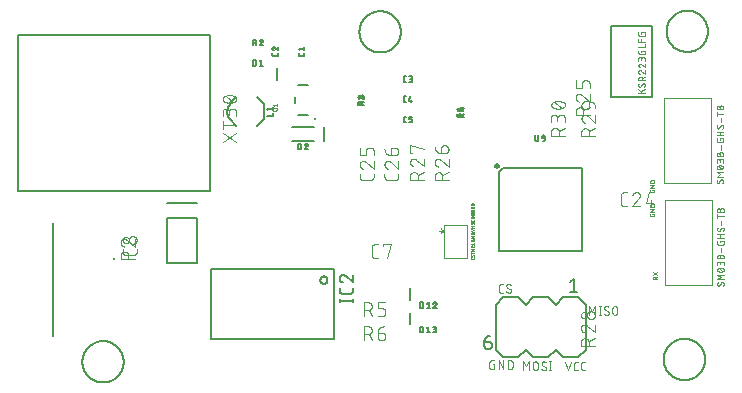
<source format=gbr>
G04 EAGLE Gerber RS-274X export*
G75*
%MOMM*%
%FSLAX34Y34*%
%LPD*%
%INSilkscreen Top*%
%IPPOS*%
%AMOC8*
5,1,8,0,0,1.08239X$1,22.5*%
G01*
%ADD10C,0.076200*%
%ADD11C,0.025400*%
%ADD12C,0.127000*%
%ADD13C,0.203200*%
%ADD14C,0.101600*%
%ADD15C,0.050800*%
%ADD16C,0.254000*%
%ADD17C,0.152400*%


D10*
X345821Y51181D02*
X345821Y58547D01*
X348276Y54455D01*
X350732Y58547D01*
X350732Y51181D01*
X354860Y51181D02*
X354860Y58547D01*
X354042Y51181D02*
X355678Y51181D01*
X355678Y58547D02*
X354042Y58547D01*
X360878Y51181D02*
X360956Y51183D01*
X361034Y51188D01*
X361111Y51198D01*
X361188Y51211D01*
X361264Y51227D01*
X361339Y51247D01*
X361413Y51271D01*
X361486Y51298D01*
X361558Y51329D01*
X361628Y51363D01*
X361697Y51400D01*
X361763Y51441D01*
X361828Y51485D01*
X361890Y51531D01*
X361950Y51581D01*
X362008Y51633D01*
X362063Y51688D01*
X362115Y51746D01*
X362165Y51806D01*
X362211Y51868D01*
X362255Y51933D01*
X362296Y52000D01*
X362333Y52068D01*
X362367Y52138D01*
X362398Y52210D01*
X362425Y52283D01*
X362449Y52357D01*
X362469Y52432D01*
X362485Y52508D01*
X362498Y52585D01*
X362508Y52662D01*
X362513Y52740D01*
X362515Y52818D01*
X360878Y51181D02*
X360764Y51183D01*
X360651Y51188D01*
X360537Y51198D01*
X360424Y51211D01*
X360312Y51228D01*
X360200Y51248D01*
X360089Y51272D01*
X359978Y51300D01*
X359869Y51331D01*
X359761Y51366D01*
X359654Y51405D01*
X359548Y51447D01*
X359444Y51492D01*
X359341Y51541D01*
X359240Y51594D01*
X359141Y51649D01*
X359043Y51708D01*
X358948Y51770D01*
X358855Y51835D01*
X358763Y51903D01*
X358675Y51974D01*
X358588Y52048D01*
X358504Y52125D01*
X358423Y52204D01*
X358627Y56910D02*
X358629Y56988D01*
X358634Y57066D01*
X358644Y57143D01*
X358657Y57220D01*
X358673Y57296D01*
X358693Y57371D01*
X358717Y57445D01*
X358744Y57518D01*
X358775Y57590D01*
X358809Y57660D01*
X358846Y57729D01*
X358887Y57795D01*
X358931Y57860D01*
X358977Y57922D01*
X359027Y57982D01*
X359079Y58040D01*
X359134Y58095D01*
X359192Y58147D01*
X359252Y58197D01*
X359314Y58243D01*
X359379Y58287D01*
X359446Y58328D01*
X359514Y58365D01*
X359584Y58399D01*
X359656Y58430D01*
X359729Y58457D01*
X359803Y58481D01*
X359878Y58501D01*
X359954Y58517D01*
X360031Y58530D01*
X360108Y58540D01*
X360186Y58545D01*
X360264Y58547D01*
X360374Y58545D01*
X360483Y58539D01*
X360593Y58529D01*
X360701Y58516D01*
X360810Y58498D01*
X360917Y58477D01*
X361024Y58451D01*
X361130Y58422D01*
X361235Y58390D01*
X361338Y58353D01*
X361440Y58313D01*
X361541Y58269D01*
X361640Y58221D01*
X361737Y58171D01*
X361832Y58116D01*
X361925Y58058D01*
X362016Y57997D01*
X362105Y57933D01*
X359445Y55477D02*
X359378Y55519D01*
X359313Y55563D01*
X359251Y55611D01*
X359191Y55661D01*
X359133Y55714D01*
X359078Y55770D01*
X359026Y55829D01*
X358976Y55889D01*
X358929Y55953D01*
X358886Y56018D01*
X358845Y56085D01*
X358808Y56154D01*
X358774Y56225D01*
X358743Y56297D01*
X358716Y56371D01*
X358692Y56445D01*
X358672Y56521D01*
X358656Y56598D01*
X358643Y56675D01*
X358633Y56753D01*
X358628Y56832D01*
X358626Y56910D01*
X361696Y54250D02*
X361762Y54208D01*
X361827Y54164D01*
X361889Y54117D01*
X361949Y54066D01*
X362007Y54013D01*
X362062Y53957D01*
X362115Y53899D01*
X362164Y53838D01*
X362211Y53775D01*
X362254Y53710D01*
X362295Y53643D01*
X362332Y53574D01*
X362366Y53503D01*
X362397Y53431D01*
X362424Y53357D01*
X362448Y53282D01*
X362468Y53207D01*
X362484Y53130D01*
X362497Y53053D01*
X362507Y52975D01*
X362512Y52896D01*
X362514Y52818D01*
X361696Y54250D02*
X359445Y55478D01*
X365494Y56501D02*
X365494Y53227D01*
X365494Y56501D02*
X365496Y56590D01*
X365502Y56679D01*
X365512Y56768D01*
X365525Y56856D01*
X365542Y56944D01*
X365564Y57031D01*
X365589Y57116D01*
X365617Y57201D01*
X365650Y57284D01*
X365686Y57366D01*
X365725Y57446D01*
X365768Y57524D01*
X365814Y57600D01*
X365864Y57675D01*
X365917Y57747D01*
X365973Y57816D01*
X366032Y57883D01*
X366093Y57948D01*
X366158Y58009D01*
X366225Y58068D01*
X366294Y58124D01*
X366366Y58177D01*
X366441Y58227D01*
X366517Y58273D01*
X366595Y58316D01*
X366675Y58355D01*
X366757Y58391D01*
X366840Y58424D01*
X366925Y58452D01*
X367010Y58477D01*
X367097Y58499D01*
X367185Y58516D01*
X367273Y58529D01*
X367362Y58539D01*
X367451Y58545D01*
X367540Y58547D01*
X367629Y58545D01*
X367718Y58539D01*
X367807Y58529D01*
X367895Y58516D01*
X367983Y58499D01*
X368070Y58477D01*
X368155Y58452D01*
X368240Y58424D01*
X368323Y58391D01*
X368405Y58355D01*
X368485Y58316D01*
X368563Y58273D01*
X368639Y58227D01*
X368714Y58177D01*
X368786Y58124D01*
X368855Y58068D01*
X368922Y58009D01*
X368987Y57948D01*
X369048Y57883D01*
X369107Y57816D01*
X369163Y57747D01*
X369216Y57675D01*
X369266Y57600D01*
X369312Y57524D01*
X369355Y57446D01*
X369394Y57366D01*
X369430Y57284D01*
X369463Y57201D01*
X369491Y57116D01*
X369516Y57031D01*
X369538Y56944D01*
X369555Y56856D01*
X369568Y56768D01*
X369578Y56679D01*
X369584Y56590D01*
X369586Y56501D01*
X369586Y53227D01*
X369584Y53138D01*
X369578Y53049D01*
X369568Y52960D01*
X369555Y52872D01*
X369538Y52784D01*
X369516Y52697D01*
X369491Y52612D01*
X369463Y52527D01*
X369430Y52444D01*
X369394Y52362D01*
X369355Y52282D01*
X369312Y52204D01*
X369266Y52128D01*
X369216Y52053D01*
X369163Y51981D01*
X369107Y51912D01*
X369048Y51845D01*
X368987Y51780D01*
X368922Y51719D01*
X368855Y51660D01*
X368786Y51604D01*
X368714Y51551D01*
X368639Y51501D01*
X368563Y51455D01*
X368485Y51412D01*
X368405Y51373D01*
X368323Y51337D01*
X368240Y51304D01*
X368155Y51276D01*
X368070Y51251D01*
X367983Y51229D01*
X367895Y51212D01*
X367807Y51199D01*
X367718Y51189D01*
X367629Y51183D01*
X367540Y51181D01*
X367451Y51183D01*
X367362Y51189D01*
X367273Y51199D01*
X367185Y51212D01*
X367097Y51229D01*
X367010Y51251D01*
X366925Y51276D01*
X366840Y51304D01*
X366757Y51337D01*
X366675Y51373D01*
X366595Y51412D01*
X366517Y51455D01*
X366441Y51501D01*
X366366Y51551D01*
X366294Y51604D01*
X366225Y51660D01*
X366158Y51719D01*
X366093Y51780D01*
X366032Y51845D01*
X365973Y51912D01*
X365917Y51981D01*
X365864Y52053D01*
X365814Y52128D01*
X365768Y52204D01*
X365725Y52282D01*
X365686Y52362D01*
X365650Y52444D01*
X365617Y52527D01*
X365589Y52612D01*
X365564Y52697D01*
X365542Y52784D01*
X365525Y52872D01*
X365512Y52960D01*
X365502Y53049D01*
X365496Y53138D01*
X365494Y53227D01*
D11*
X399923Y81407D02*
X403733Y81407D01*
X399923Y81407D02*
X399923Y82465D01*
X399925Y82529D01*
X399931Y82593D01*
X399940Y82656D01*
X399954Y82718D01*
X399971Y82780D01*
X399992Y82840D01*
X400016Y82899D01*
X400044Y82957D01*
X400076Y83012D01*
X400110Y83066D01*
X400148Y83117D01*
X400189Y83167D01*
X400233Y83213D01*
X400279Y83257D01*
X400329Y83298D01*
X400380Y83336D01*
X400434Y83370D01*
X400489Y83402D01*
X400547Y83430D01*
X400606Y83454D01*
X400666Y83475D01*
X400728Y83492D01*
X400790Y83506D01*
X400853Y83515D01*
X400917Y83521D01*
X400981Y83523D01*
X401045Y83521D01*
X401109Y83515D01*
X401172Y83506D01*
X401234Y83492D01*
X401296Y83475D01*
X401356Y83454D01*
X401415Y83430D01*
X401473Y83402D01*
X401528Y83370D01*
X401582Y83336D01*
X401633Y83298D01*
X401683Y83257D01*
X401729Y83213D01*
X401773Y83167D01*
X401814Y83117D01*
X401852Y83066D01*
X401886Y83012D01*
X401918Y82957D01*
X401946Y82899D01*
X401970Y82840D01*
X401991Y82780D01*
X402008Y82718D01*
X402022Y82656D01*
X402031Y82593D01*
X402037Y82529D01*
X402039Y82465D01*
X402040Y82465D02*
X402040Y81407D01*
X402040Y82677D02*
X403733Y83524D01*
X403733Y84832D02*
X399923Y87372D01*
X399923Y84832D02*
X403733Y87372D01*
X399076Y136229D02*
X399076Y136864D01*
X401193Y136864D01*
X401193Y135594D01*
X401191Y135536D01*
X401185Y135479D01*
X401175Y135422D01*
X401162Y135365D01*
X401144Y135310D01*
X401123Y135257D01*
X401098Y135204D01*
X401070Y135154D01*
X401038Y135106D01*
X401003Y135059D01*
X400965Y135016D01*
X400924Y134975D01*
X400881Y134937D01*
X400834Y134902D01*
X400786Y134870D01*
X400736Y134842D01*
X400683Y134817D01*
X400630Y134796D01*
X400575Y134778D01*
X400518Y134765D01*
X400461Y134755D01*
X400404Y134749D01*
X400346Y134747D01*
X398230Y134747D01*
X398172Y134749D01*
X398115Y134755D01*
X398058Y134765D01*
X398001Y134778D01*
X397946Y134796D01*
X397893Y134817D01*
X397840Y134842D01*
X397790Y134870D01*
X397742Y134902D01*
X397695Y134937D01*
X397652Y134975D01*
X397611Y135016D01*
X397573Y135059D01*
X397538Y135106D01*
X397506Y135154D01*
X397478Y135204D01*
X397453Y135257D01*
X397432Y135310D01*
X397414Y135365D01*
X397401Y135422D01*
X397391Y135479D01*
X397385Y135536D01*
X397383Y135594D01*
X397383Y136864D01*
X397383Y138648D02*
X401193Y138648D01*
X401193Y140765D02*
X397383Y138648D01*
X397383Y140765D02*
X401193Y140765D01*
X401193Y142550D02*
X397383Y142550D01*
X397383Y143608D01*
X397385Y143672D01*
X397391Y143736D01*
X397400Y143799D01*
X397414Y143861D01*
X397431Y143923D01*
X397452Y143983D01*
X397476Y144042D01*
X397504Y144100D01*
X397536Y144155D01*
X397570Y144209D01*
X397608Y144260D01*
X397649Y144310D01*
X397693Y144356D01*
X397739Y144400D01*
X397789Y144441D01*
X397840Y144479D01*
X397894Y144513D01*
X397949Y144545D01*
X398007Y144573D01*
X398066Y144597D01*
X398126Y144618D01*
X398188Y144635D01*
X398250Y144649D01*
X398314Y144658D01*
X398377Y144664D01*
X398441Y144666D01*
X400135Y144666D01*
X400199Y144664D01*
X400263Y144658D01*
X400326Y144649D01*
X400388Y144635D01*
X400450Y144618D01*
X400510Y144597D01*
X400569Y144573D01*
X400627Y144545D01*
X400682Y144513D01*
X400736Y144479D01*
X400787Y144441D01*
X400837Y144400D01*
X400883Y144356D01*
X400927Y144310D01*
X400968Y144260D01*
X401006Y144209D01*
X401040Y144155D01*
X401072Y144100D01*
X401100Y144042D01*
X401124Y143983D01*
X401145Y143923D01*
X401162Y143861D01*
X401176Y143799D01*
X401185Y143736D01*
X401191Y143672D01*
X401193Y143608D01*
X401193Y142550D01*
X399076Y156549D02*
X399076Y157184D01*
X401193Y157184D01*
X401193Y155914D01*
X401191Y155856D01*
X401185Y155799D01*
X401175Y155742D01*
X401162Y155685D01*
X401144Y155630D01*
X401123Y155577D01*
X401098Y155524D01*
X401070Y155474D01*
X401038Y155426D01*
X401003Y155379D01*
X400965Y155336D01*
X400924Y155295D01*
X400881Y155257D01*
X400834Y155222D01*
X400786Y155190D01*
X400736Y155162D01*
X400683Y155137D01*
X400630Y155116D01*
X400575Y155098D01*
X400518Y155085D01*
X400461Y155075D01*
X400404Y155069D01*
X400346Y155067D01*
X398230Y155067D01*
X398172Y155069D01*
X398115Y155075D01*
X398058Y155085D01*
X398001Y155098D01*
X397946Y155116D01*
X397893Y155137D01*
X397840Y155162D01*
X397790Y155190D01*
X397742Y155222D01*
X397695Y155257D01*
X397652Y155295D01*
X397611Y155336D01*
X397573Y155379D01*
X397538Y155426D01*
X397506Y155474D01*
X397478Y155524D01*
X397453Y155577D01*
X397432Y155630D01*
X397414Y155685D01*
X397401Y155742D01*
X397391Y155799D01*
X397385Y155856D01*
X397383Y155914D01*
X397383Y157184D01*
X397383Y158968D02*
X401193Y158968D01*
X401193Y161085D02*
X397383Y158968D01*
X397383Y161085D02*
X401193Y161085D01*
X401193Y162870D02*
X397383Y162870D01*
X397383Y163928D01*
X397385Y163992D01*
X397391Y164056D01*
X397400Y164119D01*
X397414Y164181D01*
X397431Y164243D01*
X397452Y164303D01*
X397476Y164362D01*
X397504Y164420D01*
X397536Y164475D01*
X397570Y164529D01*
X397608Y164580D01*
X397649Y164630D01*
X397693Y164676D01*
X397739Y164720D01*
X397789Y164761D01*
X397840Y164799D01*
X397894Y164833D01*
X397949Y164865D01*
X398007Y164893D01*
X398066Y164917D01*
X398126Y164938D01*
X398188Y164955D01*
X398250Y164969D01*
X398314Y164978D01*
X398377Y164984D01*
X398441Y164986D01*
X400135Y164986D01*
X400199Y164984D01*
X400263Y164978D01*
X400326Y164969D01*
X400388Y164955D01*
X400450Y164938D01*
X400510Y164917D01*
X400569Y164893D01*
X400627Y164865D01*
X400682Y164833D01*
X400736Y164799D01*
X400787Y164761D01*
X400837Y164720D01*
X400883Y164676D01*
X400927Y164630D01*
X400968Y164580D01*
X401006Y164529D01*
X401040Y164475D01*
X401072Y164420D01*
X401100Y164362D01*
X401124Y164303D01*
X401145Y164243D01*
X401162Y164181D01*
X401176Y164119D01*
X401185Y164056D01*
X401191Y163992D01*
X401193Y163928D01*
X401193Y162870D01*
D10*
X273022Y69977D02*
X271385Y69977D01*
X271307Y69979D01*
X271229Y69984D01*
X271152Y69994D01*
X271075Y70007D01*
X270999Y70023D01*
X270924Y70043D01*
X270850Y70067D01*
X270777Y70094D01*
X270705Y70125D01*
X270635Y70159D01*
X270567Y70196D01*
X270500Y70237D01*
X270435Y70281D01*
X270373Y70327D01*
X270313Y70377D01*
X270255Y70429D01*
X270200Y70484D01*
X270148Y70542D01*
X270098Y70602D01*
X270052Y70664D01*
X270008Y70729D01*
X269967Y70796D01*
X269930Y70864D01*
X269896Y70934D01*
X269865Y71006D01*
X269838Y71079D01*
X269814Y71153D01*
X269794Y71228D01*
X269778Y71304D01*
X269765Y71381D01*
X269755Y71458D01*
X269750Y71536D01*
X269748Y71614D01*
X269748Y75706D01*
X269750Y75786D01*
X269756Y75866D01*
X269766Y75946D01*
X269779Y76025D01*
X269797Y76104D01*
X269818Y76181D01*
X269844Y76257D01*
X269873Y76332D01*
X269905Y76406D01*
X269941Y76478D01*
X269981Y76548D01*
X270024Y76615D01*
X270070Y76681D01*
X270120Y76744D01*
X270172Y76805D01*
X270227Y76864D01*
X270286Y76919D01*
X270346Y76971D01*
X270410Y77021D01*
X270476Y77067D01*
X270543Y77110D01*
X270613Y77150D01*
X270685Y77186D01*
X270759Y77218D01*
X270833Y77247D01*
X270910Y77273D01*
X270987Y77294D01*
X271066Y77312D01*
X271145Y77325D01*
X271225Y77335D01*
X271305Y77341D01*
X271385Y77343D01*
X273022Y77343D01*
X279716Y71614D02*
X279714Y71536D01*
X279709Y71458D01*
X279699Y71381D01*
X279686Y71304D01*
X279670Y71228D01*
X279650Y71153D01*
X279626Y71079D01*
X279599Y71006D01*
X279568Y70934D01*
X279534Y70864D01*
X279497Y70796D01*
X279456Y70729D01*
X279412Y70664D01*
X279366Y70602D01*
X279316Y70542D01*
X279264Y70484D01*
X279209Y70429D01*
X279151Y70377D01*
X279091Y70327D01*
X279029Y70281D01*
X278964Y70237D01*
X278898Y70196D01*
X278829Y70159D01*
X278759Y70125D01*
X278687Y70094D01*
X278614Y70067D01*
X278540Y70043D01*
X278465Y70023D01*
X278389Y70007D01*
X278312Y69994D01*
X278235Y69984D01*
X278157Y69979D01*
X278079Y69977D01*
X277965Y69979D01*
X277852Y69984D01*
X277738Y69994D01*
X277625Y70007D01*
X277513Y70024D01*
X277401Y70044D01*
X277290Y70068D01*
X277179Y70096D01*
X277070Y70127D01*
X276962Y70162D01*
X276855Y70201D01*
X276749Y70243D01*
X276645Y70288D01*
X276542Y70337D01*
X276441Y70390D01*
X276342Y70445D01*
X276244Y70504D01*
X276149Y70566D01*
X276056Y70631D01*
X275964Y70699D01*
X275876Y70770D01*
X275789Y70844D01*
X275705Y70921D01*
X275624Y71000D01*
X275828Y75706D02*
X275830Y75784D01*
X275835Y75862D01*
X275845Y75939D01*
X275858Y76016D01*
X275874Y76092D01*
X275894Y76167D01*
X275918Y76241D01*
X275945Y76314D01*
X275976Y76386D01*
X276010Y76456D01*
X276047Y76525D01*
X276088Y76591D01*
X276132Y76656D01*
X276178Y76718D01*
X276228Y76778D01*
X276280Y76836D01*
X276335Y76891D01*
X276393Y76943D01*
X276453Y76993D01*
X276515Y77039D01*
X276580Y77083D01*
X276647Y77124D01*
X276715Y77161D01*
X276785Y77195D01*
X276857Y77226D01*
X276930Y77253D01*
X277004Y77277D01*
X277079Y77297D01*
X277155Y77313D01*
X277232Y77326D01*
X277309Y77336D01*
X277387Y77341D01*
X277465Y77343D01*
X277575Y77341D01*
X277684Y77335D01*
X277794Y77325D01*
X277902Y77312D01*
X278011Y77294D01*
X278118Y77273D01*
X278225Y77247D01*
X278331Y77218D01*
X278436Y77186D01*
X278539Y77149D01*
X278641Y77109D01*
X278742Y77065D01*
X278841Y77017D01*
X278938Y76967D01*
X279033Y76912D01*
X279126Y76854D01*
X279217Y76793D01*
X279306Y76729D01*
X276646Y74273D02*
X276579Y74315D01*
X276514Y74359D01*
X276452Y74407D01*
X276392Y74457D01*
X276334Y74510D01*
X276279Y74566D01*
X276227Y74625D01*
X276177Y74685D01*
X276130Y74749D01*
X276087Y74814D01*
X276046Y74881D01*
X276009Y74950D01*
X275975Y75021D01*
X275944Y75093D01*
X275917Y75167D01*
X275893Y75241D01*
X275873Y75317D01*
X275857Y75394D01*
X275844Y75471D01*
X275834Y75549D01*
X275829Y75628D01*
X275827Y75706D01*
X278897Y73046D02*
X278963Y73004D01*
X279028Y72960D01*
X279090Y72913D01*
X279150Y72862D01*
X279208Y72809D01*
X279263Y72753D01*
X279316Y72695D01*
X279365Y72634D01*
X279412Y72571D01*
X279455Y72506D01*
X279496Y72439D01*
X279533Y72370D01*
X279567Y72299D01*
X279598Y72227D01*
X279625Y72153D01*
X279649Y72078D01*
X279669Y72003D01*
X279685Y71926D01*
X279698Y71849D01*
X279708Y71771D01*
X279713Y71692D01*
X279715Y71614D01*
X278897Y73046D02*
X276646Y74274D01*
X289814Y11684D02*
X289814Y4318D01*
X292269Y7592D02*
X289814Y11684D01*
X292269Y7592D02*
X294725Y11684D01*
X294725Y4318D01*
X298270Y6364D02*
X298270Y9638D01*
X298272Y9727D01*
X298278Y9816D01*
X298288Y9905D01*
X298301Y9993D01*
X298318Y10081D01*
X298340Y10168D01*
X298365Y10253D01*
X298393Y10338D01*
X298426Y10421D01*
X298462Y10503D01*
X298501Y10583D01*
X298544Y10661D01*
X298590Y10737D01*
X298640Y10812D01*
X298693Y10884D01*
X298749Y10953D01*
X298808Y11020D01*
X298869Y11085D01*
X298934Y11146D01*
X299001Y11205D01*
X299070Y11261D01*
X299142Y11314D01*
X299217Y11364D01*
X299293Y11410D01*
X299371Y11453D01*
X299451Y11492D01*
X299533Y11528D01*
X299616Y11561D01*
X299701Y11589D01*
X299786Y11614D01*
X299873Y11636D01*
X299961Y11653D01*
X300049Y11666D01*
X300138Y11676D01*
X300227Y11682D01*
X300316Y11684D01*
X300405Y11682D01*
X300494Y11676D01*
X300583Y11666D01*
X300671Y11653D01*
X300759Y11636D01*
X300846Y11614D01*
X300931Y11589D01*
X301016Y11561D01*
X301099Y11528D01*
X301181Y11492D01*
X301261Y11453D01*
X301339Y11410D01*
X301415Y11364D01*
X301490Y11314D01*
X301562Y11261D01*
X301631Y11205D01*
X301698Y11146D01*
X301763Y11085D01*
X301824Y11020D01*
X301883Y10953D01*
X301939Y10884D01*
X301992Y10812D01*
X302042Y10737D01*
X302088Y10661D01*
X302131Y10583D01*
X302170Y10503D01*
X302206Y10421D01*
X302239Y10338D01*
X302267Y10253D01*
X302292Y10168D01*
X302314Y10081D01*
X302331Y9993D01*
X302344Y9905D01*
X302354Y9816D01*
X302360Y9727D01*
X302362Y9638D01*
X302362Y6364D01*
X302360Y6275D01*
X302354Y6186D01*
X302344Y6097D01*
X302331Y6009D01*
X302314Y5921D01*
X302292Y5834D01*
X302267Y5749D01*
X302239Y5664D01*
X302206Y5581D01*
X302170Y5499D01*
X302131Y5419D01*
X302088Y5341D01*
X302042Y5265D01*
X301992Y5190D01*
X301939Y5118D01*
X301883Y5049D01*
X301824Y4982D01*
X301763Y4917D01*
X301698Y4856D01*
X301631Y4797D01*
X301562Y4741D01*
X301490Y4688D01*
X301415Y4638D01*
X301339Y4592D01*
X301261Y4549D01*
X301181Y4510D01*
X301099Y4474D01*
X301016Y4441D01*
X300931Y4413D01*
X300846Y4388D01*
X300759Y4366D01*
X300671Y4349D01*
X300583Y4336D01*
X300494Y4326D01*
X300405Y4320D01*
X300316Y4318D01*
X300227Y4320D01*
X300138Y4326D01*
X300049Y4336D01*
X299961Y4349D01*
X299873Y4366D01*
X299786Y4388D01*
X299701Y4413D01*
X299616Y4441D01*
X299533Y4474D01*
X299451Y4510D01*
X299371Y4549D01*
X299293Y4592D01*
X299217Y4638D01*
X299142Y4688D01*
X299070Y4741D01*
X299001Y4797D01*
X298934Y4856D01*
X298869Y4917D01*
X298808Y4982D01*
X298749Y5049D01*
X298693Y5118D01*
X298640Y5190D01*
X298590Y5265D01*
X298544Y5341D01*
X298501Y5419D01*
X298462Y5499D01*
X298426Y5581D01*
X298393Y5664D01*
X298365Y5749D01*
X298340Y5834D01*
X298318Y5921D01*
X298301Y6009D01*
X298288Y6097D01*
X298278Y6186D01*
X298272Y6275D01*
X298270Y6364D01*
X307797Y4318D02*
X307875Y4320D01*
X307953Y4325D01*
X308030Y4335D01*
X308107Y4348D01*
X308183Y4364D01*
X308258Y4384D01*
X308332Y4408D01*
X308405Y4435D01*
X308477Y4466D01*
X308547Y4500D01*
X308616Y4537D01*
X308682Y4578D01*
X308747Y4622D01*
X308809Y4668D01*
X308869Y4718D01*
X308927Y4770D01*
X308982Y4825D01*
X309034Y4883D01*
X309084Y4943D01*
X309130Y5005D01*
X309174Y5070D01*
X309215Y5137D01*
X309252Y5205D01*
X309286Y5275D01*
X309317Y5347D01*
X309344Y5420D01*
X309368Y5494D01*
X309388Y5569D01*
X309404Y5645D01*
X309417Y5722D01*
X309427Y5799D01*
X309432Y5877D01*
X309434Y5955D01*
X307797Y4318D02*
X307683Y4320D01*
X307570Y4325D01*
X307456Y4335D01*
X307343Y4348D01*
X307231Y4365D01*
X307119Y4385D01*
X307008Y4409D01*
X306897Y4437D01*
X306788Y4468D01*
X306680Y4503D01*
X306573Y4542D01*
X306467Y4584D01*
X306363Y4629D01*
X306260Y4678D01*
X306159Y4731D01*
X306060Y4786D01*
X305962Y4845D01*
X305867Y4907D01*
X305774Y4972D01*
X305682Y5040D01*
X305594Y5111D01*
X305507Y5185D01*
X305423Y5262D01*
X305342Y5341D01*
X305546Y10047D02*
X305548Y10125D01*
X305553Y10203D01*
X305563Y10280D01*
X305576Y10357D01*
X305592Y10433D01*
X305612Y10508D01*
X305636Y10582D01*
X305663Y10655D01*
X305694Y10727D01*
X305728Y10797D01*
X305765Y10866D01*
X305806Y10932D01*
X305850Y10997D01*
X305896Y11059D01*
X305946Y11119D01*
X305998Y11177D01*
X306053Y11232D01*
X306111Y11284D01*
X306171Y11334D01*
X306233Y11380D01*
X306298Y11424D01*
X306365Y11465D01*
X306433Y11502D01*
X306503Y11536D01*
X306575Y11567D01*
X306648Y11594D01*
X306722Y11618D01*
X306797Y11638D01*
X306873Y11654D01*
X306950Y11667D01*
X307027Y11677D01*
X307105Y11682D01*
X307183Y11684D01*
X307293Y11682D01*
X307402Y11676D01*
X307512Y11666D01*
X307620Y11653D01*
X307729Y11635D01*
X307836Y11614D01*
X307943Y11588D01*
X308049Y11559D01*
X308154Y11527D01*
X308257Y11490D01*
X308359Y11450D01*
X308460Y11406D01*
X308559Y11358D01*
X308656Y11308D01*
X308751Y11253D01*
X308844Y11195D01*
X308935Y11134D01*
X309024Y11070D01*
X306364Y8614D02*
X306297Y8656D01*
X306232Y8700D01*
X306170Y8748D01*
X306110Y8798D01*
X306052Y8851D01*
X305997Y8907D01*
X305945Y8966D01*
X305895Y9026D01*
X305848Y9090D01*
X305805Y9155D01*
X305764Y9222D01*
X305727Y9291D01*
X305693Y9362D01*
X305662Y9434D01*
X305635Y9508D01*
X305611Y9582D01*
X305591Y9658D01*
X305575Y9735D01*
X305562Y9812D01*
X305552Y9890D01*
X305547Y9969D01*
X305545Y10047D01*
X308615Y7387D02*
X308681Y7345D01*
X308746Y7301D01*
X308808Y7254D01*
X308868Y7203D01*
X308926Y7150D01*
X308981Y7094D01*
X309034Y7036D01*
X309083Y6975D01*
X309130Y6912D01*
X309173Y6847D01*
X309214Y6780D01*
X309251Y6711D01*
X309285Y6640D01*
X309316Y6568D01*
X309343Y6494D01*
X309367Y6419D01*
X309387Y6344D01*
X309403Y6267D01*
X309416Y6190D01*
X309426Y6112D01*
X309431Y6033D01*
X309433Y5955D01*
X308615Y7387D02*
X306364Y8615D01*
X312996Y11684D02*
X312996Y4318D01*
X313814Y4318D02*
X312177Y4318D01*
X312177Y11684D02*
X313814Y11684D01*
X265458Y9299D02*
X264231Y9299D01*
X265458Y9299D02*
X265458Y5207D01*
X263003Y5207D01*
X262925Y5209D01*
X262847Y5214D01*
X262770Y5224D01*
X262693Y5237D01*
X262617Y5253D01*
X262542Y5273D01*
X262468Y5297D01*
X262395Y5324D01*
X262323Y5355D01*
X262253Y5389D01*
X262185Y5426D01*
X262118Y5467D01*
X262053Y5511D01*
X261991Y5557D01*
X261931Y5607D01*
X261873Y5659D01*
X261818Y5714D01*
X261766Y5772D01*
X261716Y5832D01*
X261670Y5894D01*
X261626Y5959D01*
X261585Y6026D01*
X261548Y6094D01*
X261514Y6164D01*
X261483Y6236D01*
X261456Y6309D01*
X261432Y6383D01*
X261412Y6458D01*
X261396Y6534D01*
X261383Y6611D01*
X261373Y6688D01*
X261368Y6766D01*
X261366Y6844D01*
X261366Y10936D01*
X261368Y11016D01*
X261374Y11096D01*
X261384Y11176D01*
X261397Y11255D01*
X261415Y11334D01*
X261436Y11411D01*
X261462Y11487D01*
X261491Y11562D01*
X261523Y11636D01*
X261559Y11708D01*
X261599Y11778D01*
X261642Y11845D01*
X261688Y11911D01*
X261738Y11974D01*
X261790Y12035D01*
X261845Y12094D01*
X261904Y12149D01*
X261964Y12201D01*
X262028Y12251D01*
X262094Y12297D01*
X262161Y12340D01*
X262231Y12380D01*
X262303Y12416D01*
X262377Y12448D01*
X262451Y12477D01*
X262528Y12503D01*
X262605Y12524D01*
X262684Y12542D01*
X262763Y12555D01*
X262843Y12565D01*
X262923Y12571D01*
X263003Y12573D01*
X265458Y12573D01*
X269169Y12573D02*
X269169Y5207D01*
X273261Y5207D02*
X269169Y12573D01*
X273261Y12573D02*
X273261Y5207D01*
X276972Y5207D02*
X276972Y12573D01*
X279018Y12573D01*
X279107Y12571D01*
X279196Y12565D01*
X279285Y12555D01*
X279373Y12542D01*
X279461Y12525D01*
X279548Y12503D01*
X279633Y12478D01*
X279718Y12450D01*
X279801Y12417D01*
X279883Y12381D01*
X279963Y12342D01*
X280041Y12299D01*
X280117Y12253D01*
X280192Y12203D01*
X280264Y12150D01*
X280333Y12094D01*
X280400Y12035D01*
X280465Y11974D01*
X280526Y11909D01*
X280585Y11842D01*
X280641Y11773D01*
X280694Y11701D01*
X280744Y11626D01*
X280790Y11550D01*
X280833Y11472D01*
X280872Y11392D01*
X280908Y11310D01*
X280941Y11227D01*
X280969Y11142D01*
X280994Y11057D01*
X281016Y10970D01*
X281033Y10882D01*
X281046Y10794D01*
X281056Y10705D01*
X281062Y10616D01*
X281064Y10527D01*
X281064Y7253D01*
X281062Y7164D01*
X281056Y7075D01*
X281046Y6986D01*
X281033Y6898D01*
X281016Y6810D01*
X280994Y6723D01*
X280969Y6638D01*
X280941Y6553D01*
X280908Y6470D01*
X280872Y6388D01*
X280833Y6308D01*
X280790Y6230D01*
X280744Y6154D01*
X280694Y6079D01*
X280641Y6007D01*
X280585Y5938D01*
X280526Y5871D01*
X280465Y5806D01*
X280400Y5745D01*
X280333Y5686D01*
X280264Y5630D01*
X280192Y5577D01*
X280117Y5527D01*
X280041Y5481D01*
X279963Y5438D01*
X279883Y5399D01*
X279801Y5363D01*
X279718Y5330D01*
X279633Y5302D01*
X279548Y5277D01*
X279461Y5255D01*
X279373Y5238D01*
X279285Y5225D01*
X279196Y5215D01*
X279107Y5209D01*
X279018Y5207D01*
X276972Y5207D01*
X325501Y11430D02*
X327956Y4064D01*
X330412Y11430D01*
X334839Y4064D02*
X336476Y4064D01*
X334839Y4064D02*
X334761Y4066D01*
X334683Y4071D01*
X334606Y4081D01*
X334529Y4094D01*
X334453Y4110D01*
X334378Y4130D01*
X334304Y4154D01*
X334231Y4181D01*
X334159Y4212D01*
X334089Y4246D01*
X334021Y4283D01*
X333954Y4324D01*
X333889Y4368D01*
X333827Y4414D01*
X333767Y4464D01*
X333709Y4516D01*
X333654Y4571D01*
X333602Y4629D01*
X333552Y4689D01*
X333506Y4751D01*
X333462Y4816D01*
X333421Y4883D01*
X333384Y4951D01*
X333350Y5021D01*
X333319Y5093D01*
X333292Y5166D01*
X333268Y5240D01*
X333248Y5315D01*
X333232Y5391D01*
X333219Y5468D01*
X333209Y5545D01*
X333204Y5623D01*
X333202Y5701D01*
X333202Y9793D01*
X333204Y9873D01*
X333210Y9953D01*
X333220Y10033D01*
X333233Y10112D01*
X333251Y10191D01*
X333272Y10268D01*
X333298Y10344D01*
X333327Y10419D01*
X333359Y10493D01*
X333395Y10565D01*
X333435Y10635D01*
X333478Y10702D01*
X333524Y10768D01*
X333574Y10831D01*
X333626Y10892D01*
X333681Y10951D01*
X333740Y11006D01*
X333800Y11058D01*
X333864Y11108D01*
X333930Y11154D01*
X333997Y11197D01*
X334067Y11237D01*
X334139Y11273D01*
X334213Y11305D01*
X334287Y11334D01*
X334364Y11360D01*
X334441Y11381D01*
X334520Y11399D01*
X334599Y11412D01*
X334679Y11422D01*
X334759Y11428D01*
X334839Y11430D01*
X336476Y11430D01*
X340935Y4064D02*
X342572Y4064D01*
X340935Y4064D02*
X340857Y4066D01*
X340779Y4071D01*
X340702Y4081D01*
X340625Y4094D01*
X340549Y4110D01*
X340474Y4130D01*
X340400Y4154D01*
X340327Y4181D01*
X340255Y4212D01*
X340185Y4246D01*
X340117Y4283D01*
X340050Y4324D01*
X339985Y4368D01*
X339923Y4414D01*
X339863Y4464D01*
X339805Y4516D01*
X339750Y4571D01*
X339698Y4629D01*
X339648Y4689D01*
X339602Y4751D01*
X339558Y4816D01*
X339517Y4883D01*
X339480Y4951D01*
X339446Y5021D01*
X339415Y5093D01*
X339388Y5166D01*
X339364Y5240D01*
X339344Y5315D01*
X339328Y5391D01*
X339315Y5468D01*
X339305Y5545D01*
X339300Y5623D01*
X339298Y5701D01*
X339298Y9793D01*
X339300Y9873D01*
X339306Y9953D01*
X339316Y10033D01*
X339329Y10112D01*
X339347Y10191D01*
X339368Y10268D01*
X339394Y10344D01*
X339423Y10419D01*
X339455Y10493D01*
X339491Y10565D01*
X339531Y10635D01*
X339574Y10702D01*
X339620Y10768D01*
X339670Y10831D01*
X339722Y10892D01*
X339777Y10951D01*
X339836Y11006D01*
X339896Y11058D01*
X339960Y11108D01*
X340026Y11154D01*
X340093Y11197D01*
X340163Y11237D01*
X340235Y11273D01*
X340309Y11305D01*
X340383Y11334D01*
X340460Y11360D01*
X340537Y11381D01*
X340616Y11399D01*
X340695Y11412D01*
X340775Y11422D01*
X340855Y11428D01*
X340935Y11430D01*
X342572Y11430D01*
D12*
X104775Y271625D02*
X104775Y272697D01*
X104775Y271625D02*
X104773Y271560D01*
X104767Y271496D01*
X104757Y271432D01*
X104744Y271368D01*
X104726Y271306D01*
X104705Y271245D01*
X104681Y271185D01*
X104652Y271127D01*
X104620Y271070D01*
X104585Y271016D01*
X104547Y270964D01*
X104505Y270914D01*
X104461Y270867D01*
X104414Y270823D01*
X104364Y270781D01*
X104312Y270743D01*
X104258Y270708D01*
X104201Y270676D01*
X104143Y270647D01*
X104083Y270623D01*
X104022Y270602D01*
X103960Y270584D01*
X103896Y270571D01*
X103832Y270561D01*
X103768Y270555D01*
X103703Y270553D01*
X103703Y270552D02*
X101021Y270552D01*
X100956Y270554D01*
X100892Y270560D01*
X100828Y270570D01*
X100764Y270583D01*
X100702Y270601D01*
X100641Y270622D01*
X100581Y270647D01*
X100522Y270675D01*
X100466Y270707D01*
X100411Y270742D01*
X100359Y270780D01*
X100309Y270822D01*
X100262Y270866D01*
X100218Y270913D01*
X100176Y270963D01*
X100138Y271015D01*
X100103Y271070D01*
X100071Y271126D01*
X100043Y271185D01*
X100018Y271244D01*
X99997Y271306D01*
X99979Y271368D01*
X99966Y271432D01*
X99956Y271496D01*
X99950Y271560D01*
X99948Y271625D01*
X99949Y271625D02*
X99949Y272697D01*
X101021Y275153D02*
X99949Y276493D01*
X104775Y276493D01*
X104775Y275153D02*
X104775Y277834D01*
X82550Y272697D02*
X82550Y271625D01*
X82548Y271560D01*
X82542Y271496D01*
X82532Y271432D01*
X82519Y271368D01*
X82501Y271306D01*
X82480Y271245D01*
X82456Y271185D01*
X82427Y271127D01*
X82395Y271070D01*
X82360Y271016D01*
X82322Y270964D01*
X82280Y270914D01*
X82236Y270867D01*
X82189Y270823D01*
X82139Y270781D01*
X82087Y270743D01*
X82033Y270708D01*
X81976Y270676D01*
X81918Y270647D01*
X81858Y270623D01*
X81797Y270602D01*
X81735Y270584D01*
X81671Y270571D01*
X81607Y270561D01*
X81543Y270555D01*
X81478Y270553D01*
X81478Y270552D02*
X78796Y270552D01*
X78731Y270554D01*
X78667Y270560D01*
X78603Y270570D01*
X78539Y270583D01*
X78477Y270601D01*
X78416Y270622D01*
X78356Y270647D01*
X78297Y270675D01*
X78241Y270707D01*
X78186Y270742D01*
X78134Y270780D01*
X78084Y270822D01*
X78037Y270866D01*
X77993Y270913D01*
X77951Y270963D01*
X77913Y271015D01*
X77878Y271070D01*
X77846Y271126D01*
X77818Y271185D01*
X77793Y271244D01*
X77772Y271306D01*
X77754Y271368D01*
X77741Y271432D01*
X77731Y271496D01*
X77725Y271560D01*
X77723Y271625D01*
X77724Y271625D02*
X77724Y272697D01*
X77724Y276627D02*
X77726Y276695D01*
X77732Y276762D01*
X77741Y276829D01*
X77754Y276896D01*
X77771Y276961D01*
X77792Y277026D01*
X77816Y277089D01*
X77844Y277151D01*
X77875Y277211D01*
X77909Y277269D01*
X77947Y277325D01*
X77987Y277380D01*
X78031Y277431D01*
X78078Y277480D01*
X78127Y277527D01*
X78178Y277571D01*
X78233Y277611D01*
X78289Y277649D01*
X78347Y277683D01*
X78407Y277714D01*
X78469Y277742D01*
X78532Y277766D01*
X78597Y277787D01*
X78662Y277804D01*
X78729Y277817D01*
X78796Y277826D01*
X78863Y277832D01*
X78931Y277834D01*
X77724Y276627D02*
X77726Y276549D01*
X77732Y276471D01*
X77742Y276394D01*
X77755Y276317D01*
X77773Y276241D01*
X77794Y276166D01*
X77819Y276092D01*
X77848Y276020D01*
X77880Y275949D01*
X77916Y275880D01*
X77955Y275812D01*
X77998Y275747D01*
X78044Y275684D01*
X78093Y275623D01*
X78145Y275565D01*
X78200Y275510D01*
X78257Y275457D01*
X78317Y275408D01*
X78380Y275361D01*
X78445Y275318D01*
X78511Y275278D01*
X78580Y275241D01*
X78651Y275208D01*
X78723Y275178D01*
X78797Y275152D01*
X79869Y277432D02*
X79820Y277481D01*
X79768Y277528D01*
X79713Y277571D01*
X79656Y277612D01*
X79597Y277650D01*
X79536Y277684D01*
X79473Y277715D01*
X79409Y277743D01*
X79343Y277767D01*
X79277Y277787D01*
X79209Y277804D01*
X79140Y277817D01*
X79071Y277826D01*
X79001Y277832D01*
X78931Y277834D01*
X79869Y277432D02*
X82550Y275153D01*
X82550Y277834D01*
X189837Y248412D02*
X190909Y248412D01*
X189837Y248412D02*
X189772Y248414D01*
X189708Y248420D01*
X189644Y248430D01*
X189580Y248443D01*
X189518Y248461D01*
X189457Y248482D01*
X189397Y248506D01*
X189339Y248535D01*
X189282Y248567D01*
X189228Y248602D01*
X189176Y248640D01*
X189126Y248682D01*
X189079Y248726D01*
X189035Y248773D01*
X188993Y248823D01*
X188955Y248875D01*
X188920Y248929D01*
X188888Y248986D01*
X188859Y249044D01*
X188835Y249104D01*
X188814Y249165D01*
X188796Y249227D01*
X188783Y249291D01*
X188773Y249355D01*
X188767Y249419D01*
X188765Y249484D01*
X188764Y249484D02*
X188764Y252166D01*
X188765Y252166D02*
X188767Y252231D01*
X188773Y252295D01*
X188783Y252359D01*
X188796Y252423D01*
X188814Y252485D01*
X188835Y252546D01*
X188859Y252606D01*
X188888Y252664D01*
X188920Y252721D01*
X188955Y252775D01*
X188993Y252827D01*
X189035Y252877D01*
X189079Y252924D01*
X189126Y252968D01*
X189176Y253010D01*
X189228Y253048D01*
X189282Y253083D01*
X189339Y253115D01*
X189397Y253144D01*
X189457Y253168D01*
X189518Y253189D01*
X189580Y253207D01*
X189644Y253220D01*
X189708Y253230D01*
X189772Y253236D01*
X189837Y253238D01*
X190909Y253238D01*
X193365Y248412D02*
X194705Y248412D01*
X194776Y248414D01*
X194848Y248420D01*
X194918Y248429D01*
X194988Y248442D01*
X195058Y248459D01*
X195126Y248480D01*
X195193Y248504D01*
X195259Y248532D01*
X195323Y248563D01*
X195386Y248598D01*
X195446Y248636D01*
X195505Y248677D01*
X195561Y248721D01*
X195615Y248768D01*
X195666Y248817D01*
X195714Y248870D01*
X195760Y248925D01*
X195802Y248982D01*
X195842Y249042D01*
X195878Y249103D01*
X195911Y249167D01*
X195940Y249232D01*
X195966Y249298D01*
X195989Y249366D01*
X196008Y249435D01*
X196023Y249505D01*
X196034Y249575D01*
X196042Y249646D01*
X196046Y249717D01*
X196046Y249789D01*
X196042Y249860D01*
X196034Y249931D01*
X196023Y250001D01*
X196008Y250071D01*
X195989Y250140D01*
X195966Y250208D01*
X195940Y250274D01*
X195911Y250339D01*
X195878Y250403D01*
X195842Y250464D01*
X195802Y250524D01*
X195760Y250581D01*
X195714Y250636D01*
X195666Y250689D01*
X195615Y250738D01*
X195561Y250785D01*
X195505Y250829D01*
X195446Y250870D01*
X195386Y250908D01*
X195323Y250943D01*
X195259Y250974D01*
X195193Y251002D01*
X195126Y251026D01*
X195058Y251047D01*
X194988Y251064D01*
X194918Y251077D01*
X194848Y251086D01*
X194776Y251092D01*
X194705Y251094D01*
X194973Y253238D02*
X193365Y253238D01*
X194973Y253238D02*
X195038Y253236D01*
X195102Y253230D01*
X195166Y253220D01*
X195230Y253207D01*
X195292Y253189D01*
X195353Y253168D01*
X195413Y253144D01*
X195471Y253115D01*
X195528Y253083D01*
X195582Y253048D01*
X195634Y253010D01*
X195684Y252968D01*
X195731Y252924D01*
X195775Y252877D01*
X195817Y252827D01*
X195855Y252775D01*
X195890Y252721D01*
X195922Y252664D01*
X195951Y252606D01*
X195975Y252546D01*
X195996Y252485D01*
X196014Y252423D01*
X196027Y252359D01*
X196037Y252295D01*
X196043Y252231D01*
X196045Y252166D01*
X196043Y252101D01*
X196037Y252037D01*
X196027Y251973D01*
X196014Y251909D01*
X195996Y251847D01*
X195975Y251786D01*
X195951Y251726D01*
X195922Y251668D01*
X195890Y251611D01*
X195855Y251557D01*
X195817Y251505D01*
X195775Y251455D01*
X195731Y251408D01*
X195684Y251364D01*
X195634Y251322D01*
X195582Y251284D01*
X195528Y251249D01*
X195471Y251217D01*
X195413Y251188D01*
X195353Y251164D01*
X195292Y251143D01*
X195230Y251125D01*
X195166Y251112D01*
X195102Y251102D01*
X195038Y251096D01*
X194973Y251094D01*
X194973Y251093D02*
X193901Y251093D01*
X190909Y231267D02*
X189837Y231267D01*
X189772Y231269D01*
X189708Y231275D01*
X189644Y231285D01*
X189580Y231298D01*
X189518Y231316D01*
X189457Y231337D01*
X189397Y231361D01*
X189339Y231390D01*
X189282Y231422D01*
X189228Y231457D01*
X189176Y231495D01*
X189126Y231537D01*
X189079Y231581D01*
X189035Y231628D01*
X188993Y231678D01*
X188955Y231730D01*
X188920Y231784D01*
X188888Y231841D01*
X188859Y231899D01*
X188835Y231959D01*
X188814Y232020D01*
X188796Y232082D01*
X188783Y232146D01*
X188773Y232210D01*
X188767Y232274D01*
X188765Y232339D01*
X188764Y232339D02*
X188764Y235021D01*
X188765Y235021D02*
X188767Y235086D01*
X188773Y235150D01*
X188783Y235214D01*
X188796Y235278D01*
X188814Y235340D01*
X188835Y235401D01*
X188859Y235461D01*
X188888Y235519D01*
X188920Y235576D01*
X188955Y235630D01*
X188993Y235682D01*
X189035Y235732D01*
X189079Y235779D01*
X189126Y235823D01*
X189176Y235865D01*
X189228Y235903D01*
X189282Y235938D01*
X189339Y235970D01*
X189397Y235999D01*
X189457Y236023D01*
X189518Y236044D01*
X189580Y236062D01*
X189644Y236075D01*
X189708Y236085D01*
X189772Y236091D01*
X189837Y236093D01*
X190909Y236093D01*
X194437Y236093D02*
X193365Y232339D01*
X196046Y232339D01*
X195242Y233412D02*
X195242Y231267D01*
X190909Y214122D02*
X189837Y214122D01*
X189772Y214124D01*
X189708Y214130D01*
X189644Y214140D01*
X189580Y214153D01*
X189518Y214171D01*
X189457Y214192D01*
X189397Y214216D01*
X189339Y214245D01*
X189282Y214277D01*
X189228Y214312D01*
X189176Y214350D01*
X189126Y214392D01*
X189079Y214436D01*
X189035Y214483D01*
X188993Y214533D01*
X188955Y214585D01*
X188920Y214639D01*
X188888Y214696D01*
X188859Y214754D01*
X188835Y214814D01*
X188814Y214875D01*
X188796Y214937D01*
X188783Y215001D01*
X188773Y215065D01*
X188767Y215129D01*
X188765Y215194D01*
X188764Y215194D02*
X188764Y217876D01*
X188765Y217876D02*
X188767Y217941D01*
X188773Y218005D01*
X188783Y218069D01*
X188796Y218133D01*
X188814Y218195D01*
X188835Y218256D01*
X188859Y218316D01*
X188888Y218374D01*
X188920Y218431D01*
X188955Y218485D01*
X188993Y218537D01*
X189035Y218587D01*
X189079Y218634D01*
X189126Y218678D01*
X189176Y218720D01*
X189228Y218758D01*
X189282Y218793D01*
X189339Y218825D01*
X189397Y218854D01*
X189457Y218878D01*
X189518Y218899D01*
X189580Y218917D01*
X189644Y218930D01*
X189708Y218940D01*
X189772Y218946D01*
X189837Y218948D01*
X190909Y218948D01*
X193365Y214122D02*
X194973Y214122D01*
X195038Y214124D01*
X195102Y214130D01*
X195166Y214140D01*
X195230Y214153D01*
X195292Y214171D01*
X195353Y214192D01*
X195413Y214216D01*
X195471Y214245D01*
X195528Y214277D01*
X195582Y214312D01*
X195634Y214350D01*
X195684Y214392D01*
X195731Y214436D01*
X195775Y214483D01*
X195817Y214533D01*
X195855Y214585D01*
X195890Y214639D01*
X195922Y214696D01*
X195951Y214754D01*
X195975Y214814D01*
X195996Y214875D01*
X196014Y214937D01*
X196027Y215001D01*
X196037Y215065D01*
X196043Y215129D01*
X196045Y215194D01*
X196046Y215194D02*
X196046Y215731D01*
X196045Y215731D02*
X196043Y215796D01*
X196037Y215860D01*
X196027Y215924D01*
X196014Y215988D01*
X195996Y216050D01*
X195975Y216111D01*
X195951Y216171D01*
X195922Y216229D01*
X195890Y216286D01*
X195855Y216340D01*
X195817Y216392D01*
X195775Y216442D01*
X195731Y216489D01*
X195684Y216533D01*
X195634Y216575D01*
X195582Y216613D01*
X195528Y216648D01*
X195471Y216680D01*
X195413Y216709D01*
X195353Y216733D01*
X195292Y216754D01*
X195230Y216772D01*
X195166Y216785D01*
X195102Y216795D01*
X195038Y216801D01*
X194973Y216803D01*
X193365Y216803D01*
X193365Y218948D01*
X196046Y218948D01*
X239141Y220190D02*
X239141Y221262D01*
X239141Y220190D02*
X239139Y220125D01*
X239133Y220061D01*
X239123Y219997D01*
X239110Y219933D01*
X239092Y219871D01*
X239071Y219810D01*
X239047Y219750D01*
X239018Y219692D01*
X238986Y219635D01*
X238951Y219581D01*
X238913Y219529D01*
X238871Y219479D01*
X238827Y219432D01*
X238780Y219388D01*
X238730Y219346D01*
X238678Y219308D01*
X238624Y219273D01*
X238567Y219241D01*
X238509Y219212D01*
X238449Y219188D01*
X238388Y219167D01*
X238326Y219149D01*
X238262Y219136D01*
X238198Y219126D01*
X238134Y219120D01*
X238069Y219118D01*
X238069Y219117D02*
X235387Y219117D01*
X235322Y219119D01*
X235258Y219125D01*
X235194Y219135D01*
X235130Y219148D01*
X235068Y219166D01*
X235007Y219187D01*
X234947Y219212D01*
X234888Y219240D01*
X234832Y219272D01*
X234777Y219307D01*
X234725Y219345D01*
X234675Y219387D01*
X234628Y219431D01*
X234584Y219478D01*
X234542Y219528D01*
X234504Y219580D01*
X234469Y219635D01*
X234437Y219691D01*
X234409Y219750D01*
X234384Y219809D01*
X234363Y219871D01*
X234345Y219933D01*
X234332Y219997D01*
X234322Y220061D01*
X234316Y220125D01*
X234314Y220190D01*
X234315Y220190D02*
X234315Y221262D01*
X236460Y223718D02*
X236460Y225326D01*
X236462Y225391D01*
X236468Y225455D01*
X236478Y225519D01*
X236491Y225583D01*
X236509Y225645D01*
X236530Y225706D01*
X236554Y225766D01*
X236583Y225824D01*
X236615Y225881D01*
X236650Y225935D01*
X236688Y225987D01*
X236730Y226037D01*
X236774Y226084D01*
X236821Y226128D01*
X236871Y226170D01*
X236923Y226208D01*
X236977Y226243D01*
X237034Y226275D01*
X237092Y226304D01*
X237152Y226328D01*
X237213Y226349D01*
X237275Y226367D01*
X237339Y226380D01*
X237403Y226390D01*
X237467Y226396D01*
X237532Y226398D01*
X237532Y226399D02*
X237800Y226399D01*
X237871Y226397D01*
X237943Y226391D01*
X238013Y226382D01*
X238083Y226369D01*
X238153Y226352D01*
X238221Y226331D01*
X238288Y226307D01*
X238354Y226279D01*
X238418Y226248D01*
X238481Y226213D01*
X238541Y226175D01*
X238600Y226134D01*
X238656Y226090D01*
X238710Y226043D01*
X238761Y225994D01*
X238809Y225941D01*
X238855Y225886D01*
X238897Y225829D01*
X238937Y225769D01*
X238973Y225708D01*
X239006Y225644D01*
X239035Y225579D01*
X239061Y225513D01*
X239084Y225445D01*
X239103Y225376D01*
X239118Y225306D01*
X239129Y225236D01*
X239137Y225165D01*
X239141Y225094D01*
X239141Y225022D01*
X239137Y224951D01*
X239129Y224880D01*
X239118Y224810D01*
X239103Y224740D01*
X239084Y224671D01*
X239061Y224603D01*
X239035Y224537D01*
X239006Y224472D01*
X238973Y224408D01*
X238937Y224347D01*
X238897Y224287D01*
X238855Y224230D01*
X238809Y224175D01*
X238761Y224122D01*
X238710Y224073D01*
X238656Y224026D01*
X238600Y223982D01*
X238541Y223941D01*
X238481Y223903D01*
X238418Y223868D01*
X238354Y223837D01*
X238288Y223809D01*
X238221Y223785D01*
X238153Y223764D01*
X238083Y223747D01*
X238013Y223734D01*
X237943Y223725D01*
X237871Y223719D01*
X237800Y223717D01*
X237800Y223718D02*
X236460Y223718D01*
X236369Y223720D01*
X236278Y223726D01*
X236188Y223735D01*
X236097Y223749D01*
X236008Y223766D01*
X235920Y223787D01*
X235832Y223812D01*
X235745Y223841D01*
X235660Y223873D01*
X235576Y223908D01*
X235494Y223948D01*
X235414Y223990D01*
X235335Y224036D01*
X235259Y224086D01*
X235185Y224138D01*
X235112Y224194D01*
X235043Y224253D01*
X234976Y224314D01*
X234911Y224379D01*
X234850Y224446D01*
X234791Y224515D01*
X234735Y224587D01*
X234683Y224662D01*
X234633Y224738D01*
X234587Y224817D01*
X234545Y224897D01*
X234505Y224979D01*
X234470Y225063D01*
X234438Y225148D01*
X234409Y225235D01*
X234384Y225322D01*
X234363Y225411D01*
X234346Y225500D01*
X234332Y225590D01*
X234323Y225681D01*
X234317Y225772D01*
X234315Y225863D01*
X81280Y250381D02*
X81280Y259906D01*
X61230Y262128D02*
X61230Y266954D01*
X62570Y266954D01*
X62640Y266952D01*
X62710Y266947D01*
X62780Y266937D01*
X62849Y266925D01*
X62917Y266908D01*
X62984Y266888D01*
X63051Y266865D01*
X63115Y266838D01*
X63179Y266808D01*
X63241Y266774D01*
X63300Y266738D01*
X63358Y266698D01*
X63414Y266655D01*
X63467Y266610D01*
X63518Y266561D01*
X63567Y266510D01*
X63612Y266457D01*
X63655Y266401D01*
X63695Y266343D01*
X63731Y266284D01*
X63765Y266222D01*
X63795Y266158D01*
X63822Y266094D01*
X63845Y266027D01*
X63865Y265960D01*
X63882Y265892D01*
X63894Y265823D01*
X63904Y265753D01*
X63909Y265683D01*
X63911Y265613D01*
X63911Y263469D01*
X63909Y263399D01*
X63904Y263329D01*
X63894Y263259D01*
X63882Y263190D01*
X63865Y263122D01*
X63845Y263055D01*
X63822Y262988D01*
X63795Y262924D01*
X63765Y262860D01*
X63731Y262798D01*
X63695Y262739D01*
X63655Y262681D01*
X63612Y262625D01*
X63567Y262572D01*
X63518Y262521D01*
X63467Y262472D01*
X63414Y262427D01*
X63358Y262384D01*
X63300Y262344D01*
X63240Y262308D01*
X63179Y262274D01*
X63115Y262244D01*
X63051Y262217D01*
X62984Y262194D01*
X62917Y262174D01*
X62849Y262157D01*
X62780Y262145D01*
X62710Y262135D01*
X62640Y262130D01*
X62570Y262128D01*
X61230Y262128D01*
X66899Y265882D02*
X68240Y266954D01*
X68240Y262128D01*
X69580Y262128D02*
X66899Y262128D01*
D13*
X121205Y210593D02*
X121205Y198093D01*
X112505Y198093D02*
X94505Y198093D01*
X94505Y210593D02*
X112505Y210593D01*
D12*
X99330Y196088D02*
X99330Y191262D01*
X99330Y196088D02*
X100670Y196088D01*
X100740Y196086D01*
X100810Y196081D01*
X100880Y196071D01*
X100949Y196059D01*
X101017Y196042D01*
X101084Y196022D01*
X101151Y195999D01*
X101215Y195972D01*
X101279Y195942D01*
X101341Y195908D01*
X101400Y195872D01*
X101458Y195832D01*
X101514Y195789D01*
X101567Y195744D01*
X101618Y195695D01*
X101667Y195644D01*
X101712Y195591D01*
X101755Y195535D01*
X101795Y195477D01*
X101831Y195418D01*
X101865Y195356D01*
X101895Y195292D01*
X101922Y195228D01*
X101945Y195161D01*
X101965Y195094D01*
X101982Y195026D01*
X101994Y194957D01*
X102004Y194887D01*
X102009Y194817D01*
X102011Y194747D01*
X102011Y192603D01*
X102009Y192533D01*
X102004Y192463D01*
X101994Y192393D01*
X101982Y192324D01*
X101965Y192256D01*
X101945Y192189D01*
X101922Y192122D01*
X101895Y192058D01*
X101865Y191994D01*
X101831Y191932D01*
X101795Y191873D01*
X101755Y191815D01*
X101712Y191759D01*
X101667Y191706D01*
X101618Y191655D01*
X101567Y191606D01*
X101514Y191561D01*
X101458Y191518D01*
X101400Y191478D01*
X101340Y191442D01*
X101279Y191408D01*
X101215Y191378D01*
X101151Y191351D01*
X101084Y191328D01*
X101017Y191308D01*
X100949Y191291D01*
X100880Y191279D01*
X100810Y191269D01*
X100740Y191264D01*
X100670Y191262D01*
X99330Y191262D01*
X106474Y196088D02*
X106542Y196086D01*
X106609Y196080D01*
X106676Y196071D01*
X106743Y196058D01*
X106808Y196041D01*
X106873Y196020D01*
X106936Y195996D01*
X106998Y195968D01*
X107058Y195937D01*
X107116Y195903D01*
X107172Y195865D01*
X107227Y195825D01*
X107278Y195781D01*
X107327Y195734D01*
X107374Y195685D01*
X107418Y195634D01*
X107458Y195579D01*
X107496Y195523D01*
X107530Y195465D01*
X107561Y195405D01*
X107589Y195343D01*
X107613Y195280D01*
X107634Y195215D01*
X107651Y195150D01*
X107664Y195083D01*
X107673Y195016D01*
X107679Y194949D01*
X107681Y194881D01*
X106474Y196088D02*
X106396Y196086D01*
X106318Y196080D01*
X106241Y196070D01*
X106164Y196057D01*
X106088Y196039D01*
X106013Y196018D01*
X105939Y195993D01*
X105867Y195964D01*
X105796Y195932D01*
X105727Y195896D01*
X105659Y195857D01*
X105594Y195814D01*
X105531Y195768D01*
X105470Y195719D01*
X105412Y195667D01*
X105357Y195612D01*
X105304Y195555D01*
X105255Y195495D01*
X105208Y195432D01*
X105165Y195368D01*
X105125Y195301D01*
X105088Y195232D01*
X105055Y195161D01*
X105025Y195089D01*
X104999Y195016D01*
X107278Y193943D02*
X107327Y193992D01*
X107374Y194044D01*
X107417Y194099D01*
X107458Y194156D01*
X107496Y194215D01*
X107530Y194276D01*
X107561Y194339D01*
X107589Y194403D01*
X107613Y194469D01*
X107633Y194535D01*
X107650Y194603D01*
X107663Y194672D01*
X107672Y194741D01*
X107678Y194811D01*
X107680Y194881D01*
X107278Y193943D02*
X104999Y191262D01*
X107680Y191262D01*
D13*
X70880Y229393D02*
X64880Y235393D01*
X70880Y229393D02*
X70880Y217393D01*
X64880Y211393D01*
X42141Y230176D02*
X46880Y235393D01*
X42141Y230176D02*
X41978Y229994D01*
X41818Y229809D01*
X41664Y229619D01*
X41514Y229426D01*
X41369Y229230D01*
X41229Y229029D01*
X41094Y228826D01*
X40963Y228619D01*
X40838Y228409D01*
X40718Y228196D01*
X40603Y227981D01*
X40494Y227762D01*
X40390Y227541D01*
X40291Y227317D01*
X40198Y227091D01*
X40110Y226863D01*
X40028Y226633D01*
X39952Y226401D01*
X39881Y226167D01*
X39816Y225931D01*
X39757Y225694D01*
X39704Y225456D01*
X39657Y225216D01*
X39615Y224975D01*
X39579Y224733D01*
X39549Y224491D01*
X39526Y224247D01*
X39508Y224004D01*
X39496Y223760D01*
X39490Y223515D01*
X39490Y223271D01*
X39496Y223026D01*
X39508Y222782D01*
X39526Y222539D01*
X39549Y222295D01*
X39579Y222053D01*
X39615Y221811D01*
X39657Y221570D01*
X39704Y221330D01*
X39757Y221092D01*
X39816Y220855D01*
X39881Y220619D01*
X39952Y220385D01*
X40028Y220153D01*
X40110Y219923D01*
X40198Y219695D01*
X40291Y219469D01*
X40390Y219245D01*
X40494Y219024D01*
X40603Y218805D01*
X40718Y218590D01*
X40838Y218377D01*
X40963Y218167D01*
X41094Y217960D01*
X41229Y217757D01*
X41369Y217556D01*
X41514Y217360D01*
X41664Y217167D01*
X41818Y216977D01*
X41978Y216792D01*
X42141Y216610D01*
X46880Y211393D01*
D12*
X73025Y219776D02*
X77851Y219776D01*
X77851Y221921D01*
X74097Y224329D02*
X73025Y225669D01*
X77851Y225669D01*
X77851Y224329D02*
X77851Y227010D01*
X149860Y228866D02*
X154686Y228866D01*
X149860Y228866D02*
X149860Y230207D01*
X149862Y230278D01*
X149868Y230350D01*
X149877Y230420D01*
X149890Y230490D01*
X149907Y230560D01*
X149928Y230628D01*
X149952Y230695D01*
X149980Y230761D01*
X150011Y230825D01*
X150046Y230888D01*
X150084Y230948D01*
X150125Y231007D01*
X150169Y231063D01*
X150216Y231117D01*
X150265Y231168D01*
X150318Y231216D01*
X150373Y231262D01*
X150430Y231304D01*
X150490Y231344D01*
X150551Y231380D01*
X150615Y231413D01*
X150680Y231442D01*
X150746Y231468D01*
X150814Y231491D01*
X150883Y231510D01*
X150953Y231525D01*
X151023Y231536D01*
X151094Y231544D01*
X151165Y231548D01*
X151237Y231548D01*
X151308Y231544D01*
X151379Y231536D01*
X151449Y231525D01*
X151519Y231510D01*
X151588Y231491D01*
X151656Y231468D01*
X151722Y231442D01*
X151787Y231413D01*
X151851Y231380D01*
X151912Y231344D01*
X151972Y231304D01*
X152029Y231262D01*
X152084Y231216D01*
X152137Y231168D01*
X152186Y231117D01*
X152233Y231063D01*
X152277Y231007D01*
X152318Y230948D01*
X152356Y230888D01*
X152391Y230825D01*
X152422Y230761D01*
X152450Y230695D01*
X152474Y230628D01*
X152495Y230560D01*
X152512Y230490D01*
X152525Y230420D01*
X152534Y230350D01*
X152540Y230278D01*
X152542Y230207D01*
X152541Y230207D02*
X152541Y228866D01*
X152541Y230475D02*
X154686Y231547D01*
X150932Y234289D02*
X149860Y235629D01*
X154686Y235629D01*
X154686Y234289D02*
X154686Y236970D01*
X61353Y279273D02*
X61353Y284099D01*
X62694Y284099D01*
X62765Y284097D01*
X62837Y284091D01*
X62907Y284082D01*
X62977Y284069D01*
X63047Y284052D01*
X63115Y284031D01*
X63182Y284007D01*
X63248Y283979D01*
X63312Y283948D01*
X63375Y283913D01*
X63435Y283875D01*
X63494Y283834D01*
X63550Y283790D01*
X63604Y283743D01*
X63655Y283694D01*
X63703Y283641D01*
X63749Y283586D01*
X63791Y283529D01*
X63831Y283469D01*
X63867Y283408D01*
X63900Y283344D01*
X63929Y283279D01*
X63955Y283213D01*
X63978Y283145D01*
X63997Y283076D01*
X64012Y283006D01*
X64023Y282936D01*
X64031Y282865D01*
X64035Y282794D01*
X64035Y282722D01*
X64031Y282651D01*
X64023Y282580D01*
X64012Y282510D01*
X63997Y282440D01*
X63978Y282371D01*
X63955Y282303D01*
X63929Y282237D01*
X63900Y282172D01*
X63867Y282108D01*
X63831Y282047D01*
X63791Y281987D01*
X63749Y281930D01*
X63703Y281875D01*
X63655Y281822D01*
X63604Y281773D01*
X63550Y281726D01*
X63494Y281682D01*
X63435Y281641D01*
X63375Y281603D01*
X63312Y281568D01*
X63248Y281537D01*
X63182Y281509D01*
X63115Y281485D01*
X63047Y281464D01*
X62977Y281447D01*
X62907Y281434D01*
X62837Y281425D01*
X62765Y281419D01*
X62694Y281417D01*
X62694Y281418D02*
X61353Y281418D01*
X62962Y281418D02*
X64034Y279273D01*
X68250Y284099D02*
X68318Y284097D01*
X68385Y284091D01*
X68452Y284082D01*
X68519Y284069D01*
X68584Y284052D01*
X68649Y284031D01*
X68712Y284007D01*
X68774Y283979D01*
X68834Y283948D01*
X68892Y283914D01*
X68948Y283876D01*
X69003Y283836D01*
X69054Y283792D01*
X69103Y283745D01*
X69150Y283696D01*
X69194Y283645D01*
X69234Y283590D01*
X69272Y283534D01*
X69306Y283476D01*
X69337Y283416D01*
X69365Y283354D01*
X69389Y283291D01*
X69410Y283226D01*
X69427Y283161D01*
X69440Y283094D01*
X69449Y283027D01*
X69455Y282960D01*
X69457Y282892D01*
X68250Y284099D02*
X68172Y284097D01*
X68094Y284091D01*
X68017Y284081D01*
X67940Y284068D01*
X67864Y284050D01*
X67789Y284029D01*
X67715Y284004D01*
X67643Y283975D01*
X67572Y283943D01*
X67503Y283907D01*
X67435Y283868D01*
X67370Y283825D01*
X67307Y283779D01*
X67246Y283730D01*
X67188Y283678D01*
X67133Y283623D01*
X67080Y283566D01*
X67031Y283506D01*
X66984Y283443D01*
X66941Y283379D01*
X66901Y283312D01*
X66864Y283243D01*
X66831Y283172D01*
X66801Y283100D01*
X66775Y283027D01*
X69055Y281954D02*
X69104Y282003D01*
X69151Y282055D01*
X69194Y282110D01*
X69235Y282167D01*
X69273Y282226D01*
X69307Y282287D01*
X69338Y282350D01*
X69366Y282414D01*
X69390Y282480D01*
X69410Y282546D01*
X69427Y282614D01*
X69440Y282683D01*
X69449Y282752D01*
X69455Y282822D01*
X69457Y282892D01*
X69055Y281954D02*
X66776Y279273D01*
X69457Y279273D01*
X150749Y228866D02*
X155575Y228866D01*
X150749Y228866D02*
X150749Y230207D01*
X150751Y230278D01*
X150757Y230350D01*
X150766Y230420D01*
X150779Y230490D01*
X150796Y230560D01*
X150817Y230628D01*
X150841Y230695D01*
X150869Y230761D01*
X150900Y230825D01*
X150935Y230888D01*
X150973Y230948D01*
X151014Y231007D01*
X151058Y231063D01*
X151105Y231117D01*
X151154Y231168D01*
X151207Y231216D01*
X151262Y231262D01*
X151319Y231304D01*
X151379Y231344D01*
X151440Y231380D01*
X151504Y231413D01*
X151569Y231442D01*
X151635Y231468D01*
X151703Y231491D01*
X151772Y231510D01*
X151842Y231525D01*
X151912Y231536D01*
X151983Y231544D01*
X152054Y231548D01*
X152126Y231548D01*
X152197Y231544D01*
X152268Y231536D01*
X152338Y231525D01*
X152408Y231510D01*
X152477Y231491D01*
X152545Y231468D01*
X152611Y231442D01*
X152676Y231413D01*
X152740Y231380D01*
X152801Y231344D01*
X152861Y231304D01*
X152918Y231262D01*
X152973Y231216D01*
X153026Y231168D01*
X153075Y231117D01*
X153122Y231063D01*
X153166Y231007D01*
X153207Y230948D01*
X153245Y230888D01*
X153280Y230825D01*
X153311Y230761D01*
X153339Y230695D01*
X153363Y230628D01*
X153384Y230560D01*
X153401Y230490D01*
X153414Y230420D01*
X153423Y230350D01*
X153429Y230278D01*
X153431Y230207D01*
X153430Y230207D02*
X153430Y228866D01*
X153430Y230475D02*
X155575Y231547D01*
X155575Y234289D02*
X155575Y235629D01*
X155573Y235700D01*
X155567Y235772D01*
X155558Y235842D01*
X155545Y235912D01*
X155528Y235982D01*
X155507Y236050D01*
X155483Y236117D01*
X155455Y236183D01*
X155424Y236247D01*
X155389Y236310D01*
X155351Y236370D01*
X155310Y236429D01*
X155266Y236485D01*
X155219Y236539D01*
X155170Y236590D01*
X155117Y236638D01*
X155062Y236684D01*
X155005Y236726D01*
X154945Y236766D01*
X154884Y236802D01*
X154820Y236835D01*
X154755Y236864D01*
X154689Y236890D01*
X154621Y236913D01*
X154552Y236932D01*
X154482Y236947D01*
X154412Y236958D01*
X154341Y236966D01*
X154270Y236970D01*
X154198Y236970D01*
X154127Y236966D01*
X154056Y236958D01*
X153986Y236947D01*
X153916Y236932D01*
X153847Y236913D01*
X153779Y236890D01*
X153713Y236864D01*
X153648Y236835D01*
X153584Y236802D01*
X153523Y236766D01*
X153463Y236726D01*
X153406Y236684D01*
X153351Y236638D01*
X153298Y236590D01*
X153249Y236539D01*
X153202Y236485D01*
X153158Y236429D01*
X153117Y236370D01*
X153079Y236310D01*
X153044Y236247D01*
X153013Y236183D01*
X152985Y236117D01*
X152961Y236050D01*
X152940Y235982D01*
X152923Y235912D01*
X152910Y235842D01*
X152901Y235772D01*
X152895Y235700D01*
X152893Y235629D01*
X150749Y235897D02*
X150749Y234289D01*
X150749Y235897D02*
X150751Y235962D01*
X150757Y236026D01*
X150767Y236090D01*
X150780Y236154D01*
X150798Y236216D01*
X150819Y236277D01*
X150843Y236337D01*
X150872Y236395D01*
X150904Y236452D01*
X150939Y236506D01*
X150977Y236558D01*
X151019Y236608D01*
X151063Y236655D01*
X151110Y236699D01*
X151160Y236741D01*
X151212Y236779D01*
X151266Y236814D01*
X151323Y236846D01*
X151381Y236875D01*
X151441Y236899D01*
X151502Y236920D01*
X151564Y236938D01*
X151628Y236951D01*
X151692Y236961D01*
X151756Y236967D01*
X151821Y236969D01*
X151886Y236967D01*
X151950Y236961D01*
X152014Y236951D01*
X152078Y236938D01*
X152140Y236920D01*
X152201Y236899D01*
X152261Y236875D01*
X152319Y236846D01*
X152376Y236814D01*
X152430Y236779D01*
X152482Y236741D01*
X152532Y236699D01*
X152579Y236655D01*
X152623Y236608D01*
X152665Y236558D01*
X152703Y236506D01*
X152738Y236452D01*
X152770Y236395D01*
X152799Y236337D01*
X152823Y236277D01*
X152844Y236216D01*
X152862Y236154D01*
X152875Y236090D01*
X152885Y236026D01*
X152891Y235962D01*
X152893Y235897D01*
X152894Y235897D02*
X152894Y234825D01*
X235204Y218706D02*
X240030Y218706D01*
X235204Y218706D02*
X235204Y220047D01*
X235206Y220118D01*
X235212Y220190D01*
X235221Y220260D01*
X235234Y220330D01*
X235251Y220400D01*
X235272Y220468D01*
X235296Y220535D01*
X235324Y220601D01*
X235355Y220665D01*
X235390Y220728D01*
X235428Y220788D01*
X235469Y220847D01*
X235513Y220903D01*
X235560Y220957D01*
X235609Y221008D01*
X235662Y221056D01*
X235717Y221102D01*
X235774Y221144D01*
X235834Y221184D01*
X235895Y221220D01*
X235959Y221253D01*
X236024Y221282D01*
X236090Y221308D01*
X236158Y221331D01*
X236227Y221350D01*
X236297Y221365D01*
X236367Y221376D01*
X236438Y221384D01*
X236509Y221388D01*
X236581Y221388D01*
X236652Y221384D01*
X236723Y221376D01*
X236793Y221365D01*
X236863Y221350D01*
X236932Y221331D01*
X237000Y221308D01*
X237066Y221282D01*
X237131Y221253D01*
X237195Y221220D01*
X237256Y221184D01*
X237316Y221144D01*
X237373Y221102D01*
X237428Y221056D01*
X237481Y221008D01*
X237530Y220957D01*
X237577Y220903D01*
X237621Y220847D01*
X237662Y220788D01*
X237700Y220728D01*
X237735Y220665D01*
X237766Y220601D01*
X237794Y220535D01*
X237818Y220468D01*
X237839Y220400D01*
X237856Y220330D01*
X237869Y220260D01*
X237878Y220190D01*
X237884Y220118D01*
X237886Y220047D01*
X237885Y220047D02*
X237885Y218706D01*
X237885Y220315D02*
X240030Y221387D01*
X238958Y224129D02*
X235204Y225201D01*
X238958Y224129D02*
X238958Y226810D01*
X237885Y226006D02*
X240030Y226006D01*
D13*
X151410Y290830D02*
X151415Y291259D01*
X151431Y291689D01*
X151457Y292117D01*
X151494Y292545D01*
X151542Y292972D01*
X151599Y293398D01*
X151668Y293822D01*
X151746Y294244D01*
X151835Y294664D01*
X151934Y295082D01*
X152044Y295497D01*
X152164Y295910D01*
X152293Y296319D01*
X152433Y296726D01*
X152583Y297128D01*
X152742Y297527D01*
X152911Y297922D01*
X153090Y298312D01*
X153279Y298698D01*
X153476Y299079D01*
X153683Y299456D01*
X153900Y299827D01*
X154125Y300192D01*
X154359Y300552D01*
X154602Y300907D01*
X154854Y301255D01*
X155114Y301597D01*
X155382Y301932D01*
X155659Y302261D01*
X155943Y302582D01*
X156236Y302897D01*
X156536Y303204D01*
X156843Y303504D01*
X157158Y303797D01*
X157479Y304081D01*
X157808Y304358D01*
X158143Y304626D01*
X158485Y304886D01*
X158833Y305138D01*
X159188Y305381D01*
X159548Y305615D01*
X159913Y305840D01*
X160284Y306057D01*
X160661Y306264D01*
X161042Y306461D01*
X161428Y306650D01*
X161818Y306829D01*
X162213Y306998D01*
X162612Y307157D01*
X163014Y307307D01*
X163421Y307447D01*
X163830Y307576D01*
X164243Y307696D01*
X164658Y307806D01*
X165076Y307905D01*
X165496Y307994D01*
X165918Y308072D01*
X166342Y308141D01*
X166768Y308198D01*
X167195Y308246D01*
X167623Y308283D01*
X168051Y308309D01*
X168481Y308325D01*
X168910Y308330D01*
X169339Y308325D01*
X169769Y308309D01*
X170197Y308283D01*
X170625Y308246D01*
X171052Y308198D01*
X171478Y308141D01*
X171902Y308072D01*
X172324Y307994D01*
X172744Y307905D01*
X173162Y307806D01*
X173577Y307696D01*
X173990Y307576D01*
X174399Y307447D01*
X174806Y307307D01*
X175208Y307157D01*
X175607Y306998D01*
X176002Y306829D01*
X176392Y306650D01*
X176778Y306461D01*
X177159Y306264D01*
X177536Y306057D01*
X177907Y305840D01*
X178272Y305615D01*
X178632Y305381D01*
X178987Y305138D01*
X179335Y304886D01*
X179677Y304626D01*
X180012Y304358D01*
X180341Y304081D01*
X180662Y303797D01*
X180977Y303504D01*
X181284Y303204D01*
X181584Y302897D01*
X181877Y302582D01*
X182161Y302261D01*
X182438Y301932D01*
X182706Y301597D01*
X182966Y301255D01*
X183218Y300907D01*
X183461Y300552D01*
X183695Y300192D01*
X183920Y299827D01*
X184137Y299456D01*
X184344Y299079D01*
X184541Y298698D01*
X184730Y298312D01*
X184909Y297922D01*
X185078Y297527D01*
X185237Y297128D01*
X185387Y296726D01*
X185527Y296319D01*
X185656Y295910D01*
X185776Y295497D01*
X185886Y295082D01*
X185985Y294664D01*
X186074Y294244D01*
X186152Y293822D01*
X186221Y293398D01*
X186278Y292972D01*
X186326Y292545D01*
X186363Y292117D01*
X186389Y291689D01*
X186405Y291259D01*
X186410Y290830D01*
X186405Y290401D01*
X186389Y289971D01*
X186363Y289543D01*
X186326Y289115D01*
X186278Y288688D01*
X186221Y288262D01*
X186152Y287838D01*
X186074Y287416D01*
X185985Y286996D01*
X185886Y286578D01*
X185776Y286163D01*
X185656Y285750D01*
X185527Y285341D01*
X185387Y284934D01*
X185237Y284532D01*
X185078Y284133D01*
X184909Y283738D01*
X184730Y283348D01*
X184541Y282962D01*
X184344Y282581D01*
X184137Y282204D01*
X183920Y281833D01*
X183695Y281468D01*
X183461Y281108D01*
X183218Y280753D01*
X182966Y280405D01*
X182706Y280063D01*
X182438Y279728D01*
X182161Y279399D01*
X181877Y279078D01*
X181584Y278763D01*
X181284Y278456D01*
X180977Y278156D01*
X180662Y277863D01*
X180341Y277579D01*
X180012Y277302D01*
X179677Y277034D01*
X179335Y276774D01*
X178987Y276522D01*
X178632Y276279D01*
X178272Y276045D01*
X177907Y275820D01*
X177536Y275603D01*
X177159Y275396D01*
X176778Y275199D01*
X176392Y275010D01*
X176002Y274831D01*
X175607Y274662D01*
X175208Y274503D01*
X174806Y274353D01*
X174399Y274213D01*
X173990Y274084D01*
X173577Y273964D01*
X173162Y273854D01*
X172744Y273755D01*
X172324Y273666D01*
X171902Y273588D01*
X171478Y273519D01*
X171052Y273462D01*
X170625Y273414D01*
X170197Y273377D01*
X169769Y273351D01*
X169339Y273335D01*
X168910Y273330D01*
X168481Y273335D01*
X168051Y273351D01*
X167623Y273377D01*
X167195Y273414D01*
X166768Y273462D01*
X166342Y273519D01*
X165918Y273588D01*
X165496Y273666D01*
X165076Y273755D01*
X164658Y273854D01*
X164243Y273964D01*
X163830Y274084D01*
X163421Y274213D01*
X163014Y274353D01*
X162612Y274503D01*
X162213Y274662D01*
X161818Y274831D01*
X161428Y275010D01*
X161042Y275199D01*
X160661Y275396D01*
X160284Y275603D01*
X159913Y275820D01*
X159548Y276045D01*
X159188Y276279D01*
X158833Y276522D01*
X158485Y276774D01*
X158143Y277034D01*
X157808Y277302D01*
X157479Y277579D01*
X157158Y277863D01*
X156843Y278156D01*
X156536Y278456D01*
X156236Y278763D01*
X155943Y279078D01*
X155659Y279399D01*
X155382Y279728D01*
X155114Y280063D01*
X154854Y280405D01*
X154602Y280753D01*
X154359Y281108D01*
X154125Y281468D01*
X153900Y281833D01*
X153683Y282204D01*
X153476Y282581D01*
X153279Y282962D01*
X153090Y283348D01*
X152911Y283738D01*
X152742Y284133D01*
X152583Y284532D01*
X152433Y284934D01*
X152293Y285341D01*
X152164Y285750D01*
X152044Y286163D01*
X151934Y286578D01*
X151835Y286996D01*
X151746Y287416D01*
X151668Y287838D01*
X151599Y288262D01*
X151542Y288688D01*
X151494Y289115D01*
X151457Y289543D01*
X151431Y289971D01*
X151415Y290401D01*
X151410Y290830D01*
X-83240Y11450D02*
X-83235Y11879D01*
X-83219Y12309D01*
X-83193Y12737D01*
X-83156Y13165D01*
X-83108Y13592D01*
X-83051Y14018D01*
X-82982Y14442D01*
X-82904Y14864D01*
X-82815Y15284D01*
X-82716Y15702D01*
X-82606Y16117D01*
X-82486Y16530D01*
X-82357Y16939D01*
X-82217Y17346D01*
X-82067Y17748D01*
X-81908Y18147D01*
X-81739Y18542D01*
X-81560Y18932D01*
X-81371Y19318D01*
X-81174Y19699D01*
X-80967Y20076D01*
X-80750Y20447D01*
X-80525Y20812D01*
X-80291Y21172D01*
X-80048Y21527D01*
X-79796Y21875D01*
X-79536Y22217D01*
X-79268Y22552D01*
X-78991Y22881D01*
X-78707Y23202D01*
X-78414Y23517D01*
X-78114Y23824D01*
X-77807Y24124D01*
X-77492Y24417D01*
X-77171Y24701D01*
X-76842Y24978D01*
X-76507Y25246D01*
X-76165Y25506D01*
X-75817Y25758D01*
X-75462Y26001D01*
X-75102Y26235D01*
X-74737Y26460D01*
X-74366Y26677D01*
X-73989Y26884D01*
X-73608Y27081D01*
X-73222Y27270D01*
X-72832Y27449D01*
X-72437Y27618D01*
X-72038Y27777D01*
X-71636Y27927D01*
X-71229Y28067D01*
X-70820Y28196D01*
X-70407Y28316D01*
X-69992Y28426D01*
X-69574Y28525D01*
X-69154Y28614D01*
X-68732Y28692D01*
X-68308Y28761D01*
X-67882Y28818D01*
X-67455Y28866D01*
X-67027Y28903D01*
X-66599Y28929D01*
X-66169Y28945D01*
X-65740Y28950D01*
X-65311Y28945D01*
X-64881Y28929D01*
X-64453Y28903D01*
X-64025Y28866D01*
X-63598Y28818D01*
X-63172Y28761D01*
X-62748Y28692D01*
X-62326Y28614D01*
X-61906Y28525D01*
X-61488Y28426D01*
X-61073Y28316D01*
X-60660Y28196D01*
X-60251Y28067D01*
X-59844Y27927D01*
X-59442Y27777D01*
X-59043Y27618D01*
X-58648Y27449D01*
X-58258Y27270D01*
X-57872Y27081D01*
X-57491Y26884D01*
X-57114Y26677D01*
X-56743Y26460D01*
X-56378Y26235D01*
X-56018Y26001D01*
X-55663Y25758D01*
X-55315Y25506D01*
X-54973Y25246D01*
X-54638Y24978D01*
X-54309Y24701D01*
X-53988Y24417D01*
X-53673Y24124D01*
X-53366Y23824D01*
X-53066Y23517D01*
X-52773Y23202D01*
X-52489Y22881D01*
X-52212Y22552D01*
X-51944Y22217D01*
X-51684Y21875D01*
X-51432Y21527D01*
X-51189Y21172D01*
X-50955Y20812D01*
X-50730Y20447D01*
X-50513Y20076D01*
X-50306Y19699D01*
X-50109Y19318D01*
X-49920Y18932D01*
X-49741Y18542D01*
X-49572Y18147D01*
X-49413Y17748D01*
X-49263Y17346D01*
X-49123Y16939D01*
X-48994Y16530D01*
X-48874Y16117D01*
X-48764Y15702D01*
X-48665Y15284D01*
X-48576Y14864D01*
X-48498Y14442D01*
X-48429Y14018D01*
X-48372Y13592D01*
X-48324Y13165D01*
X-48287Y12737D01*
X-48261Y12309D01*
X-48245Y11879D01*
X-48240Y11450D01*
X-48245Y11021D01*
X-48261Y10591D01*
X-48287Y10163D01*
X-48324Y9735D01*
X-48372Y9308D01*
X-48429Y8882D01*
X-48498Y8458D01*
X-48576Y8036D01*
X-48665Y7616D01*
X-48764Y7198D01*
X-48874Y6783D01*
X-48994Y6370D01*
X-49123Y5961D01*
X-49263Y5554D01*
X-49413Y5152D01*
X-49572Y4753D01*
X-49741Y4358D01*
X-49920Y3968D01*
X-50109Y3582D01*
X-50306Y3201D01*
X-50513Y2824D01*
X-50730Y2453D01*
X-50955Y2088D01*
X-51189Y1728D01*
X-51432Y1373D01*
X-51684Y1025D01*
X-51944Y683D01*
X-52212Y348D01*
X-52489Y19D01*
X-52773Y-302D01*
X-53066Y-617D01*
X-53366Y-924D01*
X-53673Y-1224D01*
X-53988Y-1517D01*
X-54309Y-1801D01*
X-54638Y-2078D01*
X-54973Y-2346D01*
X-55315Y-2606D01*
X-55663Y-2858D01*
X-56018Y-3101D01*
X-56378Y-3335D01*
X-56743Y-3560D01*
X-57114Y-3777D01*
X-57491Y-3984D01*
X-57872Y-4181D01*
X-58258Y-4370D01*
X-58648Y-4549D01*
X-59043Y-4718D01*
X-59442Y-4877D01*
X-59844Y-5027D01*
X-60251Y-5167D01*
X-60660Y-5296D01*
X-61073Y-5416D01*
X-61488Y-5526D01*
X-61906Y-5625D01*
X-62326Y-5714D01*
X-62748Y-5792D01*
X-63172Y-5861D01*
X-63598Y-5918D01*
X-64025Y-5966D01*
X-64453Y-6003D01*
X-64881Y-6029D01*
X-65311Y-6045D01*
X-65740Y-6050D01*
X-66169Y-6045D01*
X-66599Y-6029D01*
X-67027Y-6003D01*
X-67455Y-5966D01*
X-67882Y-5918D01*
X-68308Y-5861D01*
X-68732Y-5792D01*
X-69154Y-5714D01*
X-69574Y-5625D01*
X-69992Y-5526D01*
X-70407Y-5416D01*
X-70820Y-5296D01*
X-71229Y-5167D01*
X-71636Y-5027D01*
X-72038Y-4877D01*
X-72437Y-4718D01*
X-72832Y-4549D01*
X-73222Y-4370D01*
X-73608Y-4181D01*
X-73989Y-3984D01*
X-74366Y-3777D01*
X-74737Y-3560D01*
X-75102Y-3335D01*
X-75462Y-3101D01*
X-75817Y-2858D01*
X-76165Y-2606D01*
X-76507Y-2346D01*
X-76842Y-2078D01*
X-77171Y-1801D01*
X-77492Y-1517D01*
X-77807Y-1224D01*
X-78114Y-924D01*
X-78414Y-617D01*
X-78707Y-302D01*
X-78991Y19D01*
X-79268Y348D01*
X-79536Y683D01*
X-79796Y1025D01*
X-80048Y1373D01*
X-80291Y1728D01*
X-80525Y2088D01*
X-80750Y2453D01*
X-80967Y2824D01*
X-81174Y3201D01*
X-81371Y3582D01*
X-81560Y3968D01*
X-81739Y4358D01*
X-81908Y4753D01*
X-82067Y5152D01*
X-82217Y5554D01*
X-82357Y5961D01*
X-82486Y6370D01*
X-82606Y6783D01*
X-82716Y7198D01*
X-82815Y7616D01*
X-82904Y8036D01*
X-82982Y8458D01*
X-83051Y8882D01*
X-83108Y9308D01*
X-83156Y9735D01*
X-83193Y10163D01*
X-83219Y10591D01*
X-83235Y11021D01*
X-83240Y11450D01*
X409030Y13480D02*
X409035Y13909D01*
X409051Y14339D01*
X409077Y14767D01*
X409114Y15195D01*
X409162Y15622D01*
X409219Y16048D01*
X409288Y16472D01*
X409366Y16894D01*
X409455Y17314D01*
X409554Y17732D01*
X409664Y18147D01*
X409784Y18560D01*
X409913Y18969D01*
X410053Y19376D01*
X410203Y19778D01*
X410362Y20177D01*
X410531Y20572D01*
X410710Y20962D01*
X410899Y21348D01*
X411096Y21729D01*
X411303Y22106D01*
X411520Y22477D01*
X411745Y22842D01*
X411979Y23202D01*
X412222Y23557D01*
X412474Y23905D01*
X412734Y24247D01*
X413002Y24582D01*
X413279Y24911D01*
X413563Y25232D01*
X413856Y25547D01*
X414156Y25854D01*
X414463Y26154D01*
X414778Y26447D01*
X415099Y26731D01*
X415428Y27008D01*
X415763Y27276D01*
X416105Y27536D01*
X416453Y27788D01*
X416808Y28031D01*
X417168Y28265D01*
X417533Y28490D01*
X417904Y28707D01*
X418281Y28914D01*
X418662Y29111D01*
X419048Y29300D01*
X419438Y29479D01*
X419833Y29648D01*
X420232Y29807D01*
X420634Y29957D01*
X421041Y30097D01*
X421450Y30226D01*
X421863Y30346D01*
X422278Y30456D01*
X422696Y30555D01*
X423116Y30644D01*
X423538Y30722D01*
X423962Y30791D01*
X424388Y30848D01*
X424815Y30896D01*
X425243Y30933D01*
X425671Y30959D01*
X426101Y30975D01*
X426530Y30980D01*
X426959Y30975D01*
X427389Y30959D01*
X427817Y30933D01*
X428245Y30896D01*
X428672Y30848D01*
X429098Y30791D01*
X429522Y30722D01*
X429944Y30644D01*
X430364Y30555D01*
X430782Y30456D01*
X431197Y30346D01*
X431610Y30226D01*
X432019Y30097D01*
X432426Y29957D01*
X432828Y29807D01*
X433227Y29648D01*
X433622Y29479D01*
X434012Y29300D01*
X434398Y29111D01*
X434779Y28914D01*
X435156Y28707D01*
X435527Y28490D01*
X435892Y28265D01*
X436252Y28031D01*
X436607Y27788D01*
X436955Y27536D01*
X437297Y27276D01*
X437632Y27008D01*
X437961Y26731D01*
X438282Y26447D01*
X438597Y26154D01*
X438904Y25854D01*
X439204Y25547D01*
X439497Y25232D01*
X439781Y24911D01*
X440058Y24582D01*
X440326Y24247D01*
X440586Y23905D01*
X440838Y23557D01*
X441081Y23202D01*
X441315Y22842D01*
X441540Y22477D01*
X441757Y22106D01*
X441964Y21729D01*
X442161Y21348D01*
X442350Y20962D01*
X442529Y20572D01*
X442698Y20177D01*
X442857Y19778D01*
X443007Y19376D01*
X443147Y18969D01*
X443276Y18560D01*
X443396Y18147D01*
X443506Y17732D01*
X443605Y17314D01*
X443694Y16894D01*
X443772Y16472D01*
X443841Y16048D01*
X443898Y15622D01*
X443946Y15195D01*
X443983Y14767D01*
X444009Y14339D01*
X444025Y13909D01*
X444030Y13480D01*
X444025Y13051D01*
X444009Y12621D01*
X443983Y12193D01*
X443946Y11765D01*
X443898Y11338D01*
X443841Y10912D01*
X443772Y10488D01*
X443694Y10066D01*
X443605Y9646D01*
X443506Y9228D01*
X443396Y8813D01*
X443276Y8400D01*
X443147Y7991D01*
X443007Y7584D01*
X442857Y7182D01*
X442698Y6783D01*
X442529Y6388D01*
X442350Y5998D01*
X442161Y5612D01*
X441964Y5231D01*
X441757Y4854D01*
X441540Y4483D01*
X441315Y4118D01*
X441081Y3758D01*
X440838Y3403D01*
X440586Y3055D01*
X440326Y2713D01*
X440058Y2378D01*
X439781Y2049D01*
X439497Y1728D01*
X439204Y1413D01*
X438904Y1106D01*
X438597Y806D01*
X438282Y513D01*
X437961Y229D01*
X437632Y-48D01*
X437297Y-316D01*
X436955Y-576D01*
X436607Y-828D01*
X436252Y-1071D01*
X435892Y-1305D01*
X435527Y-1530D01*
X435156Y-1747D01*
X434779Y-1954D01*
X434398Y-2151D01*
X434012Y-2340D01*
X433622Y-2519D01*
X433227Y-2688D01*
X432828Y-2847D01*
X432426Y-2997D01*
X432019Y-3137D01*
X431610Y-3266D01*
X431197Y-3386D01*
X430782Y-3496D01*
X430364Y-3595D01*
X429944Y-3684D01*
X429522Y-3762D01*
X429098Y-3831D01*
X428672Y-3888D01*
X428245Y-3936D01*
X427817Y-3973D01*
X427389Y-3999D01*
X426959Y-4015D01*
X426530Y-4020D01*
X426101Y-4015D01*
X425671Y-3999D01*
X425243Y-3973D01*
X424815Y-3936D01*
X424388Y-3888D01*
X423962Y-3831D01*
X423538Y-3762D01*
X423116Y-3684D01*
X422696Y-3595D01*
X422278Y-3496D01*
X421863Y-3386D01*
X421450Y-3266D01*
X421041Y-3137D01*
X420634Y-2997D01*
X420232Y-2847D01*
X419833Y-2688D01*
X419438Y-2519D01*
X419048Y-2340D01*
X418662Y-2151D01*
X418281Y-1954D01*
X417904Y-1747D01*
X417533Y-1530D01*
X417168Y-1305D01*
X416808Y-1071D01*
X416453Y-828D01*
X416105Y-576D01*
X415763Y-316D01*
X415428Y-48D01*
X415099Y229D01*
X414778Y513D01*
X414463Y806D01*
X414156Y1106D01*
X413856Y1413D01*
X413563Y1728D01*
X413279Y2049D01*
X413002Y2378D01*
X412734Y2713D01*
X412474Y3055D01*
X412222Y3403D01*
X411979Y3758D01*
X411745Y4118D01*
X411520Y4483D01*
X411303Y4854D01*
X411096Y5231D01*
X410899Y5612D01*
X410710Y5998D01*
X410531Y6388D01*
X410362Y6783D01*
X410203Y7182D01*
X410053Y7584D01*
X409913Y7991D01*
X409784Y8400D01*
X409664Y8813D01*
X409554Y9228D01*
X409455Y9646D01*
X409366Y10066D01*
X409288Y10488D01*
X409219Y10912D01*
X409162Y11338D01*
X409114Y11765D01*
X409077Y12193D01*
X409051Y12621D01*
X409035Y13051D01*
X409030Y13480D01*
X411380Y291315D02*
X411385Y291744D01*
X411401Y292174D01*
X411427Y292602D01*
X411464Y293030D01*
X411512Y293457D01*
X411569Y293883D01*
X411638Y294307D01*
X411716Y294729D01*
X411805Y295149D01*
X411904Y295567D01*
X412014Y295982D01*
X412134Y296395D01*
X412263Y296804D01*
X412403Y297211D01*
X412553Y297613D01*
X412712Y298012D01*
X412881Y298407D01*
X413060Y298797D01*
X413249Y299183D01*
X413446Y299564D01*
X413653Y299941D01*
X413870Y300312D01*
X414095Y300677D01*
X414329Y301037D01*
X414572Y301392D01*
X414824Y301740D01*
X415084Y302082D01*
X415352Y302417D01*
X415629Y302746D01*
X415913Y303067D01*
X416206Y303382D01*
X416506Y303689D01*
X416813Y303989D01*
X417128Y304282D01*
X417449Y304566D01*
X417778Y304843D01*
X418113Y305111D01*
X418455Y305371D01*
X418803Y305623D01*
X419158Y305866D01*
X419518Y306100D01*
X419883Y306325D01*
X420254Y306542D01*
X420631Y306749D01*
X421012Y306946D01*
X421398Y307135D01*
X421788Y307314D01*
X422183Y307483D01*
X422582Y307642D01*
X422984Y307792D01*
X423391Y307932D01*
X423800Y308061D01*
X424213Y308181D01*
X424628Y308291D01*
X425046Y308390D01*
X425466Y308479D01*
X425888Y308557D01*
X426312Y308626D01*
X426738Y308683D01*
X427165Y308731D01*
X427593Y308768D01*
X428021Y308794D01*
X428451Y308810D01*
X428880Y308815D01*
X429309Y308810D01*
X429739Y308794D01*
X430167Y308768D01*
X430595Y308731D01*
X431022Y308683D01*
X431448Y308626D01*
X431872Y308557D01*
X432294Y308479D01*
X432714Y308390D01*
X433132Y308291D01*
X433547Y308181D01*
X433960Y308061D01*
X434369Y307932D01*
X434776Y307792D01*
X435178Y307642D01*
X435577Y307483D01*
X435972Y307314D01*
X436362Y307135D01*
X436748Y306946D01*
X437129Y306749D01*
X437506Y306542D01*
X437877Y306325D01*
X438242Y306100D01*
X438602Y305866D01*
X438957Y305623D01*
X439305Y305371D01*
X439647Y305111D01*
X439982Y304843D01*
X440311Y304566D01*
X440632Y304282D01*
X440947Y303989D01*
X441254Y303689D01*
X441554Y303382D01*
X441847Y303067D01*
X442131Y302746D01*
X442408Y302417D01*
X442676Y302082D01*
X442936Y301740D01*
X443188Y301392D01*
X443431Y301037D01*
X443665Y300677D01*
X443890Y300312D01*
X444107Y299941D01*
X444314Y299564D01*
X444511Y299183D01*
X444700Y298797D01*
X444879Y298407D01*
X445048Y298012D01*
X445207Y297613D01*
X445357Y297211D01*
X445497Y296804D01*
X445626Y296395D01*
X445746Y295982D01*
X445856Y295567D01*
X445955Y295149D01*
X446044Y294729D01*
X446122Y294307D01*
X446191Y293883D01*
X446248Y293457D01*
X446296Y293030D01*
X446333Y292602D01*
X446359Y292174D01*
X446375Y291744D01*
X446380Y291315D01*
X446375Y290886D01*
X446359Y290456D01*
X446333Y290028D01*
X446296Y289600D01*
X446248Y289173D01*
X446191Y288747D01*
X446122Y288323D01*
X446044Y287901D01*
X445955Y287481D01*
X445856Y287063D01*
X445746Y286648D01*
X445626Y286235D01*
X445497Y285826D01*
X445357Y285419D01*
X445207Y285017D01*
X445048Y284618D01*
X444879Y284223D01*
X444700Y283833D01*
X444511Y283447D01*
X444314Y283066D01*
X444107Y282689D01*
X443890Y282318D01*
X443665Y281953D01*
X443431Y281593D01*
X443188Y281238D01*
X442936Y280890D01*
X442676Y280548D01*
X442408Y280213D01*
X442131Y279884D01*
X441847Y279563D01*
X441554Y279248D01*
X441254Y278941D01*
X440947Y278641D01*
X440632Y278348D01*
X440311Y278064D01*
X439982Y277787D01*
X439647Y277519D01*
X439305Y277259D01*
X438957Y277007D01*
X438602Y276764D01*
X438242Y276530D01*
X437877Y276305D01*
X437506Y276088D01*
X437129Y275881D01*
X436748Y275684D01*
X436362Y275495D01*
X435972Y275316D01*
X435577Y275147D01*
X435178Y274988D01*
X434776Y274838D01*
X434369Y274698D01*
X433960Y274569D01*
X433547Y274449D01*
X433132Y274339D01*
X432714Y274240D01*
X432294Y274151D01*
X431872Y274073D01*
X431448Y274004D01*
X431022Y273947D01*
X430595Y273899D01*
X430167Y273862D01*
X429739Y273836D01*
X429309Y273820D01*
X428880Y273815D01*
X428451Y273820D01*
X428021Y273836D01*
X427593Y273862D01*
X427165Y273899D01*
X426738Y273947D01*
X426312Y274004D01*
X425888Y274073D01*
X425466Y274151D01*
X425046Y274240D01*
X424628Y274339D01*
X424213Y274449D01*
X423800Y274569D01*
X423391Y274698D01*
X422984Y274838D01*
X422582Y274988D01*
X422183Y275147D01*
X421788Y275316D01*
X421398Y275495D01*
X421012Y275684D01*
X420631Y275881D01*
X420254Y276088D01*
X419883Y276305D01*
X419518Y276530D01*
X419158Y276764D01*
X418803Y277007D01*
X418455Y277259D01*
X418113Y277519D01*
X417778Y277787D01*
X417449Y278064D01*
X417128Y278348D01*
X416813Y278641D01*
X416506Y278941D01*
X416206Y279248D01*
X415913Y279563D01*
X415629Y279884D01*
X415352Y280213D01*
X415084Y280548D01*
X414824Y280890D01*
X414572Y281238D01*
X414329Y281593D01*
X414095Y281953D01*
X413870Y282318D01*
X413653Y282689D01*
X413446Y283066D01*
X413249Y283447D01*
X413060Y283833D01*
X412881Y284223D01*
X412712Y284618D01*
X412553Y285017D01*
X412403Y285419D01*
X412263Y285826D01*
X412134Y286235D01*
X412014Y286648D01*
X411904Y287063D01*
X411805Y287481D01*
X411716Y287901D01*
X411638Y288323D01*
X411569Y288747D01*
X411512Y289173D01*
X411464Y289600D01*
X411427Y290028D01*
X411401Y290456D01*
X411385Y290886D01*
X411380Y291315D01*
D14*
X449620Y148073D02*
X449620Y76073D01*
X410120Y76073D01*
X410120Y148073D01*
X449620Y148073D01*
D15*
X458624Y78932D02*
X458694Y78930D01*
X458763Y78924D01*
X458832Y78914D01*
X458900Y78901D01*
X458968Y78883D01*
X459034Y78862D01*
X459099Y78837D01*
X459163Y78809D01*
X459225Y78777D01*
X459285Y78742D01*
X459343Y78703D01*
X459398Y78661D01*
X459452Y78616D01*
X459502Y78568D01*
X459550Y78518D01*
X459595Y78464D01*
X459637Y78409D01*
X459676Y78351D01*
X459711Y78291D01*
X459743Y78229D01*
X459771Y78165D01*
X459796Y78100D01*
X459817Y78034D01*
X459835Y77966D01*
X459848Y77898D01*
X459858Y77829D01*
X459864Y77760D01*
X459866Y77690D01*
X459864Y77591D01*
X459859Y77493D01*
X459849Y77395D01*
X459836Y77297D01*
X459820Y77200D01*
X459800Y77103D01*
X459776Y77008D01*
X459748Y76913D01*
X459717Y76819D01*
X459683Y76727D01*
X459645Y76636D01*
X459604Y76546D01*
X459559Y76458D01*
X459511Y76372D01*
X459460Y76288D01*
X459406Y76206D01*
X459348Y76125D01*
X459288Y76047D01*
X459225Y75972D01*
X459159Y75898D01*
X459090Y75828D01*
X455520Y75982D02*
X455450Y75984D01*
X455381Y75990D01*
X455312Y76000D01*
X455244Y76013D01*
X455176Y76031D01*
X455110Y76052D01*
X455045Y76077D01*
X454981Y76105D01*
X454919Y76137D01*
X454859Y76172D01*
X454801Y76211D01*
X454746Y76253D01*
X454692Y76298D01*
X454642Y76346D01*
X454594Y76396D01*
X454549Y76450D01*
X454507Y76505D01*
X454468Y76563D01*
X454433Y76623D01*
X454401Y76685D01*
X454373Y76749D01*
X454348Y76814D01*
X454327Y76880D01*
X454309Y76948D01*
X454296Y77016D01*
X454286Y77085D01*
X454280Y77154D01*
X454278Y77224D01*
X454280Y77318D01*
X454286Y77411D01*
X454295Y77504D01*
X454308Y77597D01*
X454325Y77689D01*
X454345Y77780D01*
X454370Y77871D01*
X454397Y77960D01*
X454429Y78048D01*
X454464Y78135D01*
X454502Y78221D01*
X454544Y78304D01*
X454589Y78387D01*
X454637Y78467D01*
X454689Y78545D01*
X454744Y78621D01*
X456606Y76603D02*
X456570Y76544D01*
X456530Y76488D01*
X456487Y76434D01*
X456442Y76382D01*
X456393Y76333D01*
X456342Y76287D01*
X456289Y76244D01*
X456233Y76203D01*
X456175Y76166D01*
X456115Y76131D01*
X456054Y76101D01*
X455991Y76073D01*
X455926Y76049D01*
X455860Y76029D01*
X455793Y76012D01*
X455726Y75999D01*
X455658Y75990D01*
X455589Y75984D01*
X455520Y75982D01*
X457538Y78310D02*
X457574Y78369D01*
X457614Y78425D01*
X457657Y78479D01*
X457702Y78531D01*
X457751Y78580D01*
X457802Y78626D01*
X457855Y78669D01*
X457911Y78710D01*
X457969Y78747D01*
X458029Y78782D01*
X458090Y78812D01*
X458153Y78840D01*
X458218Y78864D01*
X458284Y78884D01*
X458351Y78901D01*
X458418Y78914D01*
X458486Y78923D01*
X458555Y78929D01*
X458624Y78931D01*
X457538Y78311D02*
X456606Y76603D01*
X454278Y81369D02*
X459866Y81369D01*
X457382Y83231D02*
X454278Y81369D01*
X457382Y83231D02*
X454278Y85094D01*
X459866Y85094D01*
X457072Y87714D02*
X456941Y87716D01*
X456811Y87721D01*
X456681Y87731D01*
X456551Y87744D01*
X456421Y87760D01*
X456292Y87780D01*
X456164Y87804D01*
X456037Y87832D01*
X455910Y87863D01*
X455784Y87898D01*
X455659Y87936D01*
X455535Y87978D01*
X455413Y88023D01*
X455292Y88072D01*
X455172Y88124D01*
X455054Y88180D01*
X455054Y88179D02*
X454994Y88202D01*
X454934Y88228D01*
X454877Y88257D01*
X454821Y88290D01*
X454767Y88326D01*
X454715Y88364D01*
X454665Y88406D01*
X454618Y88450D01*
X454573Y88497D01*
X454531Y88547D01*
X454492Y88598D01*
X454456Y88652D01*
X454423Y88708D01*
X454393Y88765D01*
X454366Y88824D01*
X454343Y88885D01*
X454323Y88946D01*
X454307Y89009D01*
X454294Y89073D01*
X454285Y89137D01*
X454280Y89201D01*
X454278Y89266D01*
X454280Y89331D01*
X454285Y89395D01*
X454294Y89459D01*
X454307Y89523D01*
X454323Y89586D01*
X454343Y89647D01*
X454366Y89708D01*
X454393Y89767D01*
X454423Y89824D01*
X454456Y89880D01*
X454492Y89934D01*
X454531Y89985D01*
X454573Y90035D01*
X454618Y90082D01*
X454665Y90126D01*
X454715Y90168D01*
X454767Y90206D01*
X454821Y90242D01*
X454877Y90275D01*
X454934Y90304D01*
X454994Y90330D01*
X455054Y90353D01*
X455172Y90409D01*
X455292Y90461D01*
X455413Y90510D01*
X455535Y90555D01*
X455659Y90597D01*
X455784Y90635D01*
X455910Y90670D01*
X456036Y90701D01*
X456164Y90729D01*
X456292Y90753D01*
X456421Y90773D01*
X456551Y90789D01*
X456681Y90802D01*
X456811Y90812D01*
X456941Y90817D01*
X457072Y90819D01*
X457072Y87714D02*
X457203Y87716D01*
X457333Y87721D01*
X457463Y87731D01*
X457593Y87744D01*
X457723Y87760D01*
X457852Y87780D01*
X457980Y87804D01*
X458107Y87832D01*
X458234Y87863D01*
X458360Y87898D01*
X458485Y87936D01*
X458609Y87978D01*
X458731Y88023D01*
X458852Y88072D01*
X458972Y88124D01*
X459090Y88180D01*
X459090Y88179D02*
X459150Y88202D01*
X459210Y88228D01*
X459267Y88257D01*
X459323Y88290D01*
X459377Y88326D01*
X459429Y88364D01*
X459479Y88406D01*
X459526Y88450D01*
X459571Y88497D01*
X459613Y88547D01*
X459652Y88598D01*
X459688Y88652D01*
X459721Y88708D01*
X459751Y88765D01*
X459778Y88824D01*
X459801Y88885D01*
X459821Y88946D01*
X459837Y89009D01*
X459850Y89073D01*
X459859Y89137D01*
X459864Y89201D01*
X459866Y89266D01*
X459090Y90353D02*
X458972Y90409D01*
X458852Y90461D01*
X458731Y90510D01*
X458609Y90555D01*
X458485Y90597D01*
X458360Y90635D01*
X458234Y90670D01*
X458108Y90701D01*
X457980Y90729D01*
X457852Y90753D01*
X457723Y90773D01*
X457593Y90789D01*
X457463Y90802D01*
X457333Y90812D01*
X457203Y90817D01*
X457072Y90819D01*
X459090Y90353D02*
X459150Y90330D01*
X459210Y90304D01*
X459267Y90275D01*
X459323Y90242D01*
X459377Y90206D01*
X459429Y90168D01*
X459479Y90126D01*
X459526Y90082D01*
X459571Y90035D01*
X459613Y89985D01*
X459652Y89934D01*
X459688Y89880D01*
X459721Y89824D01*
X459751Y89767D01*
X459778Y89708D01*
X459801Y89647D01*
X459821Y89586D01*
X459837Y89523D01*
X459850Y89459D01*
X459859Y89395D01*
X459864Y89331D01*
X459866Y89266D01*
X458624Y88025D02*
X455520Y90508D01*
X459866Y93201D02*
X459866Y94753D01*
X459864Y94830D01*
X459858Y94908D01*
X459849Y94984D01*
X459835Y95061D01*
X459818Y95136D01*
X459797Y95210D01*
X459772Y95284D01*
X459744Y95356D01*
X459712Y95426D01*
X459677Y95495D01*
X459638Y95562D01*
X459596Y95627D01*
X459551Y95690D01*
X459503Y95751D01*
X459452Y95809D01*
X459398Y95864D01*
X459341Y95917D01*
X459282Y95966D01*
X459220Y96013D01*
X459156Y96057D01*
X459090Y96097D01*
X459022Y96134D01*
X458952Y96168D01*
X458881Y96198D01*
X458808Y96224D01*
X458734Y96247D01*
X458659Y96266D01*
X458584Y96281D01*
X458507Y96293D01*
X458430Y96301D01*
X458353Y96305D01*
X458275Y96305D01*
X458198Y96301D01*
X458121Y96293D01*
X458044Y96281D01*
X457969Y96266D01*
X457894Y96247D01*
X457820Y96224D01*
X457747Y96198D01*
X457676Y96168D01*
X457606Y96134D01*
X457538Y96097D01*
X457472Y96057D01*
X457408Y96013D01*
X457346Y95966D01*
X457287Y95917D01*
X457230Y95864D01*
X457176Y95809D01*
X457125Y95751D01*
X457077Y95690D01*
X457032Y95627D01*
X456990Y95562D01*
X456951Y95495D01*
X456916Y95426D01*
X456884Y95356D01*
X456856Y95284D01*
X456831Y95210D01*
X456810Y95136D01*
X456793Y95061D01*
X456779Y94984D01*
X456770Y94908D01*
X456764Y94830D01*
X456762Y94753D01*
X454278Y95063D02*
X454278Y93201D01*
X454278Y95063D02*
X454280Y95133D01*
X454286Y95202D01*
X454296Y95271D01*
X454309Y95339D01*
X454327Y95407D01*
X454348Y95473D01*
X454373Y95538D01*
X454401Y95602D01*
X454433Y95664D01*
X454468Y95724D01*
X454507Y95782D01*
X454549Y95837D01*
X454594Y95891D01*
X454642Y95941D01*
X454692Y95989D01*
X454746Y96034D01*
X454801Y96076D01*
X454859Y96115D01*
X454919Y96150D01*
X454981Y96182D01*
X455045Y96210D01*
X455110Y96235D01*
X455176Y96256D01*
X455244Y96274D01*
X455312Y96287D01*
X455381Y96297D01*
X455450Y96303D01*
X455520Y96305D01*
X455590Y96303D01*
X455659Y96297D01*
X455728Y96287D01*
X455796Y96274D01*
X455864Y96256D01*
X455930Y96235D01*
X455995Y96210D01*
X456059Y96182D01*
X456121Y96150D01*
X456181Y96115D01*
X456239Y96076D01*
X456294Y96034D01*
X456348Y95989D01*
X456398Y95941D01*
X456446Y95891D01*
X456491Y95837D01*
X456533Y95782D01*
X456572Y95724D01*
X456607Y95664D01*
X456639Y95602D01*
X456667Y95538D01*
X456692Y95473D01*
X456713Y95407D01*
X456731Y95339D01*
X456744Y95271D01*
X456754Y95202D01*
X456760Y95133D01*
X456762Y95063D01*
X456762Y93821D01*
X456762Y98953D02*
X456762Y100505D01*
X456764Y100582D01*
X456770Y100660D01*
X456779Y100736D01*
X456793Y100813D01*
X456810Y100888D01*
X456831Y100962D01*
X456856Y101036D01*
X456884Y101108D01*
X456916Y101178D01*
X456951Y101247D01*
X456990Y101314D01*
X457032Y101379D01*
X457077Y101442D01*
X457125Y101503D01*
X457176Y101561D01*
X457230Y101616D01*
X457287Y101669D01*
X457346Y101718D01*
X457408Y101765D01*
X457472Y101809D01*
X457538Y101849D01*
X457606Y101886D01*
X457676Y101920D01*
X457747Y101950D01*
X457820Y101976D01*
X457894Y101999D01*
X457969Y102018D01*
X458044Y102033D01*
X458121Y102045D01*
X458198Y102053D01*
X458275Y102057D01*
X458353Y102057D01*
X458430Y102053D01*
X458507Y102045D01*
X458584Y102033D01*
X458659Y102018D01*
X458734Y101999D01*
X458808Y101976D01*
X458881Y101950D01*
X458952Y101920D01*
X459022Y101886D01*
X459090Y101849D01*
X459156Y101809D01*
X459220Y101765D01*
X459282Y101718D01*
X459341Y101669D01*
X459398Y101616D01*
X459452Y101561D01*
X459503Y101503D01*
X459551Y101442D01*
X459596Y101379D01*
X459638Y101314D01*
X459677Y101247D01*
X459712Y101178D01*
X459744Y101108D01*
X459772Y101036D01*
X459797Y100962D01*
X459818Y100888D01*
X459835Y100813D01*
X459849Y100736D01*
X459858Y100660D01*
X459864Y100582D01*
X459866Y100505D01*
X459866Y98953D01*
X454278Y98953D01*
X454278Y100505D01*
X454280Y100575D01*
X454286Y100644D01*
X454296Y100713D01*
X454309Y100781D01*
X454327Y100849D01*
X454348Y100915D01*
X454373Y100980D01*
X454401Y101044D01*
X454433Y101106D01*
X454468Y101166D01*
X454507Y101224D01*
X454549Y101279D01*
X454594Y101333D01*
X454642Y101383D01*
X454692Y101431D01*
X454746Y101476D01*
X454801Y101518D01*
X454859Y101557D01*
X454919Y101592D01*
X454981Y101624D01*
X455045Y101652D01*
X455110Y101677D01*
X455176Y101698D01*
X455244Y101716D01*
X455312Y101729D01*
X455381Y101739D01*
X455450Y101745D01*
X455520Y101747D01*
X455590Y101745D01*
X455659Y101739D01*
X455728Y101729D01*
X455796Y101716D01*
X455864Y101698D01*
X455930Y101677D01*
X455995Y101652D01*
X456059Y101624D01*
X456121Y101592D01*
X456181Y101557D01*
X456239Y101518D01*
X456294Y101476D01*
X456348Y101431D01*
X456398Y101383D01*
X456446Y101333D01*
X456491Y101279D01*
X456533Y101224D01*
X456572Y101166D01*
X456607Y101106D01*
X456639Y101044D01*
X456667Y100980D01*
X456692Y100915D01*
X456713Y100849D01*
X456731Y100781D01*
X456744Y100713D01*
X456754Y100644D01*
X456760Y100575D01*
X456762Y100505D01*
X457693Y104229D02*
X457693Y107954D01*
X456762Y112747D02*
X456762Y113678D01*
X459866Y113678D01*
X459866Y111816D01*
X459864Y111746D01*
X459858Y111677D01*
X459848Y111608D01*
X459835Y111540D01*
X459817Y111472D01*
X459796Y111406D01*
X459771Y111341D01*
X459743Y111277D01*
X459711Y111215D01*
X459676Y111155D01*
X459637Y111097D01*
X459595Y111042D01*
X459550Y110988D01*
X459502Y110938D01*
X459452Y110890D01*
X459398Y110845D01*
X459343Y110803D01*
X459285Y110764D01*
X459225Y110729D01*
X459163Y110697D01*
X459099Y110669D01*
X459034Y110644D01*
X458968Y110623D01*
X458900Y110605D01*
X458832Y110592D01*
X458763Y110582D01*
X458694Y110576D01*
X458624Y110574D01*
X455520Y110574D01*
X455450Y110576D01*
X455381Y110582D01*
X455312Y110592D01*
X455244Y110605D01*
X455176Y110623D01*
X455110Y110644D01*
X455045Y110669D01*
X454981Y110697D01*
X454919Y110729D01*
X454859Y110764D01*
X454801Y110803D01*
X454746Y110845D01*
X454692Y110890D01*
X454642Y110938D01*
X454594Y110988D01*
X454549Y111042D01*
X454507Y111097D01*
X454468Y111155D01*
X454433Y111215D01*
X454401Y111277D01*
X454373Y111341D01*
X454348Y111406D01*
X454327Y111472D01*
X454309Y111540D01*
X454296Y111608D01*
X454286Y111677D01*
X454280Y111746D01*
X454278Y111816D01*
X454278Y113678D01*
X454278Y116426D02*
X459866Y116426D01*
X456762Y116426D02*
X456762Y119531D01*
X454278Y119531D02*
X459866Y119531D01*
X459866Y123775D02*
X459864Y123845D01*
X459858Y123914D01*
X459848Y123983D01*
X459835Y124051D01*
X459817Y124119D01*
X459796Y124185D01*
X459771Y124250D01*
X459743Y124314D01*
X459711Y124376D01*
X459676Y124436D01*
X459637Y124494D01*
X459595Y124549D01*
X459550Y124603D01*
X459502Y124653D01*
X459452Y124701D01*
X459398Y124746D01*
X459343Y124788D01*
X459285Y124827D01*
X459225Y124862D01*
X459163Y124894D01*
X459099Y124922D01*
X459034Y124947D01*
X458968Y124968D01*
X458900Y124986D01*
X458832Y124999D01*
X458763Y125009D01*
X458694Y125015D01*
X458624Y125017D01*
X459866Y123775D02*
X459864Y123676D01*
X459859Y123578D01*
X459849Y123480D01*
X459836Y123382D01*
X459820Y123285D01*
X459800Y123188D01*
X459776Y123093D01*
X459748Y122998D01*
X459717Y122904D01*
X459683Y122812D01*
X459645Y122721D01*
X459604Y122631D01*
X459559Y122543D01*
X459511Y122457D01*
X459460Y122373D01*
X459406Y122291D01*
X459348Y122210D01*
X459288Y122132D01*
X459225Y122057D01*
X459159Y121983D01*
X459090Y121913D01*
X455520Y122068D02*
X455450Y122070D01*
X455381Y122076D01*
X455312Y122086D01*
X455244Y122099D01*
X455176Y122117D01*
X455110Y122138D01*
X455045Y122163D01*
X454981Y122191D01*
X454919Y122223D01*
X454859Y122258D01*
X454801Y122297D01*
X454746Y122339D01*
X454692Y122384D01*
X454642Y122432D01*
X454594Y122482D01*
X454549Y122536D01*
X454507Y122591D01*
X454468Y122649D01*
X454433Y122709D01*
X454401Y122771D01*
X454373Y122835D01*
X454348Y122900D01*
X454327Y122966D01*
X454309Y123034D01*
X454296Y123102D01*
X454286Y123171D01*
X454280Y123240D01*
X454278Y123310D01*
X454280Y123404D01*
X454286Y123497D01*
X454295Y123590D01*
X454308Y123683D01*
X454325Y123775D01*
X454345Y123866D01*
X454370Y123957D01*
X454397Y124046D01*
X454429Y124134D01*
X454464Y124221D01*
X454502Y124307D01*
X454544Y124390D01*
X454589Y124473D01*
X454637Y124553D01*
X454689Y124631D01*
X454744Y124707D01*
X456606Y122689D02*
X456570Y122630D01*
X456530Y122574D01*
X456487Y122520D01*
X456442Y122468D01*
X456393Y122419D01*
X456342Y122373D01*
X456289Y122330D01*
X456233Y122289D01*
X456175Y122252D01*
X456115Y122217D01*
X456054Y122187D01*
X455991Y122159D01*
X455926Y122135D01*
X455860Y122115D01*
X455793Y122098D01*
X455726Y122085D01*
X455658Y122076D01*
X455589Y122070D01*
X455520Y122068D01*
X457538Y124396D02*
X457574Y124455D01*
X457614Y124511D01*
X457657Y124565D01*
X457702Y124617D01*
X457751Y124666D01*
X457802Y124712D01*
X457855Y124755D01*
X457911Y124796D01*
X457969Y124833D01*
X458029Y124868D01*
X458090Y124898D01*
X458153Y124926D01*
X458218Y124950D01*
X458284Y124970D01*
X458351Y124987D01*
X458418Y125000D01*
X458486Y125009D01*
X458555Y125015D01*
X458624Y125017D01*
X457538Y124396D02*
X456606Y122689D01*
X457693Y127271D02*
X457693Y130997D01*
X459866Y134620D02*
X454278Y134620D01*
X454278Y133068D02*
X454278Y136173D01*
X456762Y138455D02*
X456762Y140007D01*
X456764Y140084D01*
X456770Y140162D01*
X456779Y140238D01*
X456793Y140315D01*
X456810Y140390D01*
X456831Y140464D01*
X456856Y140538D01*
X456884Y140610D01*
X456916Y140680D01*
X456951Y140749D01*
X456990Y140816D01*
X457032Y140881D01*
X457077Y140944D01*
X457125Y141005D01*
X457176Y141063D01*
X457230Y141118D01*
X457287Y141171D01*
X457346Y141220D01*
X457408Y141267D01*
X457472Y141311D01*
X457538Y141351D01*
X457606Y141388D01*
X457676Y141422D01*
X457747Y141452D01*
X457820Y141478D01*
X457894Y141501D01*
X457969Y141520D01*
X458044Y141535D01*
X458121Y141547D01*
X458198Y141555D01*
X458275Y141559D01*
X458353Y141559D01*
X458430Y141555D01*
X458507Y141547D01*
X458584Y141535D01*
X458659Y141520D01*
X458734Y141501D01*
X458808Y141478D01*
X458881Y141452D01*
X458952Y141422D01*
X459022Y141388D01*
X459090Y141351D01*
X459156Y141311D01*
X459220Y141267D01*
X459282Y141220D01*
X459341Y141171D01*
X459398Y141118D01*
X459452Y141063D01*
X459503Y141005D01*
X459551Y140944D01*
X459596Y140881D01*
X459638Y140816D01*
X459677Y140749D01*
X459712Y140680D01*
X459744Y140610D01*
X459772Y140538D01*
X459797Y140464D01*
X459818Y140390D01*
X459835Y140315D01*
X459849Y140238D01*
X459858Y140162D01*
X459864Y140084D01*
X459866Y140007D01*
X459866Y138455D01*
X454278Y138455D01*
X454278Y140007D01*
X454280Y140077D01*
X454286Y140146D01*
X454296Y140215D01*
X454309Y140283D01*
X454327Y140351D01*
X454348Y140417D01*
X454373Y140482D01*
X454401Y140546D01*
X454433Y140608D01*
X454468Y140668D01*
X454507Y140726D01*
X454549Y140781D01*
X454594Y140835D01*
X454642Y140885D01*
X454692Y140933D01*
X454746Y140978D01*
X454801Y141020D01*
X454859Y141059D01*
X454919Y141094D01*
X454981Y141126D01*
X455045Y141154D01*
X455110Y141179D01*
X455176Y141200D01*
X455244Y141218D01*
X455312Y141231D01*
X455381Y141241D01*
X455450Y141247D01*
X455520Y141249D01*
X455590Y141247D01*
X455659Y141241D01*
X455728Y141231D01*
X455796Y141218D01*
X455864Y141200D01*
X455930Y141179D01*
X455995Y141154D01*
X456059Y141126D01*
X456121Y141094D01*
X456181Y141059D01*
X456239Y141020D01*
X456294Y140978D01*
X456348Y140933D01*
X456398Y140885D01*
X456446Y140835D01*
X456491Y140781D01*
X456533Y140726D01*
X456572Y140668D01*
X456607Y140608D01*
X456639Y140546D01*
X456667Y140482D01*
X456692Y140417D01*
X456713Y140351D01*
X456731Y140283D01*
X456744Y140215D01*
X456754Y140146D01*
X456760Y140077D01*
X456762Y140007D01*
D13*
X107799Y245618D02*
X99211Y245618D01*
X99211Y220218D02*
X107799Y220218D01*
X96417Y230234D02*
X96417Y235602D01*
D16*
X113665Y216916D03*
D11*
X80730Y224155D02*
X77978Y224155D01*
X80730Y224155D02*
X80794Y224157D01*
X80858Y224163D01*
X80921Y224172D01*
X80983Y224186D01*
X81045Y224203D01*
X81105Y224224D01*
X81164Y224248D01*
X81222Y224276D01*
X81277Y224308D01*
X81331Y224342D01*
X81382Y224380D01*
X81432Y224421D01*
X81478Y224465D01*
X81522Y224511D01*
X81563Y224561D01*
X81601Y224612D01*
X81635Y224666D01*
X81667Y224721D01*
X81695Y224779D01*
X81719Y224838D01*
X81740Y224898D01*
X81757Y224960D01*
X81771Y225022D01*
X81780Y225085D01*
X81786Y225149D01*
X81788Y225213D01*
X81786Y225277D01*
X81780Y225341D01*
X81771Y225404D01*
X81757Y225466D01*
X81740Y225528D01*
X81719Y225588D01*
X81695Y225647D01*
X81667Y225705D01*
X81635Y225760D01*
X81601Y225814D01*
X81563Y225865D01*
X81522Y225915D01*
X81478Y225961D01*
X81432Y226005D01*
X81382Y226046D01*
X81331Y226084D01*
X81277Y226118D01*
X81222Y226150D01*
X81164Y226178D01*
X81105Y226202D01*
X81045Y226223D01*
X80983Y226240D01*
X80921Y226254D01*
X80858Y226263D01*
X80794Y226269D01*
X80730Y226271D01*
X80730Y226272D02*
X77978Y226272D01*
X78825Y227935D02*
X77978Y228993D01*
X81788Y228993D01*
X81788Y227935D02*
X81788Y230051D01*
D12*
X-137348Y287850D02*
X-137348Y155850D01*
X24652Y155850D01*
X24652Y287850D01*
X-137348Y287850D01*
D14*
X35560Y205147D02*
X47244Y197358D01*
X47244Y205147D02*
X35560Y197358D01*
X35560Y211921D02*
X47244Y211921D01*
X35560Y208675D02*
X35560Y215166D01*
X47244Y219343D02*
X47244Y222589D01*
X47242Y222702D01*
X47236Y222815D01*
X47226Y222928D01*
X47212Y223041D01*
X47195Y223153D01*
X47173Y223264D01*
X47148Y223374D01*
X47118Y223484D01*
X47085Y223592D01*
X47048Y223699D01*
X47008Y223805D01*
X46963Y223909D01*
X46915Y224012D01*
X46864Y224113D01*
X46809Y224212D01*
X46751Y224309D01*
X46689Y224404D01*
X46624Y224497D01*
X46556Y224587D01*
X46485Y224675D01*
X46410Y224761D01*
X46333Y224844D01*
X46253Y224924D01*
X46170Y225001D01*
X46084Y225076D01*
X45996Y225147D01*
X45906Y225215D01*
X45813Y225280D01*
X45718Y225342D01*
X45621Y225400D01*
X45522Y225455D01*
X45421Y225506D01*
X45318Y225554D01*
X45214Y225599D01*
X45108Y225639D01*
X45001Y225676D01*
X44893Y225709D01*
X44783Y225739D01*
X44673Y225764D01*
X44562Y225786D01*
X44450Y225803D01*
X44337Y225817D01*
X44224Y225827D01*
X44111Y225833D01*
X43998Y225835D01*
X43885Y225833D01*
X43772Y225827D01*
X43659Y225817D01*
X43546Y225803D01*
X43434Y225786D01*
X43323Y225764D01*
X43213Y225739D01*
X43103Y225709D01*
X42995Y225676D01*
X42888Y225639D01*
X42782Y225599D01*
X42678Y225554D01*
X42575Y225506D01*
X42474Y225455D01*
X42375Y225400D01*
X42278Y225342D01*
X42183Y225280D01*
X42090Y225215D01*
X42000Y225147D01*
X41912Y225076D01*
X41826Y225001D01*
X41743Y224924D01*
X41663Y224844D01*
X41586Y224761D01*
X41511Y224675D01*
X41440Y224587D01*
X41372Y224497D01*
X41307Y224404D01*
X41245Y224309D01*
X41187Y224212D01*
X41132Y224113D01*
X41081Y224012D01*
X41033Y223909D01*
X40988Y223805D01*
X40948Y223699D01*
X40911Y223592D01*
X40878Y223484D01*
X40848Y223374D01*
X40823Y223264D01*
X40801Y223153D01*
X40784Y223041D01*
X40770Y222928D01*
X40760Y222815D01*
X40754Y222702D01*
X40752Y222589D01*
X35560Y223238D02*
X35560Y219343D01*
X35560Y223238D02*
X35562Y223339D01*
X35568Y223439D01*
X35578Y223539D01*
X35591Y223639D01*
X35609Y223738D01*
X35630Y223837D01*
X35655Y223934D01*
X35684Y224031D01*
X35717Y224126D01*
X35753Y224220D01*
X35793Y224312D01*
X35836Y224403D01*
X35883Y224492D01*
X35933Y224579D01*
X35987Y224665D01*
X36044Y224748D01*
X36104Y224828D01*
X36167Y224907D01*
X36234Y224983D01*
X36303Y225056D01*
X36375Y225126D01*
X36449Y225194D01*
X36526Y225259D01*
X36606Y225320D01*
X36688Y225379D01*
X36772Y225434D01*
X36858Y225486D01*
X36946Y225535D01*
X37036Y225580D01*
X37128Y225622D01*
X37221Y225660D01*
X37316Y225694D01*
X37411Y225725D01*
X37508Y225752D01*
X37606Y225775D01*
X37705Y225795D01*
X37805Y225810D01*
X37905Y225822D01*
X38005Y225830D01*
X38106Y225834D01*
X38206Y225834D01*
X38307Y225830D01*
X38407Y225822D01*
X38507Y225810D01*
X38607Y225795D01*
X38706Y225775D01*
X38804Y225752D01*
X38901Y225725D01*
X38996Y225694D01*
X39091Y225660D01*
X39184Y225622D01*
X39276Y225580D01*
X39366Y225535D01*
X39454Y225486D01*
X39540Y225434D01*
X39624Y225379D01*
X39706Y225320D01*
X39786Y225259D01*
X39863Y225194D01*
X39937Y225126D01*
X40009Y225056D01*
X40078Y224983D01*
X40145Y224907D01*
X40208Y224828D01*
X40268Y224748D01*
X40325Y224665D01*
X40379Y224579D01*
X40429Y224492D01*
X40476Y224403D01*
X40519Y224312D01*
X40559Y224220D01*
X40595Y224126D01*
X40628Y224031D01*
X40657Y223934D01*
X40682Y223837D01*
X40703Y223738D01*
X40721Y223639D01*
X40734Y223539D01*
X40744Y223439D01*
X40750Y223339D01*
X40752Y223238D01*
X40753Y223238D02*
X40753Y220641D01*
X41402Y230773D02*
X41172Y230776D01*
X40942Y230784D01*
X40713Y230798D01*
X40484Y230817D01*
X40255Y230842D01*
X40027Y230872D01*
X39800Y230907D01*
X39574Y230948D01*
X39349Y230994D01*
X39125Y231046D01*
X38902Y231103D01*
X38681Y231165D01*
X38461Y231233D01*
X38243Y231306D01*
X38027Y231384D01*
X37813Y231467D01*
X37601Y231555D01*
X37390Y231648D01*
X37183Y231747D01*
X37093Y231780D01*
X37004Y231816D01*
X36916Y231856D01*
X36831Y231900D01*
X36747Y231947D01*
X36665Y231997D01*
X36585Y232051D01*
X36508Y232107D01*
X36432Y232167D01*
X36359Y232230D01*
X36289Y232295D01*
X36221Y232364D01*
X36157Y232435D01*
X36095Y232508D01*
X36036Y232584D01*
X35980Y232662D01*
X35927Y232743D01*
X35878Y232825D01*
X35832Y232909D01*
X35789Y232996D01*
X35750Y233083D01*
X35714Y233173D01*
X35682Y233263D01*
X35654Y233355D01*
X35629Y233448D01*
X35608Y233542D01*
X35591Y233636D01*
X35577Y233731D01*
X35568Y233827D01*
X35562Y233923D01*
X35560Y234019D01*
X35562Y234115D01*
X35568Y234211D01*
X35577Y234307D01*
X35591Y234402D01*
X35608Y234496D01*
X35629Y234590D01*
X35654Y234683D01*
X35682Y234775D01*
X35714Y234865D01*
X35750Y234955D01*
X35789Y235043D01*
X35832Y235129D01*
X35878Y235213D01*
X35927Y235295D01*
X35980Y235376D01*
X36036Y235454D01*
X36095Y235530D01*
X36157Y235603D01*
X36221Y235674D01*
X36289Y235743D01*
X36359Y235808D01*
X36432Y235871D01*
X36508Y235931D01*
X36585Y235987D01*
X36665Y236041D01*
X36747Y236091D01*
X36831Y236138D01*
X36916Y236182D01*
X37004Y236222D01*
X37093Y236258D01*
X37183Y236291D01*
X37183Y236290D02*
X37390Y236389D01*
X37601Y236482D01*
X37813Y236570D01*
X38027Y236653D01*
X38243Y236731D01*
X38461Y236804D01*
X38681Y236872D01*
X38902Y236934D01*
X39125Y236991D01*
X39349Y237043D01*
X39574Y237089D01*
X39800Y237130D01*
X40027Y237165D01*
X40255Y237195D01*
X40484Y237220D01*
X40713Y237239D01*
X40942Y237253D01*
X41172Y237261D01*
X41402Y237264D01*
X41402Y230773D02*
X41632Y230776D01*
X41862Y230784D01*
X42091Y230798D01*
X42320Y230817D01*
X42549Y230842D01*
X42777Y230872D01*
X43004Y230907D01*
X43230Y230948D01*
X43455Y230994D01*
X43679Y231046D01*
X43902Y231103D01*
X44123Y231165D01*
X44343Y231233D01*
X44561Y231306D01*
X44777Y231384D01*
X44991Y231467D01*
X45203Y231555D01*
X45414Y231648D01*
X45621Y231747D01*
X45711Y231780D01*
X45800Y231816D01*
X45888Y231857D01*
X45973Y231900D01*
X46057Y231947D01*
X46139Y231997D01*
X46219Y232051D01*
X46296Y232107D01*
X46372Y232167D01*
X46445Y232230D01*
X46515Y232295D01*
X46583Y232364D01*
X46647Y232435D01*
X46709Y232508D01*
X46768Y232584D01*
X46824Y232662D01*
X46877Y232743D01*
X46926Y232825D01*
X46972Y232909D01*
X47015Y232996D01*
X47054Y233083D01*
X47090Y233173D01*
X47122Y233263D01*
X47150Y233355D01*
X47175Y233448D01*
X47196Y233542D01*
X47213Y233636D01*
X47227Y233731D01*
X47236Y233827D01*
X47242Y233923D01*
X47244Y234019D01*
X45621Y236290D02*
X45414Y236389D01*
X45203Y236482D01*
X44991Y236570D01*
X44777Y236653D01*
X44561Y236731D01*
X44343Y236804D01*
X44123Y236872D01*
X43902Y236934D01*
X43679Y236991D01*
X43455Y237043D01*
X43230Y237089D01*
X43004Y237130D01*
X42777Y237165D01*
X42549Y237195D01*
X42320Y237220D01*
X42091Y237239D01*
X41862Y237253D01*
X41632Y237261D01*
X41402Y237264D01*
X45621Y236291D02*
X45711Y236258D01*
X45800Y236222D01*
X45888Y236182D01*
X45973Y236138D01*
X46057Y236091D01*
X46139Y236041D01*
X46219Y235987D01*
X46296Y235931D01*
X46372Y235871D01*
X46445Y235808D01*
X46515Y235743D01*
X46583Y235674D01*
X46647Y235603D01*
X46709Y235530D01*
X46768Y235454D01*
X46824Y235376D01*
X46877Y235295D01*
X46926Y235213D01*
X46972Y235129D01*
X47015Y235042D01*
X47054Y234955D01*
X47090Y234865D01*
X47122Y234775D01*
X47150Y234683D01*
X47175Y234590D01*
X47196Y234496D01*
X47213Y234402D01*
X47227Y234307D01*
X47236Y234211D01*
X47242Y234115D01*
X47244Y234019D01*
X44648Y231422D02*
X38156Y236615D01*
D17*
X323850Y15240D02*
X336550Y15240D01*
X323850Y15240D02*
X317500Y21590D01*
X311150Y15240D01*
X298450Y15240D01*
X292100Y21590D01*
X336550Y15240D02*
X342900Y21590D01*
X292100Y21590D02*
X285750Y15240D01*
X273050Y15240D01*
X266700Y21590D01*
X266700Y59690D01*
X317500Y59690D02*
X323850Y66040D01*
X298450Y66040D02*
X292100Y59690D01*
X298450Y66040D02*
X311150Y66040D01*
X317500Y59690D01*
X342900Y59690D02*
X342900Y21590D01*
X342900Y59690D02*
X336550Y66040D01*
X323850Y66040D01*
X273050Y66040D02*
X266700Y59690D01*
X273050Y66040D02*
X285750Y66040D01*
X292100Y59690D01*
D12*
X329565Y79375D02*
X332740Y81915D01*
X332740Y70485D01*
X329565Y70485D02*
X335915Y70485D01*
X260985Y28575D02*
X257175Y28575D01*
X260985Y28575D02*
X261085Y28573D01*
X261184Y28567D01*
X261284Y28557D01*
X261382Y28544D01*
X261481Y28526D01*
X261578Y28505D01*
X261674Y28480D01*
X261770Y28451D01*
X261864Y28418D01*
X261957Y28382D01*
X262048Y28342D01*
X262138Y28298D01*
X262226Y28251D01*
X262312Y28201D01*
X262396Y28147D01*
X262478Y28090D01*
X262557Y28030D01*
X262635Y27966D01*
X262709Y27900D01*
X262781Y27831D01*
X262850Y27759D01*
X262916Y27685D01*
X262980Y27607D01*
X263040Y27528D01*
X263097Y27446D01*
X263151Y27362D01*
X263201Y27276D01*
X263248Y27188D01*
X263292Y27098D01*
X263332Y27007D01*
X263368Y26914D01*
X263401Y26820D01*
X263430Y26724D01*
X263455Y26628D01*
X263476Y26531D01*
X263494Y26432D01*
X263507Y26334D01*
X263517Y26234D01*
X263523Y26135D01*
X263525Y26035D01*
X263525Y25400D01*
X263523Y25289D01*
X263517Y25179D01*
X263508Y25068D01*
X263494Y24958D01*
X263477Y24849D01*
X263456Y24740D01*
X263431Y24632D01*
X263402Y24525D01*
X263370Y24419D01*
X263334Y24314D01*
X263294Y24211D01*
X263251Y24109D01*
X263204Y24008D01*
X263153Y23909D01*
X263100Y23812D01*
X263043Y23718D01*
X262982Y23625D01*
X262919Y23534D01*
X262852Y23445D01*
X262782Y23359D01*
X262709Y23276D01*
X262634Y23194D01*
X262556Y23116D01*
X262474Y23041D01*
X262391Y22968D01*
X262305Y22898D01*
X262216Y22831D01*
X262125Y22768D01*
X262032Y22707D01*
X261937Y22650D01*
X261841Y22597D01*
X261742Y22546D01*
X261641Y22499D01*
X261539Y22456D01*
X261436Y22416D01*
X261331Y22380D01*
X261225Y22348D01*
X261118Y22319D01*
X261010Y22294D01*
X260901Y22273D01*
X260792Y22256D01*
X260682Y22242D01*
X260571Y22233D01*
X260461Y22227D01*
X260350Y22225D01*
X260239Y22227D01*
X260129Y22233D01*
X260018Y22242D01*
X259908Y22256D01*
X259799Y22273D01*
X259690Y22294D01*
X259582Y22319D01*
X259475Y22348D01*
X259369Y22380D01*
X259264Y22416D01*
X259161Y22456D01*
X259059Y22499D01*
X258958Y22546D01*
X258859Y22597D01*
X258763Y22650D01*
X258668Y22707D01*
X258575Y22768D01*
X258484Y22831D01*
X258395Y22898D01*
X258309Y22968D01*
X258226Y23041D01*
X258144Y23116D01*
X258066Y23194D01*
X257991Y23276D01*
X257918Y23359D01*
X257848Y23445D01*
X257781Y23534D01*
X257718Y23625D01*
X257657Y23718D01*
X257600Y23813D01*
X257547Y23909D01*
X257496Y24008D01*
X257449Y24109D01*
X257406Y24211D01*
X257366Y24314D01*
X257330Y24419D01*
X257298Y24525D01*
X257269Y24632D01*
X257244Y24740D01*
X257223Y24849D01*
X257206Y24958D01*
X257192Y25068D01*
X257183Y25179D01*
X257177Y25289D01*
X257175Y25400D01*
X257175Y28575D01*
X257177Y28715D01*
X257183Y28855D01*
X257192Y28995D01*
X257206Y29134D01*
X257223Y29273D01*
X257244Y29411D01*
X257269Y29549D01*
X257298Y29686D01*
X257330Y29822D01*
X257367Y29957D01*
X257407Y30091D01*
X257450Y30224D01*
X257498Y30356D01*
X257548Y30487D01*
X257603Y30616D01*
X257661Y30743D01*
X257722Y30869D01*
X257787Y30993D01*
X257856Y31115D01*
X257927Y31235D01*
X258002Y31353D01*
X258080Y31470D01*
X258162Y31584D01*
X258246Y31695D01*
X258334Y31804D01*
X258424Y31911D01*
X258518Y32016D01*
X258614Y32117D01*
X258713Y32216D01*
X258814Y32312D01*
X258919Y32406D01*
X259026Y32496D01*
X259135Y32584D01*
X259246Y32668D01*
X259360Y32750D01*
X259477Y32828D01*
X259595Y32903D01*
X259715Y32974D01*
X259837Y33043D01*
X259961Y33108D01*
X260087Y33169D01*
X260214Y33227D01*
X260343Y33282D01*
X260474Y33332D01*
X260606Y33380D01*
X260739Y33423D01*
X260873Y33463D01*
X261008Y33500D01*
X261144Y33532D01*
X261281Y33561D01*
X261419Y33586D01*
X261557Y33607D01*
X261696Y33624D01*
X261835Y33638D01*
X261975Y33647D01*
X262115Y33653D01*
X262255Y33655D01*
D14*
X449112Y162941D02*
X449112Y234941D01*
X449112Y162941D02*
X409612Y162941D01*
X409612Y234941D01*
X449112Y234941D01*
D15*
X458116Y165800D02*
X458186Y165798D01*
X458255Y165792D01*
X458324Y165782D01*
X458392Y165769D01*
X458460Y165751D01*
X458526Y165730D01*
X458591Y165705D01*
X458655Y165677D01*
X458717Y165645D01*
X458777Y165610D01*
X458835Y165571D01*
X458890Y165529D01*
X458944Y165484D01*
X458994Y165436D01*
X459042Y165386D01*
X459087Y165332D01*
X459129Y165277D01*
X459168Y165219D01*
X459203Y165159D01*
X459235Y165097D01*
X459263Y165033D01*
X459288Y164968D01*
X459309Y164902D01*
X459327Y164834D01*
X459340Y164766D01*
X459350Y164697D01*
X459356Y164628D01*
X459358Y164558D01*
X459356Y164459D01*
X459351Y164361D01*
X459341Y164263D01*
X459328Y164165D01*
X459312Y164068D01*
X459292Y163971D01*
X459268Y163876D01*
X459240Y163781D01*
X459209Y163687D01*
X459175Y163595D01*
X459137Y163504D01*
X459096Y163414D01*
X459051Y163326D01*
X459003Y163240D01*
X458952Y163156D01*
X458898Y163074D01*
X458840Y162993D01*
X458780Y162915D01*
X458717Y162840D01*
X458651Y162766D01*
X458582Y162696D01*
X455012Y162850D02*
X454942Y162852D01*
X454873Y162858D01*
X454804Y162868D01*
X454736Y162881D01*
X454668Y162899D01*
X454602Y162920D01*
X454537Y162945D01*
X454473Y162973D01*
X454411Y163005D01*
X454351Y163040D01*
X454293Y163079D01*
X454238Y163121D01*
X454184Y163166D01*
X454134Y163214D01*
X454086Y163264D01*
X454041Y163318D01*
X453999Y163373D01*
X453960Y163431D01*
X453925Y163491D01*
X453893Y163553D01*
X453865Y163617D01*
X453840Y163682D01*
X453819Y163748D01*
X453801Y163816D01*
X453788Y163884D01*
X453778Y163953D01*
X453772Y164022D01*
X453770Y164092D01*
X453772Y164186D01*
X453778Y164279D01*
X453787Y164372D01*
X453800Y164465D01*
X453817Y164557D01*
X453837Y164648D01*
X453862Y164739D01*
X453889Y164828D01*
X453921Y164916D01*
X453956Y165003D01*
X453994Y165089D01*
X454036Y165172D01*
X454081Y165255D01*
X454129Y165335D01*
X454181Y165413D01*
X454236Y165489D01*
X456098Y163471D02*
X456062Y163412D01*
X456022Y163356D01*
X455979Y163302D01*
X455934Y163250D01*
X455885Y163201D01*
X455834Y163155D01*
X455781Y163112D01*
X455725Y163071D01*
X455667Y163034D01*
X455607Y162999D01*
X455546Y162969D01*
X455483Y162941D01*
X455418Y162917D01*
X455352Y162897D01*
X455285Y162880D01*
X455218Y162867D01*
X455150Y162858D01*
X455081Y162852D01*
X455012Y162850D01*
X457030Y165178D02*
X457066Y165237D01*
X457106Y165293D01*
X457149Y165347D01*
X457194Y165399D01*
X457243Y165448D01*
X457294Y165494D01*
X457347Y165537D01*
X457403Y165578D01*
X457461Y165615D01*
X457521Y165650D01*
X457582Y165680D01*
X457645Y165708D01*
X457710Y165732D01*
X457776Y165752D01*
X457843Y165769D01*
X457910Y165782D01*
X457978Y165791D01*
X458047Y165797D01*
X458116Y165799D01*
X457030Y165179D02*
X456098Y163471D01*
X453770Y168237D02*
X459358Y168237D01*
X456874Y170099D02*
X453770Y168237D01*
X456874Y170099D02*
X453770Y171962D01*
X459358Y171962D01*
X456564Y174582D02*
X456433Y174584D01*
X456303Y174589D01*
X456173Y174599D01*
X456043Y174612D01*
X455913Y174628D01*
X455784Y174648D01*
X455656Y174672D01*
X455529Y174700D01*
X455402Y174731D01*
X455276Y174766D01*
X455151Y174804D01*
X455027Y174846D01*
X454905Y174891D01*
X454784Y174940D01*
X454664Y174992D01*
X454546Y175048D01*
X454546Y175047D02*
X454486Y175070D01*
X454426Y175096D01*
X454369Y175125D01*
X454313Y175158D01*
X454259Y175194D01*
X454207Y175232D01*
X454157Y175274D01*
X454110Y175318D01*
X454065Y175365D01*
X454023Y175415D01*
X453984Y175466D01*
X453948Y175520D01*
X453915Y175576D01*
X453885Y175633D01*
X453858Y175692D01*
X453835Y175753D01*
X453815Y175814D01*
X453799Y175877D01*
X453786Y175941D01*
X453777Y176005D01*
X453772Y176069D01*
X453770Y176134D01*
X453772Y176199D01*
X453777Y176263D01*
X453786Y176327D01*
X453799Y176391D01*
X453815Y176454D01*
X453835Y176515D01*
X453858Y176576D01*
X453885Y176635D01*
X453915Y176692D01*
X453948Y176748D01*
X453984Y176802D01*
X454023Y176853D01*
X454065Y176903D01*
X454110Y176950D01*
X454157Y176994D01*
X454207Y177036D01*
X454259Y177074D01*
X454313Y177110D01*
X454369Y177143D01*
X454426Y177172D01*
X454486Y177198D01*
X454546Y177221D01*
X454664Y177277D01*
X454784Y177329D01*
X454905Y177378D01*
X455027Y177423D01*
X455151Y177465D01*
X455276Y177503D01*
X455402Y177538D01*
X455528Y177569D01*
X455656Y177597D01*
X455784Y177621D01*
X455913Y177641D01*
X456043Y177657D01*
X456173Y177670D01*
X456303Y177680D01*
X456433Y177685D01*
X456564Y177687D01*
X456564Y174582D02*
X456695Y174584D01*
X456825Y174589D01*
X456955Y174599D01*
X457085Y174612D01*
X457215Y174628D01*
X457344Y174648D01*
X457472Y174672D01*
X457599Y174700D01*
X457726Y174731D01*
X457852Y174766D01*
X457977Y174804D01*
X458101Y174846D01*
X458223Y174891D01*
X458344Y174940D01*
X458464Y174992D01*
X458582Y175048D01*
X458582Y175047D02*
X458642Y175070D01*
X458702Y175096D01*
X458759Y175125D01*
X458815Y175158D01*
X458869Y175194D01*
X458921Y175232D01*
X458971Y175274D01*
X459018Y175318D01*
X459063Y175365D01*
X459105Y175415D01*
X459144Y175466D01*
X459180Y175520D01*
X459213Y175576D01*
X459243Y175633D01*
X459270Y175692D01*
X459293Y175753D01*
X459313Y175814D01*
X459329Y175877D01*
X459342Y175941D01*
X459351Y176005D01*
X459356Y176069D01*
X459358Y176134D01*
X458582Y177221D02*
X458464Y177277D01*
X458344Y177329D01*
X458223Y177378D01*
X458101Y177423D01*
X457977Y177465D01*
X457852Y177503D01*
X457726Y177538D01*
X457600Y177569D01*
X457472Y177597D01*
X457344Y177621D01*
X457215Y177641D01*
X457085Y177657D01*
X456955Y177670D01*
X456825Y177680D01*
X456695Y177685D01*
X456564Y177687D01*
X458582Y177221D02*
X458642Y177198D01*
X458702Y177172D01*
X458759Y177143D01*
X458815Y177110D01*
X458869Y177074D01*
X458921Y177036D01*
X458971Y176994D01*
X459018Y176950D01*
X459063Y176903D01*
X459105Y176853D01*
X459144Y176802D01*
X459180Y176748D01*
X459213Y176692D01*
X459243Y176635D01*
X459270Y176576D01*
X459293Y176515D01*
X459313Y176454D01*
X459329Y176391D01*
X459342Y176327D01*
X459351Y176263D01*
X459356Y176199D01*
X459358Y176134D01*
X458116Y174893D02*
X455012Y177376D01*
X459358Y180069D02*
X459358Y181621D01*
X459356Y181698D01*
X459350Y181776D01*
X459341Y181852D01*
X459327Y181929D01*
X459310Y182004D01*
X459289Y182078D01*
X459264Y182152D01*
X459236Y182224D01*
X459204Y182294D01*
X459169Y182363D01*
X459130Y182430D01*
X459088Y182495D01*
X459043Y182558D01*
X458995Y182619D01*
X458944Y182677D01*
X458890Y182732D01*
X458833Y182785D01*
X458774Y182834D01*
X458712Y182881D01*
X458648Y182925D01*
X458582Y182965D01*
X458514Y183002D01*
X458444Y183036D01*
X458373Y183066D01*
X458300Y183092D01*
X458226Y183115D01*
X458151Y183134D01*
X458076Y183149D01*
X457999Y183161D01*
X457922Y183169D01*
X457845Y183173D01*
X457767Y183173D01*
X457690Y183169D01*
X457613Y183161D01*
X457536Y183149D01*
X457461Y183134D01*
X457386Y183115D01*
X457312Y183092D01*
X457239Y183066D01*
X457168Y183036D01*
X457098Y183002D01*
X457030Y182965D01*
X456964Y182925D01*
X456900Y182881D01*
X456838Y182834D01*
X456779Y182785D01*
X456722Y182732D01*
X456668Y182677D01*
X456617Y182619D01*
X456569Y182558D01*
X456524Y182495D01*
X456482Y182430D01*
X456443Y182363D01*
X456408Y182294D01*
X456376Y182224D01*
X456348Y182152D01*
X456323Y182078D01*
X456302Y182004D01*
X456285Y181929D01*
X456271Y181852D01*
X456262Y181776D01*
X456256Y181698D01*
X456254Y181621D01*
X453770Y181931D02*
X453770Y180069D01*
X453770Y181931D02*
X453772Y182001D01*
X453778Y182070D01*
X453788Y182139D01*
X453801Y182207D01*
X453819Y182275D01*
X453840Y182341D01*
X453865Y182406D01*
X453893Y182470D01*
X453925Y182532D01*
X453960Y182592D01*
X453999Y182650D01*
X454041Y182705D01*
X454086Y182759D01*
X454134Y182809D01*
X454184Y182857D01*
X454238Y182902D01*
X454293Y182944D01*
X454351Y182983D01*
X454411Y183018D01*
X454473Y183050D01*
X454537Y183078D01*
X454602Y183103D01*
X454668Y183124D01*
X454736Y183142D01*
X454804Y183155D01*
X454873Y183165D01*
X454942Y183171D01*
X455012Y183173D01*
X455082Y183171D01*
X455151Y183165D01*
X455220Y183155D01*
X455288Y183142D01*
X455356Y183124D01*
X455422Y183103D01*
X455487Y183078D01*
X455551Y183050D01*
X455613Y183018D01*
X455673Y182983D01*
X455731Y182944D01*
X455786Y182902D01*
X455840Y182857D01*
X455890Y182809D01*
X455938Y182759D01*
X455983Y182705D01*
X456025Y182650D01*
X456064Y182592D01*
X456099Y182532D01*
X456131Y182470D01*
X456159Y182406D01*
X456184Y182341D01*
X456205Y182275D01*
X456223Y182207D01*
X456236Y182139D01*
X456246Y182070D01*
X456252Y182001D01*
X456254Y181931D01*
X456254Y180689D01*
X456254Y185821D02*
X456254Y187373D01*
X456256Y187450D01*
X456262Y187528D01*
X456271Y187604D01*
X456285Y187681D01*
X456302Y187756D01*
X456323Y187830D01*
X456348Y187904D01*
X456376Y187976D01*
X456408Y188046D01*
X456443Y188115D01*
X456482Y188182D01*
X456524Y188247D01*
X456569Y188310D01*
X456617Y188371D01*
X456668Y188429D01*
X456722Y188484D01*
X456779Y188537D01*
X456838Y188586D01*
X456900Y188633D01*
X456964Y188677D01*
X457030Y188717D01*
X457098Y188754D01*
X457168Y188788D01*
X457239Y188818D01*
X457312Y188844D01*
X457386Y188867D01*
X457461Y188886D01*
X457536Y188901D01*
X457613Y188913D01*
X457690Y188921D01*
X457767Y188925D01*
X457845Y188925D01*
X457922Y188921D01*
X457999Y188913D01*
X458076Y188901D01*
X458151Y188886D01*
X458226Y188867D01*
X458300Y188844D01*
X458373Y188818D01*
X458444Y188788D01*
X458514Y188754D01*
X458582Y188717D01*
X458648Y188677D01*
X458712Y188633D01*
X458774Y188586D01*
X458833Y188537D01*
X458890Y188484D01*
X458944Y188429D01*
X458995Y188371D01*
X459043Y188310D01*
X459088Y188247D01*
X459130Y188182D01*
X459169Y188115D01*
X459204Y188046D01*
X459236Y187976D01*
X459264Y187904D01*
X459289Y187830D01*
X459310Y187756D01*
X459327Y187681D01*
X459341Y187604D01*
X459350Y187528D01*
X459356Y187450D01*
X459358Y187373D01*
X459358Y185821D01*
X453770Y185821D01*
X453770Y187373D01*
X453772Y187443D01*
X453778Y187512D01*
X453788Y187581D01*
X453801Y187649D01*
X453819Y187717D01*
X453840Y187783D01*
X453865Y187848D01*
X453893Y187912D01*
X453925Y187974D01*
X453960Y188034D01*
X453999Y188092D01*
X454041Y188147D01*
X454086Y188201D01*
X454134Y188251D01*
X454184Y188299D01*
X454238Y188344D01*
X454293Y188386D01*
X454351Y188425D01*
X454411Y188460D01*
X454473Y188492D01*
X454537Y188520D01*
X454602Y188545D01*
X454668Y188566D01*
X454736Y188584D01*
X454804Y188597D01*
X454873Y188607D01*
X454942Y188613D01*
X455012Y188615D01*
X455082Y188613D01*
X455151Y188607D01*
X455220Y188597D01*
X455288Y188584D01*
X455356Y188566D01*
X455422Y188545D01*
X455487Y188520D01*
X455551Y188492D01*
X455613Y188460D01*
X455673Y188425D01*
X455731Y188386D01*
X455786Y188344D01*
X455840Y188299D01*
X455890Y188251D01*
X455938Y188201D01*
X455983Y188147D01*
X456025Y188092D01*
X456064Y188034D01*
X456099Y187974D01*
X456131Y187912D01*
X456159Y187848D01*
X456184Y187783D01*
X456205Y187717D01*
X456223Y187649D01*
X456236Y187581D01*
X456246Y187512D01*
X456252Y187443D01*
X456254Y187373D01*
X457185Y191097D02*
X457185Y194822D01*
X456254Y199615D02*
X456254Y200546D01*
X459358Y200546D01*
X459358Y198684D01*
X459356Y198614D01*
X459350Y198545D01*
X459340Y198476D01*
X459327Y198408D01*
X459309Y198340D01*
X459288Y198274D01*
X459263Y198209D01*
X459235Y198145D01*
X459203Y198083D01*
X459168Y198023D01*
X459129Y197965D01*
X459087Y197910D01*
X459042Y197856D01*
X458994Y197806D01*
X458944Y197758D01*
X458890Y197713D01*
X458835Y197671D01*
X458777Y197632D01*
X458717Y197597D01*
X458655Y197565D01*
X458591Y197537D01*
X458526Y197512D01*
X458460Y197491D01*
X458392Y197473D01*
X458324Y197460D01*
X458255Y197450D01*
X458186Y197444D01*
X458116Y197442D01*
X455012Y197442D01*
X454942Y197444D01*
X454873Y197450D01*
X454804Y197460D01*
X454736Y197473D01*
X454668Y197491D01*
X454602Y197512D01*
X454537Y197537D01*
X454473Y197565D01*
X454411Y197597D01*
X454351Y197632D01*
X454293Y197671D01*
X454238Y197713D01*
X454184Y197758D01*
X454134Y197806D01*
X454086Y197856D01*
X454041Y197910D01*
X453999Y197965D01*
X453960Y198023D01*
X453925Y198083D01*
X453893Y198145D01*
X453865Y198209D01*
X453840Y198274D01*
X453819Y198340D01*
X453801Y198408D01*
X453788Y198476D01*
X453778Y198545D01*
X453772Y198614D01*
X453770Y198684D01*
X453770Y200546D01*
X453770Y203294D02*
X459358Y203294D01*
X456254Y203294D02*
X456254Y206399D01*
X453770Y206399D02*
X459358Y206399D01*
X459358Y210643D02*
X459356Y210713D01*
X459350Y210782D01*
X459340Y210851D01*
X459327Y210919D01*
X459309Y210987D01*
X459288Y211053D01*
X459263Y211118D01*
X459235Y211182D01*
X459203Y211244D01*
X459168Y211304D01*
X459129Y211362D01*
X459087Y211417D01*
X459042Y211471D01*
X458994Y211521D01*
X458944Y211569D01*
X458890Y211614D01*
X458835Y211656D01*
X458777Y211695D01*
X458717Y211730D01*
X458655Y211762D01*
X458591Y211790D01*
X458526Y211815D01*
X458460Y211836D01*
X458392Y211854D01*
X458324Y211867D01*
X458255Y211877D01*
X458186Y211883D01*
X458116Y211885D01*
X459358Y210643D02*
X459356Y210544D01*
X459351Y210446D01*
X459341Y210348D01*
X459328Y210250D01*
X459312Y210153D01*
X459292Y210056D01*
X459268Y209961D01*
X459240Y209866D01*
X459209Y209772D01*
X459175Y209680D01*
X459137Y209589D01*
X459096Y209499D01*
X459051Y209411D01*
X459003Y209325D01*
X458952Y209241D01*
X458898Y209159D01*
X458840Y209078D01*
X458780Y209000D01*
X458717Y208925D01*
X458651Y208851D01*
X458582Y208781D01*
X455012Y208936D02*
X454942Y208938D01*
X454873Y208944D01*
X454804Y208954D01*
X454736Y208967D01*
X454668Y208985D01*
X454602Y209006D01*
X454537Y209031D01*
X454473Y209059D01*
X454411Y209091D01*
X454351Y209126D01*
X454293Y209165D01*
X454238Y209207D01*
X454184Y209252D01*
X454134Y209300D01*
X454086Y209350D01*
X454041Y209404D01*
X453999Y209459D01*
X453960Y209517D01*
X453925Y209577D01*
X453893Y209639D01*
X453865Y209703D01*
X453840Y209768D01*
X453819Y209834D01*
X453801Y209902D01*
X453788Y209970D01*
X453778Y210039D01*
X453772Y210108D01*
X453770Y210178D01*
X453772Y210272D01*
X453778Y210365D01*
X453787Y210458D01*
X453800Y210551D01*
X453817Y210643D01*
X453837Y210734D01*
X453862Y210825D01*
X453889Y210914D01*
X453921Y211002D01*
X453956Y211089D01*
X453994Y211175D01*
X454036Y211258D01*
X454081Y211341D01*
X454129Y211421D01*
X454181Y211499D01*
X454236Y211575D01*
X456098Y209557D02*
X456062Y209498D01*
X456022Y209442D01*
X455979Y209388D01*
X455934Y209336D01*
X455885Y209287D01*
X455834Y209241D01*
X455781Y209198D01*
X455725Y209157D01*
X455667Y209120D01*
X455607Y209085D01*
X455546Y209055D01*
X455483Y209027D01*
X455418Y209003D01*
X455352Y208983D01*
X455285Y208966D01*
X455218Y208953D01*
X455150Y208944D01*
X455081Y208938D01*
X455012Y208936D01*
X457030Y211264D02*
X457066Y211323D01*
X457106Y211379D01*
X457149Y211433D01*
X457194Y211485D01*
X457243Y211534D01*
X457294Y211580D01*
X457347Y211623D01*
X457403Y211664D01*
X457461Y211701D01*
X457521Y211736D01*
X457582Y211766D01*
X457645Y211794D01*
X457710Y211818D01*
X457776Y211838D01*
X457843Y211855D01*
X457910Y211868D01*
X457978Y211877D01*
X458047Y211883D01*
X458116Y211885D01*
X457030Y211264D02*
X456098Y209557D01*
X457185Y214139D02*
X457185Y217865D01*
X459358Y221488D02*
X453770Y221488D01*
X453770Y219936D02*
X453770Y223041D01*
X456254Y225323D02*
X456254Y226875D01*
X456256Y226952D01*
X456262Y227030D01*
X456271Y227106D01*
X456285Y227183D01*
X456302Y227258D01*
X456323Y227332D01*
X456348Y227406D01*
X456376Y227478D01*
X456408Y227548D01*
X456443Y227617D01*
X456482Y227684D01*
X456524Y227749D01*
X456569Y227812D01*
X456617Y227873D01*
X456668Y227931D01*
X456722Y227986D01*
X456779Y228039D01*
X456838Y228088D01*
X456900Y228135D01*
X456964Y228179D01*
X457030Y228219D01*
X457098Y228256D01*
X457168Y228290D01*
X457239Y228320D01*
X457312Y228346D01*
X457386Y228369D01*
X457461Y228388D01*
X457536Y228403D01*
X457613Y228415D01*
X457690Y228423D01*
X457767Y228427D01*
X457845Y228427D01*
X457922Y228423D01*
X457999Y228415D01*
X458076Y228403D01*
X458151Y228388D01*
X458226Y228369D01*
X458300Y228346D01*
X458373Y228320D01*
X458444Y228290D01*
X458514Y228256D01*
X458582Y228219D01*
X458648Y228179D01*
X458712Y228135D01*
X458774Y228088D01*
X458833Y228039D01*
X458890Y227986D01*
X458944Y227931D01*
X458995Y227873D01*
X459043Y227812D01*
X459088Y227749D01*
X459130Y227684D01*
X459169Y227617D01*
X459204Y227548D01*
X459236Y227478D01*
X459264Y227406D01*
X459289Y227332D01*
X459310Y227258D01*
X459327Y227183D01*
X459341Y227106D01*
X459350Y227030D01*
X459356Y226952D01*
X459358Y226875D01*
X459358Y225323D01*
X453770Y225323D01*
X453770Y226875D01*
X453772Y226945D01*
X453778Y227014D01*
X453788Y227083D01*
X453801Y227151D01*
X453819Y227219D01*
X453840Y227285D01*
X453865Y227350D01*
X453893Y227414D01*
X453925Y227476D01*
X453960Y227536D01*
X453999Y227594D01*
X454041Y227649D01*
X454086Y227703D01*
X454134Y227753D01*
X454184Y227801D01*
X454238Y227846D01*
X454293Y227888D01*
X454351Y227927D01*
X454411Y227962D01*
X454473Y227994D01*
X454537Y228022D01*
X454602Y228047D01*
X454668Y228068D01*
X454736Y228086D01*
X454804Y228099D01*
X454873Y228109D01*
X454942Y228115D01*
X455012Y228117D01*
X455082Y228115D01*
X455151Y228109D01*
X455220Y228099D01*
X455288Y228086D01*
X455356Y228068D01*
X455422Y228047D01*
X455487Y228022D01*
X455551Y227994D01*
X455613Y227962D01*
X455673Y227927D01*
X455731Y227888D01*
X455786Y227846D01*
X455840Y227801D01*
X455890Y227753D01*
X455938Y227703D01*
X455983Y227649D01*
X456025Y227594D01*
X456064Y227536D01*
X456099Y227476D01*
X456131Y227414D01*
X456159Y227350D01*
X456184Y227285D01*
X456205Y227219D01*
X456223Y227151D01*
X456236Y227083D01*
X456246Y227014D01*
X456252Y226945D01*
X456254Y226875D01*
D13*
X339469Y175639D02*
X339469Y105539D01*
X269369Y105539D01*
X269369Y172089D01*
X272919Y175639D02*
X339469Y175639D01*
X272919Y175639D02*
X269369Y172089D01*
X266319Y177419D02*
X266321Y177497D01*
X266327Y177574D01*
X266337Y177652D01*
X266351Y177728D01*
X266368Y177804D01*
X266390Y177879D01*
X266415Y177952D01*
X266444Y178025D01*
X266477Y178095D01*
X266514Y178164D01*
X266553Y178231D01*
X266596Y178296D01*
X266643Y178358D01*
X266692Y178418D01*
X266745Y178476D01*
X266800Y178530D01*
X266858Y178582D01*
X266919Y178631D01*
X266982Y178677D01*
X267048Y178719D01*
X267115Y178758D01*
X267184Y178793D01*
X267255Y178825D01*
X267328Y178853D01*
X267402Y178878D01*
X267477Y178898D01*
X267553Y178915D01*
X267630Y178928D01*
X267707Y178937D01*
X267785Y178942D01*
X267862Y178943D01*
X267940Y178940D01*
X268018Y178933D01*
X268095Y178922D01*
X268171Y178907D01*
X268247Y178889D01*
X268321Y178866D01*
X268395Y178840D01*
X268466Y178810D01*
X268537Y178776D01*
X268605Y178739D01*
X268671Y178698D01*
X268736Y178654D01*
X268798Y178607D01*
X268857Y178557D01*
X268914Y178503D01*
X268968Y178447D01*
X269019Y178389D01*
X269067Y178327D01*
X269112Y178264D01*
X269153Y178198D01*
X269191Y178130D01*
X269226Y178060D01*
X269257Y177989D01*
X269284Y177916D01*
X269307Y177842D01*
X269327Y177766D01*
X269343Y177690D01*
X269355Y177613D01*
X269363Y177536D01*
X269367Y177458D01*
X269367Y177380D01*
X269363Y177302D01*
X269355Y177225D01*
X269343Y177148D01*
X269327Y177072D01*
X269307Y176996D01*
X269284Y176922D01*
X269257Y176849D01*
X269226Y176778D01*
X269191Y176708D01*
X269153Y176640D01*
X269112Y176574D01*
X269067Y176511D01*
X269019Y176449D01*
X268968Y176391D01*
X268914Y176335D01*
X268857Y176281D01*
X268798Y176231D01*
X268736Y176184D01*
X268671Y176140D01*
X268605Y176099D01*
X268537Y176062D01*
X268466Y176028D01*
X268395Y175998D01*
X268321Y175972D01*
X268247Y175949D01*
X268171Y175931D01*
X268095Y175916D01*
X268018Y175905D01*
X267940Y175898D01*
X267862Y175895D01*
X267785Y175896D01*
X267707Y175901D01*
X267630Y175910D01*
X267553Y175923D01*
X267477Y175940D01*
X267402Y175960D01*
X267328Y175985D01*
X267255Y176013D01*
X267184Y176045D01*
X267115Y176080D01*
X267048Y176119D01*
X266982Y176161D01*
X266919Y176207D01*
X266858Y176256D01*
X266800Y176308D01*
X266745Y176362D01*
X266692Y176420D01*
X266643Y176480D01*
X266596Y176542D01*
X266553Y176607D01*
X266514Y176674D01*
X266477Y176743D01*
X266444Y176813D01*
X266415Y176886D01*
X266390Y176959D01*
X266368Y177034D01*
X266351Y177110D01*
X266337Y177186D01*
X266327Y177264D01*
X266321Y177341D01*
X266319Y177419D01*
D12*
X300244Y199715D02*
X300244Y203200D01*
X300243Y199715D02*
X300245Y199644D01*
X300251Y199572D01*
X300260Y199502D01*
X300273Y199432D01*
X300290Y199362D01*
X300311Y199294D01*
X300335Y199227D01*
X300363Y199161D01*
X300394Y199097D01*
X300429Y199034D01*
X300467Y198974D01*
X300508Y198915D01*
X300552Y198859D01*
X300599Y198805D01*
X300648Y198754D01*
X300701Y198706D01*
X300756Y198660D01*
X300813Y198618D01*
X300873Y198578D01*
X300934Y198542D01*
X300998Y198509D01*
X301063Y198480D01*
X301129Y198454D01*
X301197Y198431D01*
X301266Y198412D01*
X301336Y198397D01*
X301406Y198386D01*
X301477Y198378D01*
X301548Y198374D01*
X301620Y198374D01*
X301691Y198378D01*
X301762Y198386D01*
X301832Y198397D01*
X301902Y198412D01*
X301971Y198431D01*
X302039Y198454D01*
X302105Y198480D01*
X302170Y198509D01*
X302234Y198542D01*
X302295Y198578D01*
X302355Y198618D01*
X302412Y198660D01*
X302467Y198706D01*
X302520Y198754D01*
X302569Y198805D01*
X302616Y198859D01*
X302660Y198915D01*
X302701Y198974D01*
X302739Y199034D01*
X302774Y199097D01*
X302805Y199161D01*
X302833Y199227D01*
X302857Y199294D01*
X302878Y199362D01*
X302895Y199432D01*
X302908Y199502D01*
X302917Y199572D01*
X302923Y199644D01*
X302925Y199715D01*
X302925Y203200D01*
X306986Y200519D02*
X308594Y200519D01*
X306986Y200519D02*
X306921Y200521D01*
X306857Y200527D01*
X306793Y200537D01*
X306729Y200550D01*
X306667Y200568D01*
X306606Y200589D01*
X306546Y200613D01*
X306488Y200642D01*
X306431Y200674D01*
X306377Y200709D01*
X306325Y200747D01*
X306275Y200789D01*
X306228Y200833D01*
X306184Y200880D01*
X306142Y200930D01*
X306104Y200982D01*
X306069Y201036D01*
X306037Y201093D01*
X306008Y201151D01*
X305984Y201211D01*
X305963Y201272D01*
X305945Y201334D01*
X305932Y201398D01*
X305922Y201462D01*
X305916Y201526D01*
X305914Y201591D01*
X305913Y201591D02*
X305913Y201859D01*
X305915Y201930D01*
X305921Y202002D01*
X305930Y202072D01*
X305943Y202142D01*
X305960Y202212D01*
X305981Y202280D01*
X306005Y202347D01*
X306033Y202413D01*
X306064Y202477D01*
X306099Y202540D01*
X306137Y202600D01*
X306178Y202659D01*
X306222Y202715D01*
X306269Y202769D01*
X306318Y202820D01*
X306371Y202868D01*
X306426Y202914D01*
X306483Y202956D01*
X306543Y202996D01*
X306604Y203032D01*
X306668Y203065D01*
X306733Y203094D01*
X306799Y203120D01*
X306867Y203143D01*
X306936Y203162D01*
X307006Y203177D01*
X307076Y203188D01*
X307147Y203196D01*
X307218Y203200D01*
X307290Y203200D01*
X307361Y203196D01*
X307432Y203188D01*
X307502Y203177D01*
X307572Y203162D01*
X307641Y203143D01*
X307709Y203120D01*
X307775Y203094D01*
X307840Y203065D01*
X307904Y203032D01*
X307965Y202996D01*
X308025Y202956D01*
X308082Y202914D01*
X308137Y202868D01*
X308190Y202820D01*
X308239Y202769D01*
X308286Y202715D01*
X308330Y202659D01*
X308371Y202600D01*
X308409Y202540D01*
X308444Y202477D01*
X308475Y202413D01*
X308503Y202347D01*
X308527Y202280D01*
X308548Y202212D01*
X308565Y202142D01*
X308578Y202072D01*
X308587Y202002D01*
X308593Y201930D01*
X308595Y201859D01*
X308594Y201859D02*
X308594Y200519D01*
X308592Y200428D01*
X308586Y200337D01*
X308577Y200247D01*
X308563Y200156D01*
X308546Y200067D01*
X308525Y199979D01*
X308500Y199891D01*
X308471Y199804D01*
X308439Y199719D01*
X308404Y199635D01*
X308364Y199553D01*
X308322Y199473D01*
X308276Y199394D01*
X308226Y199318D01*
X308174Y199244D01*
X308118Y199171D01*
X308059Y199102D01*
X307998Y199035D01*
X307933Y198970D01*
X307866Y198909D01*
X307797Y198850D01*
X307724Y198794D01*
X307650Y198742D01*
X307574Y198692D01*
X307495Y198646D01*
X307415Y198604D01*
X307333Y198564D01*
X307249Y198529D01*
X307164Y198497D01*
X307077Y198468D01*
X306989Y198443D01*
X306901Y198422D01*
X306812Y198405D01*
X306721Y198391D01*
X306631Y198382D01*
X306540Y198376D01*
X306449Y198374D01*
D14*
X242189Y99568D02*
X223189Y99568D01*
X223189Y127568D01*
X242189Y127568D01*
X242189Y99568D01*
D11*
X248562Y99437D02*
X248562Y98816D01*
X248560Y98767D01*
X248554Y98719D01*
X248545Y98671D01*
X248532Y98624D01*
X248515Y98578D01*
X248494Y98534D01*
X248470Y98492D01*
X248443Y98451D01*
X248413Y98413D01*
X248380Y98377D01*
X248344Y98344D01*
X248306Y98314D01*
X248265Y98287D01*
X248223Y98263D01*
X248179Y98242D01*
X248133Y98225D01*
X248086Y98212D01*
X248038Y98203D01*
X247990Y98197D01*
X247941Y98195D01*
X246389Y98195D01*
X246340Y98197D01*
X246292Y98203D01*
X246244Y98212D01*
X246197Y98225D01*
X246151Y98242D01*
X246107Y98263D01*
X246065Y98286D01*
X246024Y98314D01*
X245986Y98344D01*
X245950Y98377D01*
X245917Y98413D01*
X245887Y98451D01*
X245860Y98491D01*
X245836Y98534D01*
X245815Y98578D01*
X245798Y98624D01*
X245785Y98671D01*
X245776Y98719D01*
X245770Y98767D01*
X245768Y98816D01*
X245768Y99437D01*
X247941Y101950D02*
X247990Y101948D01*
X248038Y101942D01*
X248086Y101933D01*
X248133Y101920D01*
X248179Y101903D01*
X248223Y101882D01*
X248265Y101858D01*
X248306Y101831D01*
X248344Y101801D01*
X248380Y101768D01*
X248413Y101732D01*
X248443Y101694D01*
X248470Y101653D01*
X248494Y101611D01*
X248515Y101567D01*
X248532Y101521D01*
X248545Y101474D01*
X248554Y101426D01*
X248560Y101378D01*
X248562Y101329D01*
X248560Y101260D01*
X248555Y101191D01*
X248546Y101123D01*
X248533Y101055D01*
X248517Y100988D01*
X248497Y100922D01*
X248474Y100856D01*
X248447Y100793D01*
X248418Y100730D01*
X248384Y100670D01*
X248348Y100611D01*
X248309Y100554D01*
X248267Y100500D01*
X248222Y100447D01*
X248174Y100397D01*
X246389Y100475D02*
X246340Y100477D01*
X246292Y100483D01*
X246244Y100492D01*
X246197Y100505D01*
X246151Y100522D01*
X246107Y100543D01*
X246065Y100567D01*
X246024Y100594D01*
X245986Y100624D01*
X245950Y100657D01*
X245917Y100693D01*
X245887Y100731D01*
X245860Y100772D01*
X245836Y100814D01*
X245815Y100858D01*
X245798Y100904D01*
X245785Y100951D01*
X245776Y100999D01*
X245770Y101047D01*
X245768Y101096D01*
X245770Y101158D01*
X245775Y101221D01*
X245783Y101282D01*
X245795Y101344D01*
X245810Y101404D01*
X245828Y101464D01*
X245849Y101523D01*
X245873Y101580D01*
X245901Y101636D01*
X245931Y101691D01*
X245965Y101744D01*
X246001Y101794D01*
X246933Y100786D02*
X246907Y100746D01*
X246879Y100709D01*
X246849Y100674D01*
X246815Y100641D01*
X246780Y100610D01*
X246742Y100583D01*
X246702Y100558D01*
X246661Y100536D01*
X246618Y100518D01*
X246573Y100503D01*
X246528Y100491D01*
X246482Y100482D01*
X246436Y100477D01*
X246389Y100475D01*
X247397Y101639D02*
X247423Y101679D01*
X247451Y101716D01*
X247481Y101751D01*
X247515Y101784D01*
X247550Y101815D01*
X247588Y101842D01*
X247628Y101867D01*
X247669Y101889D01*
X247712Y101907D01*
X247757Y101922D01*
X247802Y101934D01*
X247848Y101943D01*
X247894Y101948D01*
X247941Y101950D01*
X247398Y101639D02*
X246932Y100786D01*
X245768Y103643D02*
X248562Y103643D01*
X245768Y102867D02*
X245768Y104419D01*
X245768Y105518D02*
X248562Y105518D01*
X248562Y107070D02*
X245768Y105518D01*
X245768Y107070D02*
X248562Y107070D01*
X248562Y108450D02*
X248562Y109692D01*
X248562Y108450D02*
X245768Y108450D01*
X245768Y109692D01*
X247010Y109381D02*
X247010Y108450D01*
X246389Y110730D02*
X245768Y111506D01*
X248562Y111506D01*
X248562Y110730D02*
X248562Y112283D01*
X247010Y113474D02*
X247010Y114405D01*
X247012Y114454D01*
X247018Y114502D01*
X247027Y114550D01*
X247040Y114597D01*
X247057Y114643D01*
X247078Y114687D01*
X247102Y114729D01*
X247129Y114770D01*
X247159Y114808D01*
X247192Y114844D01*
X247228Y114877D01*
X247266Y114907D01*
X247307Y114935D01*
X247349Y114958D01*
X247393Y114979D01*
X247439Y114996D01*
X247486Y115009D01*
X247534Y115018D01*
X247582Y115024D01*
X247631Y115026D01*
X247786Y115026D01*
X247841Y115024D01*
X247896Y115018D01*
X247951Y115008D01*
X248005Y114995D01*
X248057Y114977D01*
X248108Y114956D01*
X248158Y114931D01*
X248206Y114903D01*
X248251Y114871D01*
X248294Y114836D01*
X248335Y114799D01*
X248372Y114758D01*
X248407Y114715D01*
X248439Y114670D01*
X248467Y114622D01*
X248492Y114572D01*
X248513Y114521D01*
X248531Y114469D01*
X248544Y114415D01*
X248554Y114360D01*
X248560Y114305D01*
X248562Y114250D01*
X248560Y114195D01*
X248554Y114140D01*
X248544Y114085D01*
X248531Y114031D01*
X248513Y113979D01*
X248492Y113928D01*
X248467Y113878D01*
X248439Y113830D01*
X248407Y113785D01*
X248372Y113742D01*
X248335Y113701D01*
X248294Y113664D01*
X248251Y113629D01*
X248206Y113597D01*
X248158Y113569D01*
X248108Y113544D01*
X248057Y113523D01*
X248005Y113505D01*
X247951Y113492D01*
X247896Y113482D01*
X247841Y113476D01*
X247786Y113474D01*
X247010Y113474D01*
X247010Y113473D02*
X246940Y113475D01*
X246871Y113481D01*
X246802Y113491D01*
X246734Y113504D01*
X246666Y113522D01*
X246600Y113543D01*
X246535Y113568D01*
X246471Y113596D01*
X246409Y113628D01*
X246349Y113663D01*
X246291Y113702D01*
X246236Y113744D01*
X246182Y113789D01*
X246132Y113837D01*
X246084Y113887D01*
X246039Y113941D01*
X245997Y113996D01*
X245958Y114054D01*
X245923Y114114D01*
X245891Y114176D01*
X245863Y114240D01*
X245838Y114305D01*
X245817Y114371D01*
X245799Y114439D01*
X245786Y114507D01*
X245776Y114576D01*
X245770Y114645D01*
X245768Y114715D01*
X245768Y116336D02*
X248562Y116336D01*
X247320Y117267D02*
X245768Y116336D01*
X247320Y117267D02*
X245768Y118199D01*
X248562Y118199D01*
X247165Y119508D02*
X247070Y119510D01*
X246975Y119516D01*
X246881Y119526D01*
X246787Y119539D01*
X246694Y119557D01*
X246601Y119578D01*
X246509Y119603D01*
X246419Y119632D01*
X246330Y119665D01*
X246242Y119701D01*
X246156Y119741D01*
X246156Y119742D02*
X246114Y119758D01*
X246074Y119777D01*
X246036Y119800D01*
X245999Y119825D01*
X245964Y119853D01*
X245932Y119883D01*
X245902Y119916D01*
X245875Y119951D01*
X245850Y119989D01*
X245829Y120028D01*
X245811Y120068D01*
X245795Y120110D01*
X245783Y120153D01*
X245775Y120196D01*
X245770Y120241D01*
X245768Y120285D01*
X245770Y120329D01*
X245775Y120374D01*
X245783Y120417D01*
X245795Y120460D01*
X245811Y120502D01*
X245829Y120542D01*
X245850Y120581D01*
X245875Y120619D01*
X245902Y120654D01*
X245932Y120687D01*
X245964Y120717D01*
X245999Y120745D01*
X246036Y120770D01*
X246074Y120793D01*
X246114Y120812D01*
X246156Y120828D01*
X246156Y120827D02*
X246242Y120867D01*
X246330Y120903D01*
X246419Y120936D01*
X246510Y120965D01*
X246601Y120990D01*
X246694Y121011D01*
X246787Y121029D01*
X246881Y121042D01*
X246975Y121052D01*
X247070Y121058D01*
X247165Y121060D01*
X247165Y119508D02*
X247260Y119510D01*
X247355Y119516D01*
X247449Y119526D01*
X247543Y119539D01*
X247636Y119557D01*
X247729Y119578D01*
X247821Y119603D01*
X247911Y119632D01*
X248000Y119665D01*
X248088Y119701D01*
X248174Y119741D01*
X248174Y119742D02*
X248216Y119758D01*
X248256Y119777D01*
X248294Y119800D01*
X248331Y119825D01*
X248366Y119853D01*
X248398Y119883D01*
X248428Y119916D01*
X248455Y119951D01*
X248480Y119989D01*
X248501Y120028D01*
X248519Y120068D01*
X248535Y120110D01*
X248547Y120153D01*
X248555Y120196D01*
X248560Y120241D01*
X248562Y120285D01*
X248174Y120827D02*
X248088Y120867D01*
X248000Y120903D01*
X247911Y120936D01*
X247820Y120965D01*
X247729Y120990D01*
X247636Y121011D01*
X247543Y121029D01*
X247449Y121042D01*
X247355Y121052D01*
X247260Y121058D01*
X247165Y121060D01*
X248174Y120828D02*
X248216Y120812D01*
X248256Y120793D01*
X248294Y120770D01*
X248331Y120745D01*
X248366Y120717D01*
X248398Y120687D01*
X248428Y120654D01*
X248455Y120619D01*
X248480Y120581D01*
X248501Y120542D01*
X248519Y120502D01*
X248535Y120460D01*
X248547Y120417D01*
X248555Y120374D01*
X248560Y120329D01*
X248562Y120285D01*
X247941Y119664D02*
X246389Y120906D01*
X245768Y122097D02*
X248562Y123028D01*
X245768Y123959D01*
X245768Y125086D02*
X248562Y125086D01*
X247010Y125086D02*
X247010Y126639D01*
X245768Y126639D02*
X248562Y126639D01*
X248562Y127921D02*
X248562Y128697D01*
X248560Y128752D01*
X248554Y128807D01*
X248544Y128862D01*
X248531Y128916D01*
X248513Y128968D01*
X248492Y129019D01*
X248467Y129069D01*
X248439Y129117D01*
X248407Y129162D01*
X248372Y129205D01*
X248335Y129246D01*
X248294Y129283D01*
X248251Y129318D01*
X248206Y129350D01*
X248158Y129378D01*
X248108Y129403D01*
X248057Y129424D01*
X248005Y129442D01*
X247951Y129455D01*
X247896Y129465D01*
X247841Y129471D01*
X247786Y129473D01*
X247731Y129471D01*
X247676Y129465D01*
X247621Y129455D01*
X247567Y129442D01*
X247515Y129424D01*
X247464Y129403D01*
X247414Y129378D01*
X247366Y129350D01*
X247321Y129318D01*
X247278Y129283D01*
X247237Y129246D01*
X247200Y129205D01*
X247165Y129162D01*
X247133Y129117D01*
X247105Y129069D01*
X247080Y129019D01*
X247059Y128968D01*
X247041Y128916D01*
X247028Y128862D01*
X247018Y128807D01*
X247012Y128752D01*
X247010Y128697D01*
X245768Y128852D02*
X245768Y127921D01*
X245768Y128852D02*
X245770Y128901D01*
X245776Y128949D01*
X245785Y128997D01*
X245798Y129044D01*
X245815Y129090D01*
X245836Y129134D01*
X245860Y129176D01*
X245887Y129217D01*
X245917Y129255D01*
X245950Y129291D01*
X245986Y129324D01*
X246024Y129354D01*
X246065Y129381D01*
X246107Y129405D01*
X246151Y129426D01*
X246197Y129443D01*
X246244Y129456D01*
X246292Y129465D01*
X246340Y129471D01*
X246389Y129473D01*
X246438Y129471D01*
X246486Y129465D01*
X246534Y129456D01*
X246581Y129443D01*
X246627Y129426D01*
X246671Y129405D01*
X246713Y129381D01*
X246754Y129354D01*
X246792Y129324D01*
X246828Y129291D01*
X246861Y129255D01*
X246891Y129217D01*
X246918Y129176D01*
X246942Y129134D01*
X246963Y129090D01*
X246980Y129044D01*
X246993Y128997D01*
X247002Y128949D01*
X247008Y128901D01*
X247010Y128852D01*
X247010Y128232D01*
X248562Y131277D02*
X248562Y131898D01*
X248562Y131277D02*
X248560Y131228D01*
X248554Y131180D01*
X248545Y131132D01*
X248532Y131085D01*
X248515Y131039D01*
X248494Y130995D01*
X248470Y130953D01*
X248443Y130912D01*
X248413Y130874D01*
X248380Y130838D01*
X248344Y130805D01*
X248306Y130775D01*
X248265Y130748D01*
X248223Y130724D01*
X248179Y130703D01*
X248133Y130686D01*
X248086Y130673D01*
X248038Y130664D01*
X247990Y130658D01*
X247941Y130656D01*
X246389Y130656D01*
X246340Y130658D01*
X246292Y130664D01*
X246244Y130673D01*
X246197Y130686D01*
X246151Y130703D01*
X246107Y130724D01*
X246065Y130747D01*
X246024Y130775D01*
X245986Y130805D01*
X245950Y130838D01*
X245917Y130874D01*
X245887Y130912D01*
X245860Y130952D01*
X245836Y130995D01*
X245815Y131039D01*
X245798Y131085D01*
X245785Y131132D01*
X245776Y131180D01*
X245770Y131228D01*
X245768Y131277D01*
X245768Y131898D01*
X246156Y133183D02*
X246242Y133143D01*
X246330Y133107D01*
X246419Y133074D01*
X246509Y133045D01*
X246601Y133020D01*
X246694Y132999D01*
X246787Y132981D01*
X246881Y132968D01*
X246975Y132958D01*
X247070Y132952D01*
X247165Y132950D01*
X246156Y133183D02*
X246114Y133199D01*
X246074Y133218D01*
X246036Y133241D01*
X245999Y133266D01*
X245964Y133294D01*
X245932Y133324D01*
X245902Y133357D01*
X245875Y133392D01*
X245850Y133430D01*
X245829Y133469D01*
X245811Y133509D01*
X245795Y133551D01*
X245783Y133594D01*
X245775Y133637D01*
X245770Y133682D01*
X245768Y133726D01*
X245770Y133770D01*
X245775Y133815D01*
X245783Y133858D01*
X245795Y133901D01*
X245811Y133943D01*
X245829Y133983D01*
X245850Y134022D01*
X245875Y134060D01*
X245902Y134095D01*
X245932Y134128D01*
X245964Y134158D01*
X245999Y134186D01*
X246036Y134211D01*
X246074Y134234D01*
X246114Y134253D01*
X246156Y134269D01*
X246242Y134309D01*
X246330Y134345D01*
X246419Y134378D01*
X246510Y134407D01*
X246601Y134432D01*
X246694Y134453D01*
X246787Y134471D01*
X246881Y134484D01*
X246975Y134494D01*
X247070Y134500D01*
X247165Y134502D01*
X247165Y132950D02*
X247260Y132952D01*
X247355Y132958D01*
X247449Y132968D01*
X247543Y132981D01*
X247636Y132999D01*
X247729Y133020D01*
X247821Y133045D01*
X247911Y133074D01*
X248000Y133107D01*
X248088Y133143D01*
X248174Y133183D01*
X248216Y133199D01*
X248256Y133218D01*
X248294Y133241D01*
X248331Y133266D01*
X248366Y133294D01*
X248398Y133324D01*
X248428Y133357D01*
X248455Y133392D01*
X248480Y133430D01*
X248501Y133469D01*
X248519Y133509D01*
X248535Y133551D01*
X248547Y133594D01*
X248555Y133637D01*
X248560Y133682D01*
X248562Y133726D01*
X248174Y134269D02*
X248088Y134309D01*
X248000Y134345D01*
X247911Y134378D01*
X247820Y134407D01*
X247729Y134432D01*
X247636Y134453D01*
X247543Y134471D01*
X247449Y134484D01*
X247355Y134494D01*
X247260Y134500D01*
X247165Y134502D01*
X248174Y134269D02*
X248216Y134253D01*
X248256Y134234D01*
X248294Y134211D01*
X248331Y134186D01*
X248366Y134158D01*
X248398Y134128D01*
X248428Y134095D01*
X248455Y134060D01*
X248480Y134022D01*
X248501Y133983D01*
X248519Y133943D01*
X248535Y133901D01*
X248547Y133858D01*
X248555Y133815D01*
X248560Y133770D01*
X248562Y133726D01*
X247941Y133105D02*
X246389Y134347D01*
X247165Y135693D02*
X247070Y135695D01*
X246975Y135701D01*
X246881Y135711D01*
X246787Y135724D01*
X246694Y135742D01*
X246601Y135763D01*
X246509Y135788D01*
X246419Y135817D01*
X246330Y135850D01*
X246242Y135886D01*
X246156Y135926D01*
X246156Y135927D02*
X246114Y135943D01*
X246074Y135962D01*
X246036Y135985D01*
X245999Y136010D01*
X245964Y136038D01*
X245932Y136068D01*
X245902Y136101D01*
X245875Y136136D01*
X245850Y136174D01*
X245829Y136213D01*
X245811Y136253D01*
X245795Y136295D01*
X245783Y136338D01*
X245775Y136381D01*
X245770Y136426D01*
X245768Y136470D01*
X245770Y136514D01*
X245775Y136559D01*
X245783Y136602D01*
X245795Y136645D01*
X245811Y136687D01*
X245829Y136727D01*
X245850Y136766D01*
X245875Y136804D01*
X245902Y136839D01*
X245932Y136872D01*
X245964Y136902D01*
X245999Y136930D01*
X246036Y136955D01*
X246074Y136978D01*
X246114Y136997D01*
X246156Y137013D01*
X246156Y137012D02*
X246242Y137052D01*
X246330Y137088D01*
X246419Y137121D01*
X246510Y137150D01*
X246601Y137175D01*
X246694Y137196D01*
X246787Y137214D01*
X246881Y137227D01*
X246975Y137237D01*
X247070Y137243D01*
X247165Y137245D01*
X247165Y135693D02*
X247260Y135695D01*
X247355Y135701D01*
X247449Y135711D01*
X247543Y135724D01*
X247636Y135742D01*
X247729Y135763D01*
X247821Y135788D01*
X247911Y135817D01*
X248000Y135850D01*
X248088Y135886D01*
X248174Y135926D01*
X248174Y135927D02*
X248216Y135943D01*
X248256Y135962D01*
X248294Y135985D01*
X248331Y136010D01*
X248366Y136038D01*
X248398Y136068D01*
X248428Y136101D01*
X248455Y136136D01*
X248480Y136174D01*
X248501Y136213D01*
X248519Y136253D01*
X248535Y136295D01*
X248547Y136338D01*
X248555Y136381D01*
X248560Y136426D01*
X248562Y136470D01*
X248174Y137012D02*
X248088Y137052D01*
X248000Y137088D01*
X247911Y137121D01*
X247820Y137150D01*
X247729Y137175D01*
X247636Y137196D01*
X247543Y137214D01*
X247449Y137227D01*
X247355Y137237D01*
X247260Y137243D01*
X247165Y137245D01*
X248174Y137013D02*
X248216Y136997D01*
X248256Y136978D01*
X248294Y136955D01*
X248331Y136930D01*
X248366Y136902D01*
X248398Y136872D01*
X248428Y136839D01*
X248455Y136804D01*
X248480Y136766D01*
X248501Y136727D01*
X248519Y136687D01*
X248535Y136645D01*
X248547Y136602D01*
X248555Y136559D01*
X248560Y136514D01*
X248562Y136470D01*
X247941Y135849D02*
X246389Y137090D01*
X247165Y138436D02*
X247070Y138438D01*
X246975Y138444D01*
X246881Y138454D01*
X246787Y138467D01*
X246694Y138485D01*
X246601Y138506D01*
X246509Y138531D01*
X246419Y138560D01*
X246330Y138593D01*
X246242Y138629D01*
X246156Y138669D01*
X246156Y138670D02*
X246114Y138686D01*
X246074Y138705D01*
X246036Y138728D01*
X245999Y138753D01*
X245964Y138781D01*
X245932Y138811D01*
X245902Y138844D01*
X245875Y138879D01*
X245850Y138917D01*
X245829Y138956D01*
X245811Y138996D01*
X245795Y139038D01*
X245783Y139081D01*
X245775Y139124D01*
X245770Y139169D01*
X245768Y139213D01*
X245770Y139257D01*
X245775Y139302D01*
X245783Y139345D01*
X245795Y139388D01*
X245811Y139430D01*
X245829Y139470D01*
X245850Y139509D01*
X245875Y139547D01*
X245902Y139582D01*
X245932Y139615D01*
X245964Y139645D01*
X245999Y139673D01*
X246036Y139698D01*
X246074Y139721D01*
X246114Y139740D01*
X246156Y139756D01*
X246242Y139796D01*
X246330Y139832D01*
X246419Y139865D01*
X246510Y139894D01*
X246601Y139919D01*
X246694Y139940D01*
X246787Y139958D01*
X246881Y139971D01*
X246975Y139981D01*
X247070Y139987D01*
X247165Y139989D01*
X247165Y138436D02*
X247260Y138438D01*
X247355Y138444D01*
X247449Y138454D01*
X247543Y138467D01*
X247636Y138485D01*
X247729Y138506D01*
X247821Y138531D01*
X247911Y138560D01*
X248000Y138593D01*
X248088Y138629D01*
X248174Y138669D01*
X248174Y138670D02*
X248216Y138686D01*
X248256Y138705D01*
X248294Y138728D01*
X248331Y138753D01*
X248366Y138781D01*
X248398Y138811D01*
X248428Y138844D01*
X248455Y138879D01*
X248480Y138917D01*
X248501Y138956D01*
X248519Y138996D01*
X248535Y139038D01*
X248547Y139081D01*
X248555Y139124D01*
X248560Y139169D01*
X248562Y139213D01*
X248174Y139755D02*
X248088Y139795D01*
X248000Y139831D01*
X247911Y139864D01*
X247820Y139893D01*
X247729Y139918D01*
X247636Y139939D01*
X247543Y139957D01*
X247449Y139970D01*
X247355Y139980D01*
X247260Y139986D01*
X247165Y139988D01*
X248174Y139756D02*
X248216Y139740D01*
X248256Y139721D01*
X248294Y139698D01*
X248331Y139673D01*
X248366Y139645D01*
X248398Y139615D01*
X248428Y139582D01*
X248455Y139547D01*
X248480Y139509D01*
X248501Y139470D01*
X248519Y139430D01*
X248535Y139388D01*
X248547Y139345D01*
X248555Y139302D01*
X248560Y139257D01*
X248562Y139213D01*
X247941Y138592D02*
X246389Y139834D01*
X245768Y141289D02*
X248562Y141289D01*
X245768Y141289D02*
X245768Y142065D01*
X245770Y142120D01*
X245776Y142175D01*
X245786Y142230D01*
X245799Y142284D01*
X245817Y142336D01*
X245838Y142387D01*
X245863Y142437D01*
X245891Y142485D01*
X245923Y142530D01*
X245958Y142573D01*
X245995Y142614D01*
X246036Y142651D01*
X246079Y142686D01*
X246124Y142718D01*
X246172Y142746D01*
X246222Y142771D01*
X246273Y142792D01*
X246325Y142810D01*
X246379Y142823D01*
X246434Y142833D01*
X246489Y142839D01*
X246544Y142841D01*
X246599Y142839D01*
X246654Y142833D01*
X246709Y142823D01*
X246763Y142810D01*
X246815Y142792D01*
X246866Y142771D01*
X246916Y142746D01*
X246964Y142718D01*
X247009Y142686D01*
X247052Y142651D01*
X247093Y142614D01*
X247130Y142573D01*
X247165Y142530D01*
X247197Y142485D01*
X247225Y142437D01*
X247250Y142387D01*
X247271Y142336D01*
X247289Y142284D01*
X247302Y142230D01*
X247312Y142175D01*
X247318Y142120D01*
X247320Y142065D01*
X247320Y141289D01*
X247320Y142221D02*
X248562Y142842D01*
X247165Y144014D02*
X247070Y144016D01*
X246975Y144022D01*
X246881Y144032D01*
X246787Y144045D01*
X246694Y144063D01*
X246601Y144084D01*
X246509Y144109D01*
X246419Y144138D01*
X246330Y144171D01*
X246242Y144207D01*
X246156Y144247D01*
X246156Y144248D02*
X246114Y144264D01*
X246074Y144283D01*
X246036Y144306D01*
X245999Y144331D01*
X245964Y144359D01*
X245932Y144389D01*
X245902Y144422D01*
X245875Y144457D01*
X245850Y144495D01*
X245829Y144534D01*
X245811Y144574D01*
X245795Y144616D01*
X245783Y144659D01*
X245775Y144702D01*
X245770Y144747D01*
X245768Y144791D01*
X245770Y144835D01*
X245775Y144880D01*
X245783Y144923D01*
X245795Y144966D01*
X245811Y145008D01*
X245829Y145048D01*
X245850Y145087D01*
X245875Y145125D01*
X245902Y145160D01*
X245932Y145193D01*
X245964Y145223D01*
X245999Y145251D01*
X246036Y145276D01*
X246074Y145299D01*
X246114Y145318D01*
X246156Y145334D01*
X246156Y145333D02*
X246242Y145373D01*
X246330Y145409D01*
X246419Y145442D01*
X246510Y145471D01*
X246601Y145496D01*
X246694Y145517D01*
X246787Y145535D01*
X246881Y145548D01*
X246975Y145558D01*
X247070Y145564D01*
X247165Y145566D01*
X247165Y144014D02*
X247260Y144016D01*
X247355Y144022D01*
X247449Y144032D01*
X247543Y144045D01*
X247636Y144063D01*
X247729Y144084D01*
X247821Y144109D01*
X247911Y144138D01*
X248000Y144171D01*
X248088Y144207D01*
X248174Y144247D01*
X248174Y144248D02*
X248216Y144264D01*
X248256Y144283D01*
X248294Y144306D01*
X248331Y144331D01*
X248366Y144359D01*
X248398Y144389D01*
X248428Y144422D01*
X248455Y144457D01*
X248480Y144495D01*
X248501Y144534D01*
X248519Y144574D01*
X248535Y144616D01*
X248547Y144659D01*
X248555Y144702D01*
X248560Y144747D01*
X248562Y144791D01*
X248174Y145333D02*
X248088Y145373D01*
X248000Y145409D01*
X247911Y145442D01*
X247820Y145471D01*
X247729Y145496D01*
X247636Y145517D01*
X247543Y145535D01*
X247449Y145548D01*
X247355Y145558D01*
X247260Y145564D01*
X247165Y145566D01*
X248174Y145334D02*
X248216Y145318D01*
X248256Y145299D01*
X248294Y145276D01*
X248331Y145251D01*
X248366Y145223D01*
X248398Y145193D01*
X248428Y145160D01*
X248455Y145125D01*
X248480Y145087D01*
X248501Y145048D01*
X248519Y145008D01*
X248535Y144966D01*
X248547Y144923D01*
X248555Y144880D01*
X248560Y144835D01*
X248562Y144791D01*
X247941Y144170D02*
X246389Y145412D01*
D10*
X221163Y122520D02*
X218708Y122520D01*
X221163Y122520D02*
X223005Y123952D01*
X221163Y122520D02*
X223005Y121087D01*
X221163Y122520D02*
X220345Y124770D01*
X221163Y122520D02*
X220345Y120269D01*
D14*
X375341Y143256D02*
X377938Y143256D01*
X375341Y143256D02*
X375242Y143258D01*
X375142Y143264D01*
X375043Y143273D01*
X374945Y143286D01*
X374847Y143303D01*
X374749Y143324D01*
X374653Y143349D01*
X374558Y143377D01*
X374464Y143409D01*
X374371Y143444D01*
X374279Y143483D01*
X374189Y143526D01*
X374101Y143571D01*
X374014Y143621D01*
X373930Y143673D01*
X373847Y143729D01*
X373767Y143787D01*
X373689Y143849D01*
X373614Y143914D01*
X373541Y143982D01*
X373471Y144052D01*
X373403Y144125D01*
X373338Y144200D01*
X373276Y144278D01*
X373218Y144358D01*
X373162Y144441D01*
X373110Y144525D01*
X373060Y144612D01*
X373015Y144700D01*
X372972Y144790D01*
X372933Y144882D01*
X372898Y144975D01*
X372866Y145069D01*
X372838Y145164D01*
X372813Y145260D01*
X372792Y145358D01*
X372775Y145456D01*
X372762Y145554D01*
X372753Y145653D01*
X372747Y145753D01*
X372745Y145852D01*
X372745Y152344D01*
X372747Y152443D01*
X372753Y152543D01*
X372762Y152642D01*
X372775Y152740D01*
X372792Y152838D01*
X372813Y152936D01*
X372838Y153032D01*
X372866Y153127D01*
X372898Y153221D01*
X372933Y153314D01*
X372972Y153406D01*
X373015Y153496D01*
X373060Y153584D01*
X373110Y153671D01*
X373162Y153755D01*
X373218Y153838D01*
X373276Y153918D01*
X373338Y153996D01*
X373403Y154071D01*
X373471Y154144D01*
X373541Y154214D01*
X373614Y154282D01*
X373689Y154347D01*
X373767Y154409D01*
X373847Y154467D01*
X373930Y154523D01*
X374014Y154575D01*
X374101Y154625D01*
X374189Y154670D01*
X374279Y154713D01*
X374371Y154752D01*
X374463Y154787D01*
X374558Y154819D01*
X374653Y154847D01*
X374749Y154872D01*
X374847Y154893D01*
X374945Y154910D01*
X375043Y154923D01*
X375142Y154932D01*
X375242Y154938D01*
X375341Y154940D01*
X377938Y154940D01*
X385873Y154940D02*
X385980Y154938D01*
X386086Y154932D01*
X386192Y154922D01*
X386298Y154909D01*
X386404Y154891D01*
X386508Y154870D01*
X386612Y154845D01*
X386715Y154816D01*
X386816Y154784D01*
X386916Y154747D01*
X387015Y154707D01*
X387113Y154664D01*
X387209Y154617D01*
X387303Y154566D01*
X387395Y154512D01*
X387485Y154455D01*
X387573Y154395D01*
X387658Y154331D01*
X387741Y154264D01*
X387822Y154194D01*
X387900Y154122D01*
X387976Y154046D01*
X388048Y153968D01*
X388118Y153887D01*
X388185Y153804D01*
X388249Y153719D01*
X388309Y153631D01*
X388366Y153541D01*
X388420Y153449D01*
X388471Y153355D01*
X388518Y153259D01*
X388561Y153161D01*
X388601Y153062D01*
X388638Y152962D01*
X388670Y152861D01*
X388699Y152758D01*
X388724Y152654D01*
X388745Y152550D01*
X388763Y152444D01*
X388776Y152338D01*
X388786Y152232D01*
X388792Y152126D01*
X388794Y152019D01*
X385873Y154940D02*
X385752Y154938D01*
X385631Y154932D01*
X385511Y154922D01*
X385390Y154909D01*
X385271Y154891D01*
X385151Y154870D01*
X385033Y154845D01*
X384916Y154816D01*
X384799Y154783D01*
X384684Y154747D01*
X384570Y154706D01*
X384457Y154663D01*
X384345Y154615D01*
X384236Y154564D01*
X384128Y154509D01*
X384021Y154451D01*
X383917Y154390D01*
X383815Y154325D01*
X383715Y154257D01*
X383617Y154186D01*
X383521Y154112D01*
X383428Y154035D01*
X383338Y153954D01*
X383250Y153871D01*
X383165Y153785D01*
X383082Y153696D01*
X383003Y153605D01*
X382926Y153511D01*
X382853Y153415D01*
X382783Y153317D01*
X382716Y153216D01*
X382652Y153113D01*
X382592Y153008D01*
X382535Y152901D01*
X382481Y152793D01*
X382431Y152683D01*
X382385Y152571D01*
X382342Y152458D01*
X382303Y152343D01*
X387821Y149747D02*
X387900Y149824D01*
X387976Y149905D01*
X388049Y149988D01*
X388119Y150073D01*
X388186Y150161D01*
X388250Y150251D01*
X388310Y150343D01*
X388367Y150438D01*
X388421Y150534D01*
X388472Y150632D01*
X388519Y150732D01*
X388563Y150834D01*
X388603Y150937D01*
X388639Y151041D01*
X388671Y151147D01*
X388700Y151253D01*
X388725Y151361D01*
X388747Y151469D01*
X388764Y151579D01*
X388778Y151688D01*
X388787Y151798D01*
X388793Y151909D01*
X388795Y152019D01*
X387821Y149747D02*
X382303Y143256D01*
X388794Y143256D01*
X393733Y145852D02*
X396330Y154940D01*
X393733Y145852D02*
X400224Y145852D01*
X398277Y148449D02*
X398277Y143256D01*
X163322Y167950D02*
X163322Y170547D01*
X163322Y167950D02*
X163320Y167851D01*
X163314Y167751D01*
X163305Y167652D01*
X163292Y167554D01*
X163275Y167456D01*
X163254Y167358D01*
X163229Y167262D01*
X163201Y167167D01*
X163169Y167073D01*
X163134Y166980D01*
X163095Y166888D01*
X163052Y166798D01*
X163007Y166710D01*
X162957Y166623D01*
X162905Y166539D01*
X162849Y166456D01*
X162791Y166376D01*
X162729Y166298D01*
X162664Y166223D01*
X162596Y166150D01*
X162526Y166080D01*
X162453Y166012D01*
X162378Y165947D01*
X162300Y165885D01*
X162220Y165827D01*
X162137Y165771D01*
X162053Y165719D01*
X161966Y165669D01*
X161878Y165624D01*
X161788Y165581D01*
X161696Y165542D01*
X161603Y165507D01*
X161509Y165475D01*
X161414Y165447D01*
X161318Y165422D01*
X161220Y165401D01*
X161122Y165384D01*
X161024Y165371D01*
X160925Y165362D01*
X160825Y165356D01*
X160726Y165354D01*
X154234Y165354D01*
X154135Y165356D01*
X154035Y165362D01*
X153936Y165371D01*
X153838Y165384D01*
X153740Y165402D01*
X153642Y165422D01*
X153546Y165447D01*
X153450Y165475D01*
X153356Y165507D01*
X153263Y165542D01*
X153172Y165581D01*
X153082Y165624D01*
X152993Y165669D01*
X152907Y165719D01*
X152822Y165771D01*
X152740Y165827D01*
X152660Y165886D01*
X152582Y165947D01*
X152506Y166012D01*
X152433Y166080D01*
X152363Y166150D01*
X152295Y166223D01*
X152230Y166299D01*
X152169Y166377D01*
X152110Y166457D01*
X152054Y166539D01*
X152002Y166624D01*
X151953Y166710D01*
X151907Y166799D01*
X151864Y166889D01*
X151825Y166980D01*
X151790Y167073D01*
X151758Y167167D01*
X151730Y167263D01*
X151705Y167359D01*
X151685Y167457D01*
X151667Y167555D01*
X151654Y167653D01*
X151645Y167752D01*
X151639Y167851D01*
X151637Y167951D01*
X151638Y167950D02*
X151638Y170547D01*
X151638Y178482D02*
X151640Y178589D01*
X151646Y178695D01*
X151656Y178801D01*
X151669Y178907D01*
X151687Y179013D01*
X151708Y179117D01*
X151733Y179221D01*
X151762Y179324D01*
X151794Y179425D01*
X151831Y179525D01*
X151871Y179624D01*
X151914Y179722D01*
X151961Y179818D01*
X152012Y179912D01*
X152066Y180004D01*
X152123Y180094D01*
X152183Y180182D01*
X152247Y180267D01*
X152314Y180350D01*
X152384Y180431D01*
X152456Y180509D01*
X152532Y180585D01*
X152610Y180657D01*
X152691Y180727D01*
X152774Y180794D01*
X152859Y180858D01*
X152947Y180918D01*
X153037Y180975D01*
X153129Y181029D01*
X153223Y181080D01*
X153319Y181127D01*
X153417Y181170D01*
X153516Y181210D01*
X153616Y181247D01*
X153717Y181279D01*
X153820Y181308D01*
X153924Y181333D01*
X154028Y181354D01*
X154134Y181372D01*
X154240Y181385D01*
X154346Y181395D01*
X154452Y181401D01*
X154559Y181403D01*
X151638Y178482D02*
X151640Y178361D01*
X151646Y178240D01*
X151656Y178120D01*
X151669Y177999D01*
X151687Y177880D01*
X151708Y177760D01*
X151733Y177642D01*
X151762Y177525D01*
X151795Y177408D01*
X151831Y177293D01*
X151872Y177179D01*
X151915Y177066D01*
X151963Y176954D01*
X152014Y176845D01*
X152069Y176737D01*
X152127Y176630D01*
X152188Y176526D01*
X152253Y176424D01*
X152321Y176324D01*
X152392Y176226D01*
X152466Y176130D01*
X152543Y176037D01*
X152624Y175947D01*
X152707Y175859D01*
X152793Y175774D01*
X152882Y175691D01*
X152973Y175612D01*
X153067Y175535D01*
X153163Y175462D01*
X153261Y175392D01*
X153362Y175325D01*
X153465Y175261D01*
X153570Y175201D01*
X153677Y175143D01*
X153785Y175090D01*
X153895Y175040D01*
X154007Y174994D01*
X154120Y174951D01*
X154235Y174912D01*
X156831Y180429D02*
X156753Y180508D01*
X156673Y180584D01*
X156590Y180657D01*
X156504Y180727D01*
X156417Y180794D01*
X156326Y180858D01*
X156234Y180918D01*
X156140Y180976D01*
X156043Y181030D01*
X155945Y181080D01*
X155845Y181127D01*
X155744Y181171D01*
X155641Y181211D01*
X155536Y181247D01*
X155431Y181279D01*
X155324Y181308D01*
X155217Y181333D01*
X155108Y181355D01*
X154999Y181372D01*
X154890Y181386D01*
X154780Y181395D01*
X154669Y181401D01*
X154559Y181403D01*
X156831Y180430D02*
X163322Y174912D01*
X163322Y181403D01*
X163322Y186342D02*
X163322Y190237D01*
X163320Y190336D01*
X163314Y190436D01*
X163305Y190535D01*
X163292Y190633D01*
X163275Y190731D01*
X163254Y190829D01*
X163229Y190925D01*
X163201Y191020D01*
X163169Y191114D01*
X163134Y191207D01*
X163095Y191299D01*
X163052Y191389D01*
X163007Y191477D01*
X162957Y191564D01*
X162905Y191648D01*
X162849Y191731D01*
X162791Y191811D01*
X162729Y191889D01*
X162664Y191964D01*
X162596Y192037D01*
X162526Y192107D01*
X162453Y192175D01*
X162378Y192240D01*
X162300Y192302D01*
X162220Y192360D01*
X162137Y192416D01*
X162053Y192468D01*
X161966Y192518D01*
X161878Y192563D01*
X161788Y192606D01*
X161696Y192645D01*
X161603Y192680D01*
X161509Y192712D01*
X161414Y192740D01*
X161318Y192765D01*
X161220Y192786D01*
X161122Y192803D01*
X161024Y192816D01*
X160925Y192825D01*
X160825Y192831D01*
X160726Y192833D01*
X159427Y192833D01*
X159328Y192831D01*
X159228Y192825D01*
X159129Y192816D01*
X159031Y192803D01*
X158933Y192786D01*
X158835Y192765D01*
X158739Y192740D01*
X158644Y192712D01*
X158550Y192680D01*
X158457Y192645D01*
X158365Y192606D01*
X158275Y192563D01*
X158187Y192518D01*
X158100Y192468D01*
X158016Y192416D01*
X157933Y192360D01*
X157853Y192302D01*
X157775Y192240D01*
X157700Y192175D01*
X157627Y192107D01*
X157557Y192037D01*
X157489Y191964D01*
X157424Y191889D01*
X157362Y191811D01*
X157304Y191731D01*
X157248Y191648D01*
X157196Y191564D01*
X157146Y191477D01*
X157101Y191389D01*
X157058Y191299D01*
X157019Y191207D01*
X156984Y191114D01*
X156952Y191020D01*
X156924Y190925D01*
X156899Y190829D01*
X156878Y190731D01*
X156861Y190633D01*
X156848Y190535D01*
X156839Y190436D01*
X156833Y190336D01*
X156831Y190237D01*
X156831Y186342D01*
X151638Y186342D01*
X151638Y192833D01*
X184277Y170547D02*
X184277Y167950D01*
X184275Y167851D01*
X184269Y167751D01*
X184260Y167652D01*
X184247Y167554D01*
X184230Y167456D01*
X184209Y167358D01*
X184184Y167262D01*
X184156Y167167D01*
X184124Y167073D01*
X184089Y166980D01*
X184050Y166888D01*
X184007Y166798D01*
X183962Y166710D01*
X183912Y166623D01*
X183860Y166539D01*
X183804Y166456D01*
X183746Y166376D01*
X183684Y166298D01*
X183619Y166223D01*
X183551Y166150D01*
X183481Y166080D01*
X183408Y166012D01*
X183333Y165947D01*
X183255Y165885D01*
X183175Y165827D01*
X183092Y165771D01*
X183008Y165719D01*
X182921Y165669D01*
X182833Y165624D01*
X182743Y165581D01*
X182651Y165542D01*
X182558Y165507D01*
X182464Y165475D01*
X182369Y165447D01*
X182273Y165422D01*
X182175Y165401D01*
X182077Y165384D01*
X181979Y165371D01*
X181880Y165362D01*
X181780Y165356D01*
X181681Y165354D01*
X175189Y165354D01*
X175090Y165356D01*
X174990Y165362D01*
X174891Y165371D01*
X174793Y165384D01*
X174695Y165402D01*
X174597Y165422D01*
X174501Y165447D01*
X174405Y165475D01*
X174311Y165507D01*
X174218Y165542D01*
X174127Y165581D01*
X174037Y165624D01*
X173948Y165669D01*
X173862Y165719D01*
X173777Y165771D01*
X173695Y165827D01*
X173615Y165886D01*
X173537Y165947D01*
X173461Y166012D01*
X173388Y166080D01*
X173318Y166150D01*
X173250Y166223D01*
X173185Y166299D01*
X173124Y166377D01*
X173065Y166457D01*
X173009Y166539D01*
X172957Y166624D01*
X172908Y166710D01*
X172862Y166799D01*
X172819Y166889D01*
X172780Y166980D01*
X172745Y167073D01*
X172713Y167167D01*
X172685Y167263D01*
X172660Y167359D01*
X172640Y167457D01*
X172622Y167555D01*
X172609Y167653D01*
X172600Y167752D01*
X172594Y167851D01*
X172592Y167951D01*
X172593Y167950D02*
X172593Y170547D01*
X172593Y178482D02*
X172595Y178589D01*
X172601Y178695D01*
X172611Y178801D01*
X172624Y178907D01*
X172642Y179013D01*
X172663Y179117D01*
X172688Y179221D01*
X172717Y179324D01*
X172749Y179425D01*
X172786Y179525D01*
X172826Y179624D01*
X172869Y179722D01*
X172916Y179818D01*
X172967Y179912D01*
X173021Y180004D01*
X173078Y180094D01*
X173138Y180182D01*
X173202Y180267D01*
X173269Y180350D01*
X173339Y180431D01*
X173411Y180509D01*
X173487Y180585D01*
X173565Y180657D01*
X173646Y180727D01*
X173729Y180794D01*
X173814Y180858D01*
X173902Y180918D01*
X173992Y180975D01*
X174084Y181029D01*
X174178Y181080D01*
X174274Y181127D01*
X174372Y181170D01*
X174471Y181210D01*
X174571Y181247D01*
X174672Y181279D01*
X174775Y181308D01*
X174879Y181333D01*
X174983Y181354D01*
X175089Y181372D01*
X175195Y181385D01*
X175301Y181395D01*
X175407Y181401D01*
X175514Y181403D01*
X172593Y178482D02*
X172595Y178361D01*
X172601Y178240D01*
X172611Y178120D01*
X172624Y177999D01*
X172642Y177880D01*
X172663Y177760D01*
X172688Y177642D01*
X172717Y177525D01*
X172750Y177408D01*
X172786Y177293D01*
X172827Y177179D01*
X172870Y177066D01*
X172918Y176954D01*
X172969Y176845D01*
X173024Y176737D01*
X173082Y176630D01*
X173143Y176526D01*
X173208Y176424D01*
X173276Y176324D01*
X173347Y176226D01*
X173421Y176130D01*
X173498Y176037D01*
X173579Y175947D01*
X173662Y175859D01*
X173748Y175774D01*
X173837Y175691D01*
X173928Y175612D01*
X174022Y175535D01*
X174118Y175462D01*
X174216Y175392D01*
X174317Y175325D01*
X174420Y175261D01*
X174525Y175201D01*
X174632Y175143D01*
X174740Y175090D01*
X174850Y175040D01*
X174962Y174994D01*
X175075Y174951D01*
X175190Y174912D01*
X177786Y180429D02*
X177708Y180508D01*
X177628Y180584D01*
X177545Y180657D01*
X177459Y180727D01*
X177372Y180794D01*
X177281Y180858D01*
X177189Y180918D01*
X177095Y180976D01*
X176998Y181030D01*
X176900Y181080D01*
X176800Y181127D01*
X176699Y181171D01*
X176596Y181211D01*
X176491Y181247D01*
X176386Y181279D01*
X176279Y181308D01*
X176172Y181333D01*
X176063Y181355D01*
X175954Y181372D01*
X175845Y181386D01*
X175735Y181395D01*
X175624Y181401D01*
X175514Y181403D01*
X177786Y180430D02*
X184277Y174912D01*
X184277Y181403D01*
X177786Y186342D02*
X177786Y190237D01*
X177788Y190336D01*
X177794Y190436D01*
X177803Y190535D01*
X177816Y190633D01*
X177833Y190731D01*
X177854Y190829D01*
X177879Y190925D01*
X177907Y191020D01*
X177939Y191114D01*
X177974Y191207D01*
X178013Y191299D01*
X178056Y191389D01*
X178101Y191477D01*
X178151Y191564D01*
X178203Y191648D01*
X178259Y191731D01*
X178317Y191811D01*
X178379Y191889D01*
X178444Y191964D01*
X178512Y192037D01*
X178582Y192107D01*
X178655Y192175D01*
X178730Y192240D01*
X178808Y192302D01*
X178888Y192360D01*
X178971Y192416D01*
X179055Y192468D01*
X179142Y192518D01*
X179230Y192563D01*
X179320Y192606D01*
X179412Y192645D01*
X179505Y192680D01*
X179599Y192712D01*
X179694Y192740D01*
X179790Y192765D01*
X179888Y192786D01*
X179986Y192803D01*
X180084Y192816D01*
X180183Y192825D01*
X180283Y192831D01*
X180382Y192833D01*
X181031Y192833D01*
X181031Y192834D02*
X181144Y192832D01*
X181257Y192826D01*
X181370Y192816D01*
X181483Y192802D01*
X181595Y192785D01*
X181706Y192763D01*
X181816Y192738D01*
X181926Y192708D01*
X182034Y192675D01*
X182141Y192638D01*
X182247Y192598D01*
X182351Y192553D01*
X182454Y192505D01*
X182555Y192454D01*
X182654Y192399D01*
X182751Y192341D01*
X182846Y192279D01*
X182939Y192214D01*
X183029Y192146D01*
X183117Y192075D01*
X183203Y192000D01*
X183286Y191923D01*
X183366Y191843D01*
X183443Y191760D01*
X183518Y191674D01*
X183589Y191586D01*
X183657Y191496D01*
X183722Y191403D01*
X183784Y191308D01*
X183842Y191211D01*
X183897Y191112D01*
X183948Y191011D01*
X183996Y190908D01*
X184041Y190804D01*
X184081Y190698D01*
X184118Y190591D01*
X184151Y190483D01*
X184181Y190373D01*
X184206Y190263D01*
X184228Y190152D01*
X184245Y190040D01*
X184259Y189927D01*
X184269Y189814D01*
X184275Y189701D01*
X184277Y189588D01*
X184275Y189475D01*
X184269Y189362D01*
X184259Y189249D01*
X184245Y189136D01*
X184228Y189024D01*
X184206Y188913D01*
X184181Y188803D01*
X184151Y188693D01*
X184118Y188585D01*
X184081Y188478D01*
X184041Y188372D01*
X183996Y188268D01*
X183948Y188165D01*
X183897Y188064D01*
X183842Y187965D01*
X183784Y187868D01*
X183722Y187773D01*
X183657Y187680D01*
X183589Y187590D01*
X183518Y187502D01*
X183443Y187416D01*
X183366Y187333D01*
X183286Y187253D01*
X183203Y187176D01*
X183117Y187101D01*
X183029Y187030D01*
X182939Y186962D01*
X182846Y186897D01*
X182751Y186835D01*
X182654Y186777D01*
X182555Y186722D01*
X182454Y186671D01*
X182351Y186623D01*
X182247Y186578D01*
X182141Y186538D01*
X182034Y186501D01*
X181926Y186468D01*
X181816Y186438D01*
X181706Y186413D01*
X181595Y186391D01*
X181483Y186374D01*
X181370Y186360D01*
X181257Y186350D01*
X181144Y186344D01*
X181031Y186342D01*
X177786Y186342D01*
X177643Y186344D01*
X177500Y186350D01*
X177357Y186360D01*
X177215Y186374D01*
X177073Y186391D01*
X176931Y186413D01*
X176790Y186438D01*
X176650Y186468D01*
X176511Y186501D01*
X176373Y186538D01*
X176236Y186579D01*
X176100Y186623D01*
X175965Y186672D01*
X175832Y186724D01*
X175700Y186779D01*
X175570Y186839D01*
X175441Y186902D01*
X175314Y186968D01*
X175190Y187038D01*
X175067Y187111D01*
X174946Y187188D01*
X174827Y187267D01*
X174711Y187351D01*
X174596Y187437D01*
X174485Y187526D01*
X174376Y187619D01*
X174269Y187714D01*
X174165Y187813D01*
X174064Y187914D01*
X173965Y188018D01*
X173870Y188124D01*
X173777Y188234D01*
X173688Y188345D01*
X173602Y188459D01*
X173519Y188576D01*
X173439Y188695D01*
X173362Y188816D01*
X173289Y188938D01*
X173219Y189063D01*
X173153Y189190D01*
X173090Y189319D01*
X173030Y189449D01*
X172975Y189581D01*
X172923Y189714D01*
X172874Y189849D01*
X172830Y189985D01*
X172789Y190122D01*
X172752Y190260D01*
X172719Y190399D01*
X172689Y190539D01*
X172664Y190680D01*
X172642Y190822D01*
X172625Y190964D01*
X172611Y191106D01*
X172601Y191249D01*
X172595Y191392D01*
X172593Y191535D01*
X334518Y220345D02*
X346202Y220345D01*
X334518Y220345D02*
X334518Y223591D01*
X334520Y223704D01*
X334526Y223817D01*
X334536Y223930D01*
X334550Y224043D01*
X334567Y224155D01*
X334589Y224266D01*
X334614Y224376D01*
X334644Y224486D01*
X334677Y224594D01*
X334714Y224701D01*
X334754Y224807D01*
X334799Y224911D01*
X334847Y225014D01*
X334898Y225115D01*
X334953Y225214D01*
X335011Y225311D01*
X335073Y225406D01*
X335138Y225499D01*
X335206Y225589D01*
X335277Y225677D01*
X335352Y225763D01*
X335429Y225846D01*
X335509Y225926D01*
X335592Y226003D01*
X335678Y226078D01*
X335766Y226149D01*
X335856Y226217D01*
X335949Y226282D01*
X336044Y226344D01*
X336141Y226402D01*
X336240Y226457D01*
X336341Y226508D01*
X336444Y226556D01*
X336548Y226601D01*
X336654Y226641D01*
X336761Y226678D01*
X336869Y226711D01*
X336979Y226741D01*
X337089Y226766D01*
X337200Y226788D01*
X337312Y226805D01*
X337425Y226819D01*
X337538Y226829D01*
X337651Y226835D01*
X337764Y226837D01*
X337877Y226835D01*
X337990Y226829D01*
X338103Y226819D01*
X338216Y226805D01*
X338328Y226788D01*
X338439Y226766D01*
X338549Y226741D01*
X338659Y226711D01*
X338767Y226678D01*
X338874Y226641D01*
X338980Y226601D01*
X339084Y226556D01*
X339187Y226508D01*
X339288Y226457D01*
X339387Y226402D01*
X339484Y226344D01*
X339579Y226282D01*
X339672Y226217D01*
X339762Y226149D01*
X339850Y226078D01*
X339936Y226003D01*
X340019Y225926D01*
X340099Y225846D01*
X340176Y225763D01*
X340251Y225677D01*
X340322Y225589D01*
X340390Y225499D01*
X340455Y225406D01*
X340517Y225311D01*
X340575Y225214D01*
X340630Y225115D01*
X340681Y225014D01*
X340729Y224911D01*
X340774Y224807D01*
X340814Y224701D01*
X340851Y224594D01*
X340884Y224486D01*
X340914Y224376D01*
X340939Y224266D01*
X340961Y224155D01*
X340978Y224043D01*
X340992Y223930D01*
X341002Y223817D01*
X341008Y223704D01*
X341010Y223591D01*
X341009Y223591D02*
X341009Y220345D01*
X341009Y224240D02*
X346202Y226836D01*
X337439Y238192D02*
X337332Y238190D01*
X337226Y238184D01*
X337120Y238174D01*
X337014Y238161D01*
X336908Y238143D01*
X336804Y238122D01*
X336700Y238097D01*
X336597Y238068D01*
X336496Y238036D01*
X336396Y237999D01*
X336297Y237959D01*
X336199Y237916D01*
X336103Y237869D01*
X336009Y237818D01*
X335917Y237764D01*
X335827Y237707D01*
X335739Y237647D01*
X335654Y237583D01*
X335571Y237516D01*
X335490Y237446D01*
X335412Y237374D01*
X335336Y237298D01*
X335264Y237220D01*
X335194Y237139D01*
X335127Y237056D01*
X335063Y236971D01*
X335003Y236883D01*
X334946Y236793D01*
X334892Y236701D01*
X334841Y236607D01*
X334794Y236511D01*
X334751Y236413D01*
X334711Y236314D01*
X334674Y236214D01*
X334642Y236113D01*
X334613Y236010D01*
X334588Y235906D01*
X334567Y235802D01*
X334549Y235696D01*
X334536Y235590D01*
X334526Y235484D01*
X334520Y235378D01*
X334518Y235271D01*
X334520Y235150D01*
X334526Y235029D01*
X334536Y234909D01*
X334549Y234788D01*
X334567Y234669D01*
X334588Y234549D01*
X334613Y234431D01*
X334642Y234314D01*
X334675Y234197D01*
X334711Y234082D01*
X334752Y233968D01*
X334795Y233855D01*
X334843Y233743D01*
X334894Y233634D01*
X334949Y233526D01*
X335007Y233419D01*
X335068Y233315D01*
X335133Y233213D01*
X335201Y233113D01*
X335272Y233015D01*
X335346Y232919D01*
X335423Y232826D01*
X335504Y232736D01*
X335587Y232648D01*
X335673Y232563D01*
X335762Y232480D01*
X335853Y232401D01*
X335947Y232324D01*
X336043Y232251D01*
X336141Y232181D01*
X336242Y232114D01*
X336345Y232050D01*
X336450Y231990D01*
X336557Y231932D01*
X336665Y231879D01*
X336775Y231829D01*
X336887Y231783D01*
X337000Y231740D01*
X337115Y231701D01*
X339711Y237218D02*
X339633Y237297D01*
X339553Y237373D01*
X339470Y237446D01*
X339384Y237516D01*
X339297Y237583D01*
X339206Y237647D01*
X339114Y237707D01*
X339020Y237765D01*
X338923Y237819D01*
X338825Y237869D01*
X338725Y237916D01*
X338624Y237960D01*
X338521Y238000D01*
X338416Y238036D01*
X338311Y238068D01*
X338204Y238097D01*
X338097Y238122D01*
X337988Y238144D01*
X337879Y238161D01*
X337770Y238175D01*
X337660Y238184D01*
X337549Y238190D01*
X337439Y238192D01*
X339711Y237219D02*
X346202Y231701D01*
X346202Y238192D01*
X346202Y243131D02*
X346202Y247026D01*
X346200Y247125D01*
X346194Y247225D01*
X346185Y247324D01*
X346172Y247422D01*
X346155Y247520D01*
X346134Y247618D01*
X346109Y247714D01*
X346081Y247809D01*
X346049Y247903D01*
X346014Y247996D01*
X345975Y248088D01*
X345932Y248178D01*
X345887Y248266D01*
X345837Y248353D01*
X345785Y248437D01*
X345729Y248520D01*
X345671Y248600D01*
X345609Y248678D01*
X345544Y248753D01*
X345476Y248826D01*
X345406Y248896D01*
X345333Y248964D01*
X345258Y249029D01*
X345180Y249091D01*
X345100Y249149D01*
X345017Y249205D01*
X344933Y249257D01*
X344846Y249307D01*
X344758Y249352D01*
X344668Y249395D01*
X344576Y249434D01*
X344483Y249469D01*
X344389Y249501D01*
X344294Y249529D01*
X344198Y249554D01*
X344100Y249575D01*
X344002Y249592D01*
X343904Y249605D01*
X343805Y249614D01*
X343705Y249620D01*
X343606Y249622D01*
X342307Y249622D01*
X342208Y249620D01*
X342108Y249614D01*
X342009Y249605D01*
X341911Y249592D01*
X341813Y249575D01*
X341715Y249554D01*
X341619Y249529D01*
X341524Y249501D01*
X341430Y249469D01*
X341337Y249434D01*
X341245Y249395D01*
X341155Y249352D01*
X341067Y249307D01*
X340980Y249257D01*
X340896Y249205D01*
X340813Y249149D01*
X340733Y249091D01*
X340655Y249029D01*
X340580Y248964D01*
X340507Y248896D01*
X340437Y248826D01*
X340369Y248753D01*
X340304Y248678D01*
X340242Y248600D01*
X340184Y248520D01*
X340128Y248437D01*
X340076Y248353D01*
X340026Y248266D01*
X339981Y248178D01*
X339938Y248088D01*
X339899Y247996D01*
X339864Y247903D01*
X339832Y247809D01*
X339804Y247714D01*
X339779Y247618D01*
X339758Y247520D01*
X339741Y247422D01*
X339728Y247324D01*
X339719Y247225D01*
X339713Y247125D01*
X339711Y247026D01*
X339711Y243131D01*
X334518Y243131D01*
X334518Y249622D01*
D12*
X364269Y295562D02*
X399269Y295562D01*
X399269Y235562D01*
X364269Y235562D01*
X364269Y295562D01*
D15*
X387523Y239189D02*
X393111Y239189D01*
X390938Y239189D02*
X387523Y242294D01*
X389696Y240431D02*
X393111Y242294D01*
X393111Y246090D02*
X393109Y246160D01*
X393103Y246229D01*
X393093Y246298D01*
X393080Y246366D01*
X393062Y246434D01*
X393041Y246500D01*
X393016Y246565D01*
X392988Y246629D01*
X392956Y246691D01*
X392921Y246751D01*
X392882Y246809D01*
X392840Y246864D01*
X392795Y246918D01*
X392747Y246968D01*
X392697Y247016D01*
X392643Y247061D01*
X392588Y247103D01*
X392530Y247142D01*
X392470Y247177D01*
X392408Y247209D01*
X392344Y247237D01*
X392279Y247262D01*
X392213Y247283D01*
X392145Y247301D01*
X392077Y247314D01*
X392008Y247324D01*
X391939Y247330D01*
X391869Y247332D01*
X393111Y246090D02*
X393109Y245991D01*
X393104Y245893D01*
X393094Y245795D01*
X393081Y245697D01*
X393065Y245600D01*
X393045Y245503D01*
X393021Y245408D01*
X392993Y245313D01*
X392962Y245219D01*
X392928Y245127D01*
X392890Y245036D01*
X392849Y244946D01*
X392804Y244858D01*
X392756Y244772D01*
X392705Y244688D01*
X392651Y244606D01*
X392593Y244525D01*
X392533Y244447D01*
X392470Y244372D01*
X392404Y244298D01*
X392335Y244228D01*
X388765Y244382D02*
X388695Y244384D01*
X388626Y244390D01*
X388557Y244400D01*
X388489Y244413D01*
X388421Y244431D01*
X388355Y244452D01*
X388290Y244477D01*
X388226Y244505D01*
X388164Y244537D01*
X388104Y244572D01*
X388046Y244611D01*
X387991Y244653D01*
X387937Y244698D01*
X387887Y244746D01*
X387839Y244796D01*
X387794Y244850D01*
X387752Y244905D01*
X387713Y244963D01*
X387678Y245023D01*
X387646Y245085D01*
X387618Y245149D01*
X387593Y245214D01*
X387572Y245280D01*
X387554Y245348D01*
X387541Y245416D01*
X387531Y245485D01*
X387525Y245554D01*
X387523Y245624D01*
X387525Y245718D01*
X387531Y245811D01*
X387540Y245904D01*
X387553Y245997D01*
X387570Y246089D01*
X387590Y246180D01*
X387615Y246271D01*
X387642Y246360D01*
X387674Y246448D01*
X387709Y246535D01*
X387747Y246621D01*
X387789Y246704D01*
X387834Y246787D01*
X387882Y246867D01*
X387934Y246945D01*
X387989Y247021D01*
X389851Y245004D02*
X389815Y244945D01*
X389775Y244889D01*
X389732Y244835D01*
X389687Y244783D01*
X389638Y244734D01*
X389587Y244688D01*
X389534Y244645D01*
X389478Y244604D01*
X389420Y244567D01*
X389360Y244532D01*
X389299Y244502D01*
X389236Y244474D01*
X389171Y244450D01*
X389105Y244430D01*
X389038Y244413D01*
X388971Y244400D01*
X388903Y244391D01*
X388834Y244385D01*
X388765Y244383D01*
X390783Y246710D02*
X390819Y246769D01*
X390859Y246825D01*
X390902Y246879D01*
X390947Y246931D01*
X390996Y246980D01*
X391047Y247026D01*
X391100Y247069D01*
X391156Y247110D01*
X391214Y247147D01*
X391274Y247182D01*
X391335Y247212D01*
X391398Y247240D01*
X391463Y247264D01*
X391529Y247284D01*
X391596Y247301D01*
X391663Y247314D01*
X391731Y247323D01*
X391800Y247329D01*
X391869Y247331D01*
X390783Y246711D02*
X389851Y245003D01*
X387523Y249750D02*
X393111Y249750D01*
X387523Y249750D02*
X387523Y251302D01*
X387525Y251379D01*
X387531Y251457D01*
X387540Y251533D01*
X387554Y251610D01*
X387571Y251685D01*
X387592Y251759D01*
X387617Y251833D01*
X387645Y251905D01*
X387677Y251975D01*
X387712Y252044D01*
X387751Y252111D01*
X387793Y252176D01*
X387838Y252239D01*
X387886Y252300D01*
X387937Y252358D01*
X387991Y252413D01*
X388048Y252466D01*
X388107Y252515D01*
X388169Y252562D01*
X388233Y252606D01*
X388299Y252646D01*
X388367Y252683D01*
X388437Y252717D01*
X388508Y252747D01*
X388581Y252773D01*
X388655Y252796D01*
X388730Y252815D01*
X388805Y252830D01*
X388882Y252842D01*
X388959Y252850D01*
X389036Y252854D01*
X389114Y252854D01*
X389191Y252850D01*
X389268Y252842D01*
X389345Y252830D01*
X389420Y252815D01*
X389495Y252796D01*
X389569Y252773D01*
X389642Y252747D01*
X389713Y252717D01*
X389783Y252683D01*
X389851Y252646D01*
X389917Y252606D01*
X389981Y252562D01*
X390043Y252515D01*
X390102Y252466D01*
X390159Y252413D01*
X390213Y252358D01*
X390264Y252300D01*
X390312Y252239D01*
X390357Y252176D01*
X390399Y252111D01*
X390438Y252044D01*
X390473Y251975D01*
X390505Y251905D01*
X390533Y251833D01*
X390558Y251759D01*
X390579Y251685D01*
X390596Y251610D01*
X390610Y251533D01*
X390619Y251457D01*
X390625Y251379D01*
X390627Y251302D01*
X390627Y249750D01*
X390627Y251612D02*
X393111Y252854D01*
X388920Y258304D02*
X388847Y258302D01*
X388774Y258296D01*
X388701Y258287D01*
X388630Y258273D01*
X388558Y258256D01*
X388488Y258236D01*
X388419Y258211D01*
X388352Y258183D01*
X388286Y258152D01*
X388222Y258117D01*
X388159Y258079D01*
X388099Y258037D01*
X388041Y257993D01*
X387985Y257945D01*
X387932Y257895D01*
X387882Y257842D01*
X387834Y257786D01*
X387790Y257728D01*
X387748Y257668D01*
X387710Y257606D01*
X387675Y257541D01*
X387644Y257475D01*
X387616Y257408D01*
X387591Y257339D01*
X387571Y257269D01*
X387554Y257197D01*
X387540Y257126D01*
X387531Y257053D01*
X387525Y256980D01*
X387523Y256907D01*
X387525Y256823D01*
X387531Y256740D01*
X387540Y256657D01*
X387554Y256574D01*
X387571Y256493D01*
X387593Y256412D01*
X387618Y256332D01*
X387646Y256254D01*
X387678Y256176D01*
X387714Y256101D01*
X387753Y256027D01*
X387796Y255955D01*
X387842Y255885D01*
X387891Y255818D01*
X387944Y255752D01*
X387999Y255690D01*
X388057Y255630D01*
X388118Y255572D01*
X388181Y255518D01*
X388247Y255466D01*
X388315Y255418D01*
X388386Y255373D01*
X388458Y255331D01*
X388533Y255293D01*
X388609Y255258D01*
X388686Y255227D01*
X388765Y255199D01*
X390006Y257838D02*
X389953Y257892D01*
X389896Y257943D01*
X389837Y257991D01*
X389776Y258036D01*
X389713Y258077D01*
X389647Y258116D01*
X389580Y258151D01*
X389511Y258183D01*
X389440Y258211D01*
X389369Y258235D01*
X389296Y258256D01*
X389222Y258273D01*
X389147Y258287D01*
X389072Y258296D01*
X388996Y258302D01*
X388920Y258304D01*
X390007Y257839D02*
X393111Y255200D01*
X393111Y258304D01*
X388920Y263791D02*
X388847Y263789D01*
X388774Y263783D01*
X388701Y263774D01*
X388630Y263760D01*
X388558Y263743D01*
X388488Y263723D01*
X388419Y263698D01*
X388352Y263670D01*
X388286Y263639D01*
X388222Y263604D01*
X388159Y263566D01*
X388099Y263524D01*
X388041Y263480D01*
X387985Y263432D01*
X387932Y263382D01*
X387882Y263329D01*
X387834Y263273D01*
X387790Y263215D01*
X387748Y263155D01*
X387710Y263093D01*
X387675Y263028D01*
X387644Y262962D01*
X387616Y262895D01*
X387591Y262826D01*
X387571Y262756D01*
X387554Y262684D01*
X387540Y262613D01*
X387531Y262540D01*
X387525Y262467D01*
X387523Y262394D01*
X387525Y262310D01*
X387531Y262227D01*
X387540Y262144D01*
X387554Y262061D01*
X387571Y261980D01*
X387593Y261899D01*
X387618Y261819D01*
X387646Y261741D01*
X387678Y261663D01*
X387714Y261588D01*
X387753Y261514D01*
X387796Y261442D01*
X387842Y261372D01*
X387891Y261305D01*
X387944Y261239D01*
X387999Y261177D01*
X388057Y261117D01*
X388118Y261059D01*
X388181Y261005D01*
X388247Y260953D01*
X388315Y260905D01*
X388386Y260860D01*
X388458Y260818D01*
X388533Y260780D01*
X388609Y260745D01*
X388686Y260714D01*
X388765Y260686D01*
X390006Y263324D02*
X389953Y263378D01*
X389896Y263429D01*
X389837Y263477D01*
X389776Y263522D01*
X389713Y263563D01*
X389647Y263602D01*
X389580Y263637D01*
X389511Y263669D01*
X389440Y263697D01*
X389369Y263721D01*
X389296Y263742D01*
X389222Y263759D01*
X389147Y263773D01*
X389072Y263782D01*
X388996Y263788D01*
X388920Y263790D01*
X390007Y263325D02*
X393111Y260686D01*
X393111Y263791D01*
X393111Y266173D02*
X393111Y267725D01*
X393109Y267802D01*
X393103Y267880D01*
X393094Y267956D01*
X393080Y268033D01*
X393063Y268108D01*
X393042Y268182D01*
X393017Y268256D01*
X392989Y268328D01*
X392957Y268398D01*
X392922Y268467D01*
X392883Y268534D01*
X392841Y268599D01*
X392796Y268662D01*
X392748Y268723D01*
X392697Y268781D01*
X392643Y268836D01*
X392586Y268889D01*
X392527Y268938D01*
X392465Y268985D01*
X392401Y269029D01*
X392335Y269069D01*
X392267Y269106D01*
X392197Y269140D01*
X392126Y269170D01*
X392053Y269196D01*
X391979Y269219D01*
X391904Y269238D01*
X391829Y269253D01*
X391752Y269265D01*
X391675Y269273D01*
X391598Y269277D01*
X391520Y269277D01*
X391443Y269273D01*
X391366Y269265D01*
X391289Y269253D01*
X391214Y269238D01*
X391139Y269219D01*
X391065Y269196D01*
X390992Y269170D01*
X390921Y269140D01*
X390851Y269106D01*
X390783Y269069D01*
X390717Y269029D01*
X390653Y268985D01*
X390591Y268938D01*
X390532Y268889D01*
X390475Y268836D01*
X390421Y268781D01*
X390370Y268723D01*
X390322Y268662D01*
X390277Y268599D01*
X390235Y268534D01*
X390196Y268467D01*
X390161Y268398D01*
X390129Y268328D01*
X390101Y268256D01*
X390076Y268182D01*
X390055Y268108D01*
X390038Y268033D01*
X390024Y267956D01*
X390015Y267880D01*
X390009Y267802D01*
X390007Y267725D01*
X387523Y268035D02*
X387523Y266173D01*
X387523Y268035D02*
X387525Y268105D01*
X387531Y268174D01*
X387541Y268243D01*
X387554Y268311D01*
X387572Y268379D01*
X387593Y268445D01*
X387618Y268510D01*
X387646Y268574D01*
X387678Y268636D01*
X387713Y268696D01*
X387752Y268754D01*
X387794Y268809D01*
X387839Y268863D01*
X387887Y268913D01*
X387937Y268961D01*
X387991Y269006D01*
X388046Y269048D01*
X388104Y269087D01*
X388164Y269122D01*
X388226Y269154D01*
X388290Y269182D01*
X388355Y269207D01*
X388421Y269228D01*
X388489Y269246D01*
X388557Y269259D01*
X388626Y269269D01*
X388695Y269275D01*
X388765Y269277D01*
X388835Y269275D01*
X388904Y269269D01*
X388973Y269259D01*
X389041Y269246D01*
X389109Y269228D01*
X389175Y269207D01*
X389240Y269182D01*
X389304Y269154D01*
X389366Y269122D01*
X389426Y269087D01*
X389484Y269048D01*
X389539Y269006D01*
X389593Y268961D01*
X389643Y268913D01*
X389691Y268863D01*
X389736Y268809D01*
X389778Y268754D01*
X389817Y268696D01*
X389852Y268636D01*
X389884Y268574D01*
X389912Y268510D01*
X389937Y268445D01*
X389958Y268379D01*
X389976Y268311D01*
X389989Y268243D01*
X389999Y268174D01*
X390005Y268105D01*
X390007Y268035D01*
X390007Y266793D01*
X390007Y274015D02*
X390007Y274946D01*
X393111Y274946D01*
X393111Y273084D01*
X393109Y273014D01*
X393103Y272945D01*
X393093Y272876D01*
X393080Y272808D01*
X393062Y272740D01*
X393041Y272674D01*
X393016Y272609D01*
X392988Y272545D01*
X392956Y272483D01*
X392921Y272423D01*
X392882Y272365D01*
X392840Y272310D01*
X392795Y272256D01*
X392747Y272206D01*
X392697Y272158D01*
X392643Y272113D01*
X392588Y272071D01*
X392530Y272032D01*
X392470Y271997D01*
X392408Y271965D01*
X392344Y271937D01*
X392279Y271912D01*
X392213Y271891D01*
X392145Y271873D01*
X392077Y271860D01*
X392008Y271850D01*
X391939Y271844D01*
X391869Y271842D01*
X388765Y271842D01*
X388695Y271844D01*
X388626Y271850D01*
X388557Y271860D01*
X388489Y271873D01*
X388421Y271891D01*
X388355Y271912D01*
X388290Y271937D01*
X388226Y271965D01*
X388164Y271997D01*
X388104Y272032D01*
X388046Y272071D01*
X387991Y272113D01*
X387937Y272158D01*
X387887Y272206D01*
X387839Y272256D01*
X387794Y272310D01*
X387752Y272365D01*
X387713Y272423D01*
X387678Y272483D01*
X387646Y272545D01*
X387618Y272609D01*
X387593Y272674D01*
X387572Y272740D01*
X387554Y272808D01*
X387541Y272876D01*
X387531Y272945D01*
X387525Y273014D01*
X387523Y273084D01*
X387523Y274946D01*
X387523Y277705D02*
X393111Y277705D01*
X393111Y280189D01*
X393111Y282460D02*
X387523Y282460D01*
X387523Y284943D01*
X390007Y284943D02*
X390007Y282460D01*
X390007Y289377D02*
X390007Y290308D01*
X393111Y290308D01*
X393111Y288445D01*
X393109Y288375D01*
X393103Y288306D01*
X393093Y288237D01*
X393080Y288169D01*
X393062Y288101D01*
X393041Y288035D01*
X393016Y287970D01*
X392988Y287906D01*
X392956Y287844D01*
X392921Y287784D01*
X392882Y287726D01*
X392840Y287671D01*
X392795Y287617D01*
X392747Y287567D01*
X392697Y287519D01*
X392643Y287474D01*
X392588Y287432D01*
X392530Y287393D01*
X392470Y287358D01*
X392408Y287326D01*
X392344Y287298D01*
X392279Y287273D01*
X392213Y287252D01*
X392145Y287234D01*
X392077Y287221D01*
X392008Y287211D01*
X391939Y287205D01*
X391869Y287203D01*
X391869Y287204D02*
X388765Y287204D01*
X388765Y287203D02*
X388695Y287205D01*
X388626Y287211D01*
X388557Y287221D01*
X388489Y287234D01*
X388421Y287252D01*
X388355Y287273D01*
X388290Y287298D01*
X388226Y287326D01*
X388164Y287358D01*
X388104Y287393D01*
X388046Y287432D01*
X387991Y287474D01*
X387937Y287519D01*
X387887Y287567D01*
X387839Y287617D01*
X387794Y287671D01*
X387752Y287726D01*
X387713Y287784D01*
X387678Y287844D01*
X387646Y287906D01*
X387618Y287970D01*
X387593Y288035D01*
X387572Y288101D01*
X387554Y288169D01*
X387541Y288237D01*
X387531Y288306D01*
X387525Y288375D01*
X387523Y288445D01*
X387523Y290308D01*
D14*
X226822Y165354D02*
X215138Y165354D01*
X215138Y168600D01*
X215140Y168713D01*
X215146Y168826D01*
X215156Y168939D01*
X215170Y169052D01*
X215187Y169164D01*
X215209Y169275D01*
X215234Y169385D01*
X215264Y169495D01*
X215297Y169603D01*
X215334Y169710D01*
X215374Y169816D01*
X215419Y169920D01*
X215467Y170023D01*
X215518Y170124D01*
X215573Y170223D01*
X215631Y170320D01*
X215693Y170415D01*
X215758Y170508D01*
X215826Y170598D01*
X215897Y170686D01*
X215972Y170772D01*
X216049Y170855D01*
X216129Y170935D01*
X216212Y171012D01*
X216298Y171087D01*
X216386Y171158D01*
X216476Y171226D01*
X216569Y171291D01*
X216664Y171353D01*
X216761Y171411D01*
X216860Y171466D01*
X216961Y171517D01*
X217064Y171565D01*
X217168Y171610D01*
X217274Y171650D01*
X217381Y171687D01*
X217489Y171720D01*
X217599Y171750D01*
X217709Y171775D01*
X217820Y171797D01*
X217932Y171814D01*
X218045Y171828D01*
X218158Y171838D01*
X218271Y171844D01*
X218384Y171846D01*
X218497Y171844D01*
X218610Y171838D01*
X218723Y171828D01*
X218836Y171814D01*
X218948Y171797D01*
X219059Y171775D01*
X219169Y171750D01*
X219279Y171720D01*
X219387Y171687D01*
X219494Y171650D01*
X219600Y171610D01*
X219704Y171565D01*
X219807Y171517D01*
X219908Y171466D01*
X220007Y171411D01*
X220104Y171353D01*
X220199Y171291D01*
X220292Y171226D01*
X220382Y171158D01*
X220470Y171087D01*
X220556Y171012D01*
X220639Y170935D01*
X220719Y170855D01*
X220796Y170772D01*
X220871Y170686D01*
X220942Y170598D01*
X221010Y170508D01*
X221075Y170415D01*
X221137Y170320D01*
X221195Y170223D01*
X221250Y170124D01*
X221301Y170023D01*
X221349Y169920D01*
X221394Y169816D01*
X221434Y169710D01*
X221471Y169603D01*
X221504Y169495D01*
X221534Y169385D01*
X221559Y169275D01*
X221581Y169164D01*
X221598Y169052D01*
X221612Y168939D01*
X221622Y168826D01*
X221628Y168713D01*
X221630Y168600D01*
X221629Y168600D02*
X221629Y165354D01*
X221629Y169249D02*
X226822Y171845D01*
X218059Y183201D02*
X217952Y183199D01*
X217846Y183193D01*
X217740Y183183D01*
X217634Y183170D01*
X217528Y183152D01*
X217424Y183131D01*
X217320Y183106D01*
X217217Y183077D01*
X217116Y183045D01*
X217016Y183008D01*
X216917Y182968D01*
X216819Y182925D01*
X216723Y182878D01*
X216629Y182827D01*
X216537Y182773D01*
X216447Y182716D01*
X216359Y182656D01*
X216274Y182592D01*
X216191Y182525D01*
X216110Y182455D01*
X216032Y182383D01*
X215956Y182307D01*
X215884Y182229D01*
X215814Y182148D01*
X215747Y182065D01*
X215683Y181980D01*
X215623Y181892D01*
X215566Y181802D01*
X215512Y181710D01*
X215461Y181616D01*
X215414Y181520D01*
X215371Y181422D01*
X215331Y181323D01*
X215294Y181223D01*
X215262Y181122D01*
X215233Y181019D01*
X215208Y180915D01*
X215187Y180811D01*
X215169Y180705D01*
X215156Y180599D01*
X215146Y180493D01*
X215140Y180387D01*
X215138Y180280D01*
X215140Y180159D01*
X215146Y180038D01*
X215156Y179918D01*
X215169Y179797D01*
X215187Y179678D01*
X215208Y179558D01*
X215233Y179440D01*
X215262Y179323D01*
X215295Y179206D01*
X215331Y179091D01*
X215372Y178977D01*
X215415Y178864D01*
X215463Y178752D01*
X215514Y178643D01*
X215569Y178535D01*
X215627Y178428D01*
X215688Y178324D01*
X215753Y178222D01*
X215821Y178122D01*
X215892Y178024D01*
X215966Y177928D01*
X216043Y177835D01*
X216124Y177745D01*
X216207Y177657D01*
X216293Y177572D01*
X216382Y177489D01*
X216473Y177410D01*
X216567Y177333D01*
X216663Y177260D01*
X216761Y177190D01*
X216862Y177123D01*
X216965Y177059D01*
X217070Y176999D01*
X217177Y176941D01*
X217285Y176888D01*
X217395Y176838D01*
X217507Y176792D01*
X217620Y176749D01*
X217735Y176710D01*
X220331Y182227D02*
X220253Y182306D01*
X220173Y182382D01*
X220090Y182455D01*
X220004Y182525D01*
X219917Y182592D01*
X219826Y182656D01*
X219734Y182716D01*
X219640Y182774D01*
X219543Y182828D01*
X219445Y182878D01*
X219345Y182925D01*
X219244Y182969D01*
X219141Y183009D01*
X219036Y183045D01*
X218931Y183077D01*
X218824Y183106D01*
X218717Y183131D01*
X218608Y183153D01*
X218499Y183170D01*
X218390Y183184D01*
X218280Y183193D01*
X218169Y183199D01*
X218059Y183201D01*
X220331Y182228D02*
X226822Y176710D01*
X226822Y183201D01*
X220331Y188140D02*
X220331Y192035D01*
X220333Y192134D01*
X220339Y192234D01*
X220348Y192333D01*
X220361Y192431D01*
X220378Y192529D01*
X220399Y192627D01*
X220424Y192723D01*
X220452Y192818D01*
X220484Y192912D01*
X220519Y193005D01*
X220558Y193097D01*
X220601Y193187D01*
X220646Y193275D01*
X220696Y193362D01*
X220748Y193446D01*
X220804Y193529D01*
X220862Y193609D01*
X220924Y193687D01*
X220989Y193762D01*
X221057Y193835D01*
X221127Y193905D01*
X221200Y193973D01*
X221275Y194038D01*
X221353Y194100D01*
X221433Y194158D01*
X221516Y194214D01*
X221600Y194266D01*
X221687Y194316D01*
X221775Y194361D01*
X221865Y194404D01*
X221957Y194443D01*
X222050Y194478D01*
X222144Y194510D01*
X222239Y194538D01*
X222335Y194563D01*
X222433Y194584D01*
X222531Y194601D01*
X222629Y194614D01*
X222728Y194623D01*
X222828Y194629D01*
X222927Y194631D01*
X223576Y194631D01*
X223576Y194632D02*
X223689Y194630D01*
X223802Y194624D01*
X223915Y194614D01*
X224028Y194600D01*
X224140Y194583D01*
X224251Y194561D01*
X224361Y194536D01*
X224471Y194506D01*
X224579Y194473D01*
X224686Y194436D01*
X224792Y194396D01*
X224896Y194351D01*
X224999Y194303D01*
X225100Y194252D01*
X225199Y194197D01*
X225296Y194139D01*
X225391Y194077D01*
X225484Y194012D01*
X225574Y193944D01*
X225662Y193873D01*
X225748Y193798D01*
X225831Y193721D01*
X225911Y193641D01*
X225988Y193558D01*
X226063Y193472D01*
X226134Y193384D01*
X226202Y193294D01*
X226267Y193201D01*
X226329Y193106D01*
X226387Y193009D01*
X226442Y192910D01*
X226493Y192809D01*
X226541Y192706D01*
X226586Y192602D01*
X226626Y192496D01*
X226663Y192389D01*
X226696Y192281D01*
X226726Y192171D01*
X226751Y192061D01*
X226773Y191950D01*
X226790Y191838D01*
X226804Y191725D01*
X226814Y191612D01*
X226820Y191499D01*
X226822Y191386D01*
X226820Y191273D01*
X226814Y191160D01*
X226804Y191047D01*
X226790Y190934D01*
X226773Y190822D01*
X226751Y190711D01*
X226726Y190601D01*
X226696Y190491D01*
X226663Y190383D01*
X226626Y190276D01*
X226586Y190170D01*
X226541Y190066D01*
X226493Y189963D01*
X226442Y189862D01*
X226387Y189763D01*
X226329Y189666D01*
X226267Y189571D01*
X226202Y189478D01*
X226134Y189388D01*
X226063Y189300D01*
X225988Y189214D01*
X225911Y189131D01*
X225831Y189051D01*
X225748Y188974D01*
X225662Y188899D01*
X225574Y188828D01*
X225484Y188760D01*
X225391Y188695D01*
X225296Y188633D01*
X225199Y188575D01*
X225100Y188520D01*
X224999Y188469D01*
X224896Y188421D01*
X224792Y188376D01*
X224686Y188336D01*
X224579Y188299D01*
X224471Y188266D01*
X224361Y188236D01*
X224251Y188211D01*
X224140Y188189D01*
X224028Y188172D01*
X223915Y188158D01*
X223802Y188148D01*
X223689Y188142D01*
X223576Y188140D01*
X220331Y188140D01*
X220188Y188142D01*
X220045Y188148D01*
X219902Y188158D01*
X219760Y188172D01*
X219618Y188189D01*
X219476Y188211D01*
X219335Y188236D01*
X219195Y188266D01*
X219056Y188299D01*
X218918Y188336D01*
X218781Y188377D01*
X218645Y188421D01*
X218510Y188470D01*
X218377Y188522D01*
X218245Y188577D01*
X218115Y188637D01*
X217986Y188700D01*
X217859Y188766D01*
X217735Y188836D01*
X217612Y188909D01*
X217491Y188986D01*
X217372Y189065D01*
X217256Y189149D01*
X217141Y189235D01*
X217030Y189324D01*
X216921Y189417D01*
X216814Y189512D01*
X216710Y189611D01*
X216609Y189712D01*
X216510Y189816D01*
X216415Y189922D01*
X216322Y190032D01*
X216233Y190143D01*
X216147Y190257D01*
X216064Y190374D01*
X215984Y190493D01*
X215907Y190614D01*
X215834Y190736D01*
X215764Y190861D01*
X215698Y190988D01*
X215635Y191117D01*
X215575Y191247D01*
X215520Y191379D01*
X215468Y191512D01*
X215419Y191647D01*
X215375Y191783D01*
X215334Y191920D01*
X215297Y192058D01*
X215264Y192197D01*
X215234Y192337D01*
X215209Y192478D01*
X215187Y192620D01*
X215170Y192762D01*
X215156Y192904D01*
X215146Y193047D01*
X215140Y193190D01*
X215138Y193333D01*
X205994Y165481D02*
X194310Y165481D01*
X194310Y168727D01*
X194312Y168840D01*
X194318Y168953D01*
X194328Y169066D01*
X194342Y169179D01*
X194359Y169291D01*
X194381Y169402D01*
X194406Y169512D01*
X194436Y169622D01*
X194469Y169730D01*
X194506Y169837D01*
X194546Y169943D01*
X194591Y170047D01*
X194639Y170150D01*
X194690Y170251D01*
X194745Y170350D01*
X194803Y170447D01*
X194865Y170542D01*
X194930Y170635D01*
X194998Y170725D01*
X195069Y170813D01*
X195144Y170899D01*
X195221Y170982D01*
X195301Y171062D01*
X195384Y171139D01*
X195470Y171214D01*
X195558Y171285D01*
X195648Y171353D01*
X195741Y171418D01*
X195836Y171480D01*
X195933Y171538D01*
X196032Y171593D01*
X196133Y171644D01*
X196236Y171692D01*
X196340Y171737D01*
X196446Y171777D01*
X196553Y171814D01*
X196661Y171847D01*
X196771Y171877D01*
X196881Y171902D01*
X196992Y171924D01*
X197104Y171941D01*
X197217Y171955D01*
X197330Y171965D01*
X197443Y171971D01*
X197556Y171973D01*
X197669Y171971D01*
X197782Y171965D01*
X197895Y171955D01*
X198008Y171941D01*
X198120Y171924D01*
X198231Y171902D01*
X198341Y171877D01*
X198451Y171847D01*
X198559Y171814D01*
X198666Y171777D01*
X198772Y171737D01*
X198876Y171692D01*
X198979Y171644D01*
X199080Y171593D01*
X199179Y171538D01*
X199276Y171480D01*
X199371Y171418D01*
X199464Y171353D01*
X199554Y171285D01*
X199642Y171214D01*
X199728Y171139D01*
X199811Y171062D01*
X199891Y170982D01*
X199968Y170899D01*
X200043Y170813D01*
X200114Y170725D01*
X200182Y170635D01*
X200247Y170542D01*
X200309Y170447D01*
X200367Y170350D01*
X200422Y170251D01*
X200473Y170150D01*
X200521Y170047D01*
X200566Y169943D01*
X200606Y169837D01*
X200643Y169730D01*
X200676Y169622D01*
X200706Y169512D01*
X200731Y169402D01*
X200753Y169291D01*
X200770Y169179D01*
X200784Y169066D01*
X200794Y168953D01*
X200800Y168840D01*
X200802Y168727D01*
X200801Y168727D02*
X200801Y165481D01*
X200801Y169376D02*
X205994Y171972D01*
X197231Y183328D02*
X197124Y183326D01*
X197018Y183320D01*
X196912Y183310D01*
X196806Y183297D01*
X196700Y183279D01*
X196596Y183258D01*
X196492Y183233D01*
X196389Y183204D01*
X196288Y183172D01*
X196188Y183135D01*
X196089Y183095D01*
X195991Y183052D01*
X195895Y183005D01*
X195801Y182954D01*
X195709Y182900D01*
X195619Y182843D01*
X195531Y182783D01*
X195446Y182719D01*
X195363Y182652D01*
X195282Y182582D01*
X195204Y182510D01*
X195128Y182434D01*
X195056Y182356D01*
X194986Y182275D01*
X194919Y182192D01*
X194855Y182107D01*
X194795Y182019D01*
X194738Y181929D01*
X194684Y181837D01*
X194633Y181743D01*
X194586Y181647D01*
X194543Y181549D01*
X194503Y181450D01*
X194466Y181350D01*
X194434Y181249D01*
X194405Y181146D01*
X194380Y181042D01*
X194359Y180938D01*
X194341Y180832D01*
X194328Y180726D01*
X194318Y180620D01*
X194312Y180514D01*
X194310Y180407D01*
X194312Y180286D01*
X194318Y180165D01*
X194328Y180045D01*
X194341Y179924D01*
X194359Y179805D01*
X194380Y179685D01*
X194405Y179567D01*
X194434Y179450D01*
X194467Y179333D01*
X194503Y179218D01*
X194544Y179104D01*
X194587Y178991D01*
X194635Y178879D01*
X194686Y178770D01*
X194741Y178662D01*
X194799Y178555D01*
X194860Y178451D01*
X194925Y178349D01*
X194993Y178249D01*
X195064Y178151D01*
X195138Y178055D01*
X195215Y177962D01*
X195296Y177872D01*
X195379Y177784D01*
X195465Y177699D01*
X195554Y177616D01*
X195645Y177537D01*
X195739Y177460D01*
X195835Y177387D01*
X195933Y177317D01*
X196034Y177250D01*
X196137Y177186D01*
X196242Y177126D01*
X196349Y177068D01*
X196457Y177015D01*
X196567Y176965D01*
X196679Y176919D01*
X196792Y176876D01*
X196907Y176837D01*
X199503Y182354D02*
X199425Y182433D01*
X199345Y182509D01*
X199262Y182582D01*
X199176Y182652D01*
X199089Y182719D01*
X198998Y182783D01*
X198906Y182843D01*
X198812Y182901D01*
X198715Y182955D01*
X198617Y183005D01*
X198517Y183052D01*
X198416Y183096D01*
X198313Y183136D01*
X198208Y183172D01*
X198103Y183204D01*
X197996Y183233D01*
X197889Y183258D01*
X197780Y183280D01*
X197671Y183297D01*
X197562Y183311D01*
X197452Y183320D01*
X197341Y183326D01*
X197231Y183328D01*
X199503Y182355D02*
X205994Y176837D01*
X205994Y183328D01*
X195608Y188267D02*
X194310Y188267D01*
X194310Y194758D01*
X205994Y191513D01*
X338963Y24892D02*
X350647Y24892D01*
X338963Y24892D02*
X338963Y28138D01*
X338965Y28251D01*
X338971Y28364D01*
X338981Y28477D01*
X338995Y28590D01*
X339012Y28702D01*
X339034Y28813D01*
X339059Y28923D01*
X339089Y29033D01*
X339122Y29141D01*
X339159Y29248D01*
X339199Y29354D01*
X339244Y29458D01*
X339292Y29561D01*
X339343Y29662D01*
X339398Y29761D01*
X339456Y29858D01*
X339518Y29953D01*
X339583Y30046D01*
X339651Y30136D01*
X339722Y30224D01*
X339797Y30310D01*
X339874Y30393D01*
X339954Y30473D01*
X340037Y30550D01*
X340123Y30625D01*
X340211Y30696D01*
X340301Y30764D01*
X340394Y30829D01*
X340489Y30891D01*
X340586Y30949D01*
X340685Y31004D01*
X340786Y31055D01*
X340889Y31103D01*
X340993Y31148D01*
X341099Y31188D01*
X341206Y31225D01*
X341314Y31258D01*
X341424Y31288D01*
X341534Y31313D01*
X341645Y31335D01*
X341757Y31352D01*
X341870Y31366D01*
X341983Y31376D01*
X342096Y31382D01*
X342209Y31384D01*
X342322Y31382D01*
X342435Y31376D01*
X342548Y31366D01*
X342661Y31352D01*
X342773Y31335D01*
X342884Y31313D01*
X342994Y31288D01*
X343104Y31258D01*
X343212Y31225D01*
X343319Y31188D01*
X343425Y31148D01*
X343529Y31103D01*
X343632Y31055D01*
X343733Y31004D01*
X343832Y30949D01*
X343929Y30891D01*
X344024Y30829D01*
X344117Y30764D01*
X344207Y30696D01*
X344295Y30625D01*
X344381Y30550D01*
X344464Y30473D01*
X344544Y30393D01*
X344621Y30310D01*
X344696Y30224D01*
X344767Y30136D01*
X344835Y30046D01*
X344900Y29953D01*
X344962Y29858D01*
X345020Y29761D01*
X345075Y29662D01*
X345126Y29561D01*
X345174Y29458D01*
X345219Y29354D01*
X345259Y29248D01*
X345296Y29141D01*
X345329Y29033D01*
X345359Y28923D01*
X345384Y28813D01*
X345406Y28702D01*
X345423Y28590D01*
X345437Y28477D01*
X345447Y28364D01*
X345453Y28251D01*
X345455Y28138D01*
X345454Y28138D02*
X345454Y24892D01*
X345454Y28787D02*
X350647Y31383D01*
X341884Y42739D02*
X341777Y42737D01*
X341671Y42731D01*
X341565Y42721D01*
X341459Y42708D01*
X341353Y42690D01*
X341249Y42669D01*
X341145Y42644D01*
X341042Y42615D01*
X340941Y42583D01*
X340841Y42546D01*
X340742Y42506D01*
X340644Y42463D01*
X340548Y42416D01*
X340454Y42365D01*
X340362Y42311D01*
X340272Y42254D01*
X340184Y42194D01*
X340099Y42130D01*
X340016Y42063D01*
X339935Y41993D01*
X339857Y41921D01*
X339781Y41845D01*
X339709Y41767D01*
X339639Y41686D01*
X339572Y41603D01*
X339508Y41518D01*
X339448Y41430D01*
X339391Y41340D01*
X339337Y41248D01*
X339286Y41154D01*
X339239Y41058D01*
X339196Y40960D01*
X339156Y40861D01*
X339119Y40761D01*
X339087Y40660D01*
X339058Y40557D01*
X339033Y40453D01*
X339012Y40349D01*
X338994Y40243D01*
X338981Y40137D01*
X338971Y40031D01*
X338965Y39925D01*
X338963Y39818D01*
X338965Y39697D01*
X338971Y39576D01*
X338981Y39456D01*
X338994Y39335D01*
X339012Y39216D01*
X339033Y39096D01*
X339058Y38978D01*
X339087Y38861D01*
X339120Y38744D01*
X339156Y38629D01*
X339197Y38515D01*
X339240Y38402D01*
X339288Y38290D01*
X339339Y38181D01*
X339394Y38073D01*
X339452Y37966D01*
X339513Y37862D01*
X339578Y37760D01*
X339646Y37660D01*
X339717Y37562D01*
X339791Y37466D01*
X339868Y37373D01*
X339949Y37283D01*
X340032Y37195D01*
X340118Y37110D01*
X340207Y37027D01*
X340298Y36948D01*
X340392Y36871D01*
X340488Y36798D01*
X340586Y36728D01*
X340687Y36661D01*
X340790Y36597D01*
X340895Y36537D01*
X341002Y36479D01*
X341110Y36426D01*
X341220Y36376D01*
X341332Y36330D01*
X341445Y36287D01*
X341560Y36248D01*
X344156Y41765D02*
X344078Y41844D01*
X343998Y41920D01*
X343915Y41993D01*
X343829Y42063D01*
X343742Y42130D01*
X343651Y42194D01*
X343559Y42254D01*
X343465Y42312D01*
X343368Y42366D01*
X343270Y42416D01*
X343170Y42463D01*
X343069Y42507D01*
X342966Y42547D01*
X342861Y42583D01*
X342756Y42615D01*
X342649Y42644D01*
X342542Y42669D01*
X342433Y42691D01*
X342324Y42708D01*
X342215Y42722D01*
X342105Y42731D01*
X341994Y42737D01*
X341884Y42739D01*
X344156Y41766D02*
X350647Y36248D01*
X350647Y42739D01*
X347401Y47678D02*
X347288Y47680D01*
X347175Y47686D01*
X347062Y47696D01*
X346949Y47710D01*
X346837Y47727D01*
X346726Y47749D01*
X346616Y47774D01*
X346506Y47804D01*
X346398Y47837D01*
X346291Y47874D01*
X346185Y47914D01*
X346081Y47959D01*
X345978Y48007D01*
X345877Y48058D01*
X345778Y48113D01*
X345681Y48171D01*
X345586Y48233D01*
X345493Y48298D01*
X345403Y48366D01*
X345315Y48437D01*
X345229Y48512D01*
X345146Y48589D01*
X345066Y48669D01*
X344989Y48752D01*
X344914Y48838D01*
X344843Y48926D01*
X344775Y49016D01*
X344710Y49109D01*
X344648Y49204D01*
X344590Y49301D01*
X344535Y49400D01*
X344484Y49501D01*
X344436Y49604D01*
X344391Y49708D01*
X344351Y49814D01*
X344314Y49921D01*
X344281Y50029D01*
X344251Y50139D01*
X344226Y50249D01*
X344204Y50360D01*
X344187Y50472D01*
X344173Y50585D01*
X344163Y50698D01*
X344157Y50811D01*
X344155Y50924D01*
X344157Y51037D01*
X344163Y51150D01*
X344173Y51263D01*
X344187Y51376D01*
X344204Y51488D01*
X344226Y51599D01*
X344251Y51709D01*
X344281Y51819D01*
X344314Y51927D01*
X344351Y52034D01*
X344391Y52140D01*
X344436Y52244D01*
X344484Y52347D01*
X344535Y52448D01*
X344590Y52547D01*
X344648Y52644D01*
X344710Y52739D01*
X344775Y52832D01*
X344843Y52922D01*
X344914Y53010D01*
X344989Y53096D01*
X345066Y53179D01*
X345146Y53259D01*
X345229Y53336D01*
X345315Y53411D01*
X345403Y53482D01*
X345493Y53550D01*
X345586Y53615D01*
X345681Y53677D01*
X345778Y53735D01*
X345877Y53790D01*
X345978Y53841D01*
X346081Y53889D01*
X346185Y53934D01*
X346291Y53974D01*
X346398Y54011D01*
X346506Y54044D01*
X346616Y54074D01*
X346726Y54099D01*
X346837Y54121D01*
X346949Y54138D01*
X347062Y54152D01*
X347175Y54162D01*
X347288Y54168D01*
X347401Y54170D01*
X347514Y54168D01*
X347627Y54162D01*
X347740Y54152D01*
X347853Y54138D01*
X347965Y54121D01*
X348076Y54099D01*
X348186Y54074D01*
X348296Y54044D01*
X348404Y54011D01*
X348511Y53974D01*
X348617Y53934D01*
X348721Y53889D01*
X348824Y53841D01*
X348925Y53790D01*
X349024Y53735D01*
X349121Y53677D01*
X349216Y53615D01*
X349309Y53550D01*
X349399Y53482D01*
X349487Y53411D01*
X349573Y53336D01*
X349656Y53259D01*
X349736Y53179D01*
X349813Y53096D01*
X349888Y53010D01*
X349959Y52922D01*
X350027Y52832D01*
X350092Y52739D01*
X350154Y52644D01*
X350212Y52547D01*
X350267Y52448D01*
X350318Y52347D01*
X350366Y52244D01*
X350411Y52140D01*
X350451Y52034D01*
X350488Y51927D01*
X350521Y51819D01*
X350551Y51709D01*
X350576Y51599D01*
X350598Y51488D01*
X350615Y51376D01*
X350629Y51263D01*
X350639Y51150D01*
X350645Y51037D01*
X350647Y50924D01*
X350645Y50811D01*
X350639Y50698D01*
X350629Y50585D01*
X350615Y50472D01*
X350598Y50360D01*
X350576Y50249D01*
X350551Y50139D01*
X350521Y50029D01*
X350488Y49921D01*
X350451Y49814D01*
X350411Y49708D01*
X350366Y49604D01*
X350318Y49501D01*
X350267Y49400D01*
X350212Y49301D01*
X350154Y49204D01*
X350092Y49109D01*
X350027Y49016D01*
X349959Y48926D01*
X349888Y48838D01*
X349813Y48752D01*
X349736Y48669D01*
X349656Y48589D01*
X349573Y48512D01*
X349487Y48437D01*
X349399Y48366D01*
X349309Y48298D01*
X349216Y48233D01*
X349121Y48171D01*
X349024Y48113D01*
X348925Y48058D01*
X348824Y48007D01*
X348721Y47959D01*
X348617Y47914D01*
X348511Y47874D01*
X348404Y47837D01*
X348296Y47804D01*
X348186Y47774D01*
X348076Y47749D01*
X347965Y47727D01*
X347853Y47710D01*
X347740Y47696D01*
X347627Y47686D01*
X347514Y47680D01*
X347401Y47678D01*
X341559Y48328D02*
X341458Y48330D01*
X341358Y48336D01*
X341258Y48346D01*
X341158Y48359D01*
X341059Y48377D01*
X340960Y48398D01*
X340863Y48423D01*
X340766Y48452D01*
X340671Y48485D01*
X340577Y48521D01*
X340485Y48561D01*
X340394Y48604D01*
X340305Y48651D01*
X340218Y48701D01*
X340132Y48755D01*
X340049Y48812D01*
X339969Y48872D01*
X339890Y48935D01*
X339814Y49002D01*
X339741Y49071D01*
X339671Y49143D01*
X339603Y49217D01*
X339538Y49294D01*
X339477Y49374D01*
X339418Y49456D01*
X339363Y49540D01*
X339311Y49626D01*
X339262Y49714D01*
X339217Y49804D01*
X339175Y49896D01*
X339137Y49989D01*
X339103Y50084D01*
X339072Y50179D01*
X339045Y50276D01*
X339022Y50374D01*
X339002Y50473D01*
X338987Y50573D01*
X338975Y50673D01*
X338967Y50773D01*
X338963Y50874D01*
X338963Y50974D01*
X338967Y51075D01*
X338975Y51175D01*
X338987Y51275D01*
X339002Y51375D01*
X339022Y51474D01*
X339045Y51572D01*
X339072Y51669D01*
X339103Y51764D01*
X339137
... [54451 chars truncated]
</source>
